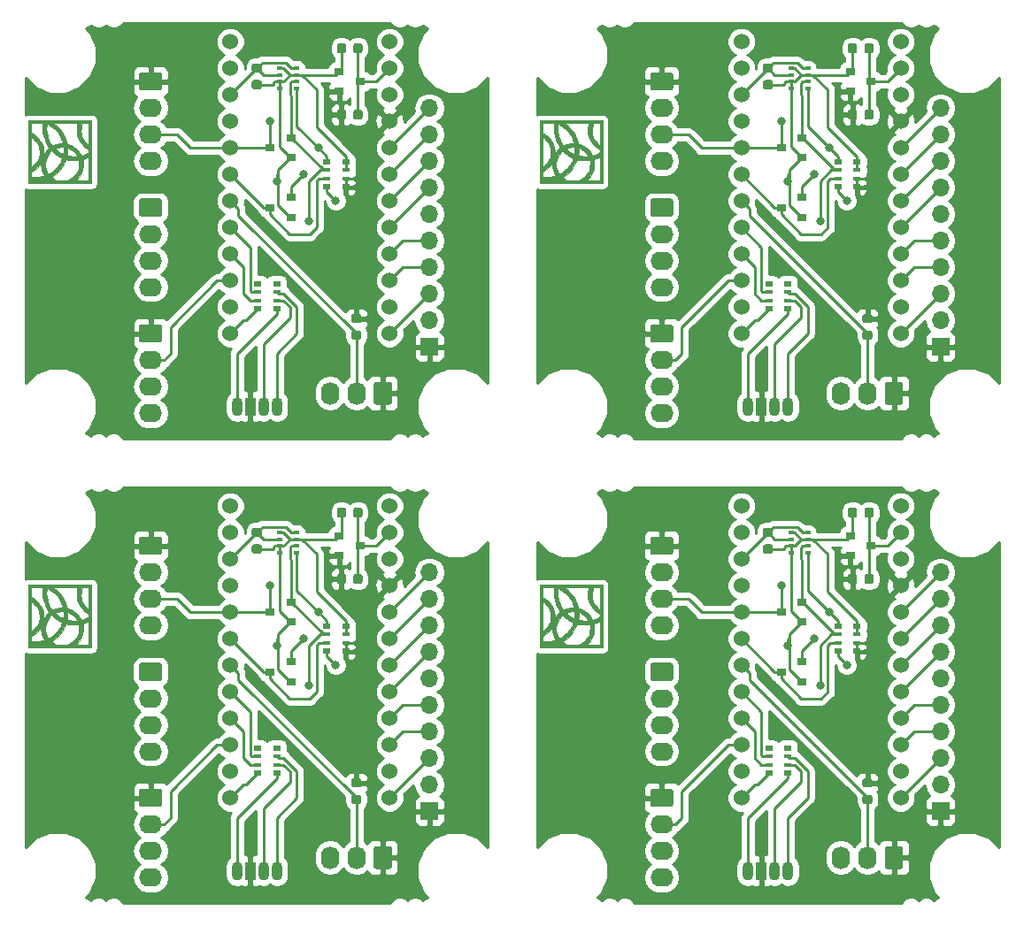
<source format=gbr>
G04 #@! TF.GenerationSoftware,KiCad,Pcbnew,5.0.2-bee76a0~70~ubuntu18.04.1*
G04 #@! TF.CreationDate,2020-04-02T20:28:13-04:00*
G04 #@! TF.ProjectId,output.panel,6f757470-7574-42e7-9061-6e656c2e6b69,rev?*
G04 #@! TF.SameCoordinates,Original*
G04 #@! TF.FileFunction,Copper,L1,Top*
G04 #@! TF.FilePolarity,Positive*
%FSLAX46Y46*%
G04 Gerber Fmt 4.6, Leading zero omitted, Abs format (unit mm)*
G04 Created by KiCad (PCBNEW 5.0.2-bee76a0~70~ubuntu18.04.1) date Thu 02 Apr 2020 08:28:13 PM EDT*
%MOMM*%
%LPD*%
G01*
G04 APERTURE LIST*
G04 #@! TA.AperFunction,EtchedComponent*
%ADD10C,0.010000*%
G04 #@! TD*
G04 #@! TA.AperFunction,ComponentPad*
%ADD11C,1.524000*%
G04 #@! TD*
G04 #@! TA.AperFunction,SMDPad,CuDef*
%ADD12R,0.900000X0.800000*%
G04 #@! TD*
G04 #@! TA.AperFunction,SMDPad,CuDef*
%ADD13R,0.800000X0.500000*%
G04 #@! TD*
G04 #@! TA.AperFunction,SMDPad,CuDef*
%ADD14R,0.800000X0.400000*%
G04 #@! TD*
G04 #@! TA.AperFunction,ComponentPad*
%ADD15O,2.200000X1.740000*%
G04 #@! TD*
G04 #@! TA.AperFunction,Conductor*
%ADD16C,0.100000*%
G04 #@! TD*
G04 #@! TA.AperFunction,ComponentPad*
%ADD17C,1.740000*%
G04 #@! TD*
G04 #@! TA.AperFunction,SMDPad,CuDef*
%ADD18R,0.500000X0.350000*%
G04 #@! TD*
G04 #@! TA.AperFunction,SMDPad,CuDef*
%ADD19C,0.875000*%
G04 #@! TD*
G04 #@! TA.AperFunction,ComponentPad*
%ADD20O,1.070000X1.800000*%
G04 #@! TD*
G04 #@! TA.AperFunction,ComponentPad*
%ADD21R,1.070000X1.800000*%
G04 #@! TD*
G04 #@! TA.AperFunction,ComponentPad*
%ADD22O,1.700000X1.700000*%
G04 #@! TD*
G04 #@! TA.AperFunction,ComponentPad*
%ADD23R,1.700000X1.700000*%
G04 #@! TD*
G04 #@! TA.AperFunction,ComponentPad*
%ADD24O,1.740000X2.200000*%
G04 #@! TD*
G04 #@! TA.AperFunction,ViaPad*
%ADD25C,0.800000*%
G04 #@! TD*
G04 #@! TA.AperFunction,Conductor*
%ADD26C,0.250000*%
G04 #@! TD*
G04 #@! TA.AperFunction,Conductor*
%ADD27C,0.254000*%
G04 #@! TD*
G04 APERTURE END LIST*
D10*
G04 #@! TO.C,G\002A\002A\002A*
G36*
X16909333Y-98655667D02*
X16909333Y-92644334D01*
X18289628Y-92644334D01*
X18289628Y-92898334D01*
X17163333Y-92898334D01*
X17163333Y-93811710D01*
X17163333Y-94247235D01*
X17163333Y-95673468D01*
X17163534Y-96058234D01*
X17164426Y-96366358D01*
X17166444Y-96605865D01*
X17170020Y-96784779D01*
X17175589Y-96911125D01*
X17183584Y-96992928D01*
X17194439Y-97038211D01*
X17208588Y-97055000D01*
X17226465Y-97051318D01*
X17237416Y-97043948D01*
X17479450Y-96830691D01*
X17687520Y-96587480D01*
X17812178Y-96390834D01*
X17872802Y-96269763D01*
X17911702Y-96167740D01*
X17933682Y-96059713D01*
X17943546Y-95920634D01*
X17946098Y-95725453D01*
X17946145Y-95692334D01*
X17943838Y-95480250D01*
X17933753Y-95327298D01*
X17911742Y-95208023D01*
X17873656Y-95096967D01*
X17834945Y-95009920D01*
X17693317Y-94767182D01*
X17509635Y-94537172D01*
X17310771Y-94352893D01*
X17283824Y-94333032D01*
X17163333Y-94247235D01*
X17163333Y-93811710D01*
X17436045Y-93991007D01*
X17753579Y-94245646D01*
X18009288Y-94547134D01*
X18088529Y-94689576D01*
X18088529Y-96754316D01*
X18061799Y-96757739D01*
X18004541Y-96817092D01*
X17930220Y-96908771D01*
X17695772Y-97161370D01*
X17435871Y-97365634D01*
X17300916Y-97444454D01*
X17223834Y-97489290D01*
X17182716Y-97540161D01*
X17166301Y-97623274D01*
X17163333Y-97764708D01*
X17163333Y-98014575D01*
X17395908Y-98043633D01*
X17642689Y-98056188D01*
X17917472Y-98032377D01*
X18228398Y-97973737D01*
X18425629Y-97929404D01*
X18322188Y-97703458D01*
X18256460Y-97533213D01*
X18193206Y-97324343D01*
X18140195Y-97107808D01*
X18105198Y-96914570D01*
X18095402Y-96799782D01*
X18088529Y-96754316D01*
X18088529Y-94689576D01*
X18197423Y-94885324D01*
X18312235Y-95250067D01*
X18348164Y-95601278D01*
X18348666Y-95827723D01*
X18539425Y-95573958D01*
X18640517Y-95447237D01*
X18730015Y-95348643D01*
X18790224Y-95297492D01*
X18794527Y-95295502D01*
X18827351Y-95269237D01*
X18818366Y-95217268D01*
X18763369Y-95119598D01*
X18754609Y-95105649D01*
X18594638Y-94805393D01*
X18458423Y-94458606D01*
X18351920Y-94089000D01*
X18281080Y-93720289D01*
X18251856Y-93376185D01*
X18261592Y-93141750D01*
X18289628Y-92898334D01*
X18289628Y-92644334D01*
X18679432Y-92644334D01*
X18679432Y-92983397D01*
X18654081Y-93023346D01*
X18632017Y-93135832D01*
X18615215Y-93308738D01*
X18609441Y-93413193D01*
X18614225Y-93531408D01*
X18633151Y-93698198D01*
X18662260Y-93879429D01*
X18665534Y-93896798D01*
X18712301Y-94084832D01*
X18781856Y-94296068D01*
X18865313Y-94509410D01*
X18953790Y-94703763D01*
X19038401Y-94858033D01*
X19077180Y-94908512D01*
X19077180Y-95524113D01*
X18926423Y-95690982D01*
X18707309Y-95991590D01*
X18560090Y-96322645D01*
X18487835Y-96671563D01*
X18493615Y-97025760D01*
X18543203Y-97261567D01*
X18597732Y-97419819D01*
X18621072Y-97473768D01*
X18621072Y-98255144D01*
X18525962Y-98278524D01*
X18474689Y-98296178D01*
X18346343Y-98335377D01*
X18240428Y-98357509D01*
X18216344Y-98359334D01*
X18150386Y-98368771D01*
X18137000Y-98380500D01*
X18176115Y-98389998D01*
X18280606Y-98397290D01*
X18431186Y-98401259D01*
X18502542Y-98401667D01*
X18868085Y-98401667D01*
X18760887Y-98317345D01*
X18687384Y-98267198D01*
X18621072Y-98255144D01*
X18621072Y-97473768D01*
X18661619Y-97567492D01*
X18694399Y-97628398D01*
X18778058Y-97765297D01*
X18942979Y-97681161D01*
X19078340Y-97593940D01*
X19246010Y-97459652D01*
X19425460Y-97297385D01*
X19596160Y-97126229D01*
X19737581Y-96965272D01*
X19794526Y-96889349D01*
X19886871Y-96739747D01*
X19980886Y-96563933D01*
X20022434Y-96475942D01*
X20124143Y-96245958D01*
X19835327Y-96094189D01*
X19649375Y-95983711D01*
X19454003Y-95847818D01*
X19311845Y-95733266D01*
X19077180Y-95524113D01*
X19077180Y-94908512D01*
X19109146Y-94950124D01*
X19157385Y-94982975D01*
X19217084Y-94988736D01*
X19312698Y-94965762D01*
X19421518Y-94929095D01*
X19609978Y-94874624D01*
X19818367Y-94831324D01*
X19916123Y-94817703D01*
X20049622Y-94798482D01*
X20070850Y-94793093D01*
X20070850Y-95184334D01*
X19919718Y-95197257D01*
X19743554Y-95230061D01*
X19662416Y-95251335D01*
X19436797Y-95318336D01*
X19559482Y-95439551D01*
X19661570Y-95525684D01*
X19804344Y-95628408D01*
X19935275Y-95712179D01*
X20071941Y-95789537D01*
X20161454Y-95820136D01*
X20214024Y-95795453D01*
X20239862Y-95706967D01*
X20249179Y-95546155D01*
X20250691Y-95448917D01*
X20253666Y-95184334D01*
X20070850Y-95184334D01*
X20070850Y-94793093D01*
X20141264Y-94775216D01*
X20169000Y-94756558D01*
X20149907Y-94669022D01*
X20099184Y-94529939D01*
X20026666Y-94361579D01*
X19942187Y-94186212D01*
X19855581Y-94026109D01*
X19821565Y-93969770D01*
X19638975Y-93725135D01*
X19406194Y-93479766D01*
X19151567Y-93260929D01*
X18926866Y-93109035D01*
X18805539Y-93041991D01*
X18714540Y-92996384D01*
X18679432Y-92983397D01*
X18679432Y-92644334D01*
X21642380Y-92644334D01*
X21642380Y-92898333D01*
X20482357Y-92898333D01*
X20178873Y-92898769D01*
X19905030Y-92899998D01*
X19671657Y-92901905D01*
X19489579Y-92904372D01*
X19369624Y-92907284D01*
X19322618Y-92910524D01*
X19322333Y-92910801D01*
X19353184Y-92940790D01*
X19433638Y-93006652D01*
X19533945Y-93084646D01*
X19729774Y-93261808D01*
X19931969Y-93492461D01*
X20124972Y-93754234D01*
X20293223Y-94024756D01*
X20421164Y-94281657D01*
X20478995Y-94443500D01*
X20504415Y-94537593D01*
X20528432Y-94628905D01*
X20528432Y-96379034D01*
X20478604Y-96397425D01*
X20437660Y-96465138D01*
X20398103Y-96564043D01*
X20264877Y-96839651D01*
X20077034Y-97128467D01*
X19852065Y-97409689D01*
X19607464Y-97662515D01*
X19360722Y-97866142D01*
X19235224Y-97946913D01*
X19135616Y-98008321D01*
X19076078Y-98053776D01*
X19068659Y-98064639D01*
X19101847Y-98096400D01*
X19189112Y-98157610D01*
X19309871Y-98233972D01*
X19417080Y-98296761D01*
X19507134Y-98339027D01*
X19601675Y-98365467D01*
X19722344Y-98380781D01*
X19890783Y-98389666D01*
X20049785Y-98394608D01*
X20268396Y-98399374D01*
X20424731Y-98397163D01*
X20541083Y-98385055D01*
X20639748Y-98360126D01*
X20743017Y-98319454D01*
X20792497Y-98297262D01*
X21068784Y-98130129D01*
X21320569Y-97899397D01*
X21526216Y-97626084D01*
X21578344Y-97533834D01*
X21640688Y-97406874D01*
X21679826Y-97298845D01*
X21701212Y-97182515D01*
X21710301Y-97030653D01*
X21712385Y-96864563D01*
X21714166Y-96449292D01*
X21227333Y-96437006D01*
X21018660Y-96429286D01*
X20828837Y-96417847D01*
X20681207Y-96404353D01*
X20608047Y-96392928D01*
X20528432Y-96379034D01*
X20528432Y-94628905D01*
X20538770Y-94668210D01*
X20549112Y-94708084D01*
X20594523Y-94833107D01*
X20650493Y-94884978D01*
X20668529Y-94887527D01*
X20668529Y-95269397D01*
X20650202Y-95307542D01*
X20633211Y-95406737D01*
X20623617Y-95512417D01*
X20613630Y-95668842D01*
X20604509Y-95807178D01*
X20600338Y-95867721D01*
X20620988Y-95972162D01*
X20666416Y-96010288D01*
X20739134Y-96025646D01*
X20873906Y-96041801D01*
X21048180Y-96056334D01*
X21157888Y-96063034D01*
X21575276Y-96085100D01*
X21523546Y-95988442D01*
X21420885Y-95841099D01*
X21270081Y-95677421D01*
X21096857Y-95522453D01*
X20926934Y-95401242D01*
X20910698Y-95391703D01*
X20790882Y-95325638D01*
X20701418Y-95281204D01*
X20668529Y-95269397D01*
X20668529Y-94887527D01*
X20671870Y-94888000D01*
X20746416Y-94906152D01*
X20869519Y-94953817D01*
X21014955Y-95020805D01*
X21019488Y-95023056D01*
X21238428Y-95156817D01*
X21458958Y-95334069D01*
X21657800Y-95532915D01*
X21811677Y-95731455D01*
X21859043Y-95812883D01*
X21906369Y-95900281D01*
X21951605Y-95951649D01*
X22010965Y-95966976D01*
X22100663Y-95946252D01*
X22236911Y-95889465D01*
X22402083Y-95812530D01*
X22542536Y-95743079D01*
X22622058Y-95689777D01*
X22657719Y-95635849D01*
X22666591Y-95564518D01*
X22666666Y-95552515D01*
X22656342Y-95465103D01*
X22612312Y-95401337D01*
X22514985Y-95337020D01*
X22474424Y-95315037D01*
X22244582Y-95154713D01*
X22023899Y-94931061D01*
X21827840Y-94665186D01*
X21671869Y-94378192D01*
X21571452Y-94091183D01*
X21568535Y-94078813D01*
X21536775Y-93864557D01*
X21526478Y-93615361D01*
X21537124Y-93366404D01*
X21568196Y-93152862D01*
X21583023Y-93095562D01*
X21642380Y-92898333D01*
X21642380Y-92644334D01*
X22666666Y-92644334D01*
X22666666Y-92898334D01*
X22034229Y-92898334D01*
X21970014Y-93099417D01*
X21927763Y-93315503D01*
X21916781Y-93603840D01*
X21918647Y-93681500D01*
X21930209Y-93888532D01*
X21952816Y-94041916D01*
X21993045Y-94172554D01*
X22049305Y-94295334D01*
X22120312Y-94413178D01*
X22220333Y-94551311D01*
X22334813Y-94692856D01*
X22449200Y-94820940D01*
X22548939Y-94918687D01*
X22619477Y-94969223D01*
X22633470Y-94972667D01*
X22642632Y-94932243D01*
X22650825Y-94818604D01*
X22657683Y-94643201D01*
X22662840Y-94417483D01*
X22665928Y-94152900D01*
X22666666Y-93935500D01*
X22666666Y-92898334D01*
X22666666Y-92644334D01*
X22666667Y-92644334D01*
X22666667Y-96125940D01*
X22380916Y-96235041D01*
X22095166Y-96344142D01*
X22095166Y-96833154D01*
X22093964Y-97046876D01*
X22087280Y-97200383D01*
X22070506Y-97318121D01*
X22039028Y-97424539D01*
X21988235Y-97544082D01*
X21943031Y-97639667D01*
X21841516Y-97825452D01*
X21718811Y-98013013D01*
X21600667Y-98163143D01*
X21595461Y-98168834D01*
X21497387Y-98276240D01*
X21426686Y-98355924D01*
X21398379Y-98390951D01*
X21398347Y-98391084D01*
X21437634Y-98394766D01*
X21547005Y-98397891D01*
X21711877Y-98400215D01*
X21917670Y-98401495D01*
X22031666Y-98401667D01*
X22666666Y-98401667D01*
X22666667Y-97263804D01*
X22666667Y-96125940D01*
X22666667Y-92644334D01*
X22920666Y-92644334D01*
X22920666Y-98655667D01*
X16909333Y-98655667D01*
X16909333Y-98655667D01*
G37*
X16909333Y-98655667D02*
X16909333Y-92644334D01*
X18289628Y-92644334D01*
X18289628Y-92898334D01*
X17163333Y-92898334D01*
X17163333Y-93811710D01*
X17163333Y-94247235D01*
X17163333Y-95673468D01*
X17163534Y-96058234D01*
X17164426Y-96366358D01*
X17166444Y-96605865D01*
X17170020Y-96784779D01*
X17175589Y-96911125D01*
X17183584Y-96992928D01*
X17194439Y-97038211D01*
X17208588Y-97055000D01*
X17226465Y-97051318D01*
X17237416Y-97043948D01*
X17479450Y-96830691D01*
X17687520Y-96587480D01*
X17812178Y-96390834D01*
X17872802Y-96269763D01*
X17911702Y-96167740D01*
X17933682Y-96059713D01*
X17943546Y-95920634D01*
X17946098Y-95725453D01*
X17946145Y-95692334D01*
X17943838Y-95480250D01*
X17933753Y-95327298D01*
X17911742Y-95208023D01*
X17873656Y-95096967D01*
X17834945Y-95009920D01*
X17693317Y-94767182D01*
X17509635Y-94537172D01*
X17310771Y-94352893D01*
X17283824Y-94333032D01*
X17163333Y-94247235D01*
X17163333Y-93811710D01*
X17436045Y-93991007D01*
X17753579Y-94245646D01*
X18009288Y-94547134D01*
X18088529Y-94689576D01*
X18088529Y-96754316D01*
X18061799Y-96757739D01*
X18004541Y-96817092D01*
X17930220Y-96908771D01*
X17695772Y-97161370D01*
X17435871Y-97365634D01*
X17300916Y-97444454D01*
X17223834Y-97489290D01*
X17182716Y-97540161D01*
X17166301Y-97623274D01*
X17163333Y-97764708D01*
X17163333Y-98014575D01*
X17395908Y-98043633D01*
X17642689Y-98056188D01*
X17917472Y-98032377D01*
X18228398Y-97973737D01*
X18425629Y-97929404D01*
X18322188Y-97703458D01*
X18256460Y-97533213D01*
X18193206Y-97324343D01*
X18140195Y-97107808D01*
X18105198Y-96914570D01*
X18095402Y-96799782D01*
X18088529Y-96754316D01*
X18088529Y-94689576D01*
X18197423Y-94885324D01*
X18312235Y-95250067D01*
X18348164Y-95601278D01*
X18348666Y-95827723D01*
X18539425Y-95573958D01*
X18640517Y-95447237D01*
X18730015Y-95348643D01*
X18790224Y-95297492D01*
X18794527Y-95295502D01*
X18827351Y-95269237D01*
X18818366Y-95217268D01*
X18763369Y-95119598D01*
X18754609Y-95105649D01*
X18594638Y-94805393D01*
X18458423Y-94458606D01*
X18351920Y-94089000D01*
X18281080Y-93720289D01*
X18251856Y-93376185D01*
X18261592Y-93141750D01*
X18289628Y-92898334D01*
X18289628Y-92644334D01*
X18679432Y-92644334D01*
X18679432Y-92983397D01*
X18654081Y-93023346D01*
X18632017Y-93135832D01*
X18615215Y-93308738D01*
X18609441Y-93413193D01*
X18614225Y-93531408D01*
X18633151Y-93698198D01*
X18662260Y-93879429D01*
X18665534Y-93896798D01*
X18712301Y-94084832D01*
X18781856Y-94296068D01*
X18865313Y-94509410D01*
X18953790Y-94703763D01*
X19038401Y-94858033D01*
X19077180Y-94908512D01*
X19077180Y-95524113D01*
X18926423Y-95690982D01*
X18707309Y-95991590D01*
X18560090Y-96322645D01*
X18487835Y-96671563D01*
X18493615Y-97025760D01*
X18543203Y-97261567D01*
X18597732Y-97419819D01*
X18621072Y-97473768D01*
X18621072Y-98255144D01*
X18525962Y-98278524D01*
X18474689Y-98296178D01*
X18346343Y-98335377D01*
X18240428Y-98357509D01*
X18216344Y-98359334D01*
X18150386Y-98368771D01*
X18137000Y-98380500D01*
X18176115Y-98389998D01*
X18280606Y-98397290D01*
X18431186Y-98401259D01*
X18502542Y-98401667D01*
X18868085Y-98401667D01*
X18760887Y-98317345D01*
X18687384Y-98267198D01*
X18621072Y-98255144D01*
X18621072Y-97473768D01*
X18661619Y-97567492D01*
X18694399Y-97628398D01*
X18778058Y-97765297D01*
X18942979Y-97681161D01*
X19078340Y-97593940D01*
X19246010Y-97459652D01*
X19425460Y-97297385D01*
X19596160Y-97126229D01*
X19737581Y-96965272D01*
X19794526Y-96889349D01*
X19886871Y-96739747D01*
X19980886Y-96563933D01*
X20022434Y-96475942D01*
X20124143Y-96245958D01*
X19835327Y-96094189D01*
X19649375Y-95983711D01*
X19454003Y-95847818D01*
X19311845Y-95733266D01*
X19077180Y-95524113D01*
X19077180Y-94908512D01*
X19109146Y-94950124D01*
X19157385Y-94982975D01*
X19217084Y-94988736D01*
X19312698Y-94965762D01*
X19421518Y-94929095D01*
X19609978Y-94874624D01*
X19818367Y-94831324D01*
X19916123Y-94817703D01*
X20049622Y-94798482D01*
X20070850Y-94793093D01*
X20070850Y-95184334D01*
X19919718Y-95197257D01*
X19743554Y-95230061D01*
X19662416Y-95251335D01*
X19436797Y-95318336D01*
X19559482Y-95439551D01*
X19661570Y-95525684D01*
X19804344Y-95628408D01*
X19935275Y-95712179D01*
X20071941Y-95789537D01*
X20161454Y-95820136D01*
X20214024Y-95795453D01*
X20239862Y-95706967D01*
X20249179Y-95546155D01*
X20250691Y-95448917D01*
X20253666Y-95184334D01*
X20070850Y-95184334D01*
X20070850Y-94793093D01*
X20141264Y-94775216D01*
X20169000Y-94756558D01*
X20149907Y-94669022D01*
X20099184Y-94529939D01*
X20026666Y-94361579D01*
X19942187Y-94186212D01*
X19855581Y-94026109D01*
X19821565Y-93969770D01*
X19638975Y-93725135D01*
X19406194Y-93479766D01*
X19151567Y-93260929D01*
X18926866Y-93109035D01*
X18805539Y-93041991D01*
X18714540Y-92996384D01*
X18679432Y-92983397D01*
X18679432Y-92644334D01*
X21642380Y-92644334D01*
X21642380Y-92898333D01*
X20482357Y-92898333D01*
X20178873Y-92898769D01*
X19905030Y-92899998D01*
X19671657Y-92901905D01*
X19489579Y-92904372D01*
X19369624Y-92907284D01*
X19322618Y-92910524D01*
X19322333Y-92910801D01*
X19353184Y-92940790D01*
X19433638Y-93006652D01*
X19533945Y-93084646D01*
X19729774Y-93261808D01*
X19931969Y-93492461D01*
X20124972Y-93754234D01*
X20293223Y-94024756D01*
X20421164Y-94281657D01*
X20478995Y-94443500D01*
X20504415Y-94537593D01*
X20528432Y-94628905D01*
X20528432Y-96379034D01*
X20478604Y-96397425D01*
X20437660Y-96465138D01*
X20398103Y-96564043D01*
X20264877Y-96839651D01*
X20077034Y-97128467D01*
X19852065Y-97409689D01*
X19607464Y-97662515D01*
X19360722Y-97866142D01*
X19235224Y-97946913D01*
X19135616Y-98008321D01*
X19076078Y-98053776D01*
X19068659Y-98064639D01*
X19101847Y-98096400D01*
X19189112Y-98157610D01*
X19309871Y-98233972D01*
X19417080Y-98296761D01*
X19507134Y-98339027D01*
X19601675Y-98365467D01*
X19722344Y-98380781D01*
X19890783Y-98389666D01*
X20049785Y-98394608D01*
X20268396Y-98399374D01*
X20424731Y-98397163D01*
X20541083Y-98385055D01*
X20639748Y-98360126D01*
X20743017Y-98319454D01*
X20792497Y-98297262D01*
X21068784Y-98130129D01*
X21320569Y-97899397D01*
X21526216Y-97626084D01*
X21578344Y-97533834D01*
X21640688Y-97406874D01*
X21679826Y-97298845D01*
X21701212Y-97182515D01*
X21710301Y-97030653D01*
X21712385Y-96864563D01*
X21714166Y-96449292D01*
X21227333Y-96437006D01*
X21018660Y-96429286D01*
X20828837Y-96417847D01*
X20681207Y-96404353D01*
X20608047Y-96392928D01*
X20528432Y-96379034D01*
X20528432Y-94628905D01*
X20538770Y-94668210D01*
X20549112Y-94708084D01*
X20594523Y-94833107D01*
X20650493Y-94884978D01*
X20668529Y-94887527D01*
X20668529Y-95269397D01*
X20650202Y-95307542D01*
X20633211Y-95406737D01*
X20623617Y-95512417D01*
X20613630Y-95668842D01*
X20604509Y-95807178D01*
X20600338Y-95867721D01*
X20620988Y-95972162D01*
X20666416Y-96010288D01*
X20739134Y-96025646D01*
X20873906Y-96041801D01*
X21048180Y-96056334D01*
X21157888Y-96063034D01*
X21575276Y-96085100D01*
X21523546Y-95988442D01*
X21420885Y-95841099D01*
X21270081Y-95677421D01*
X21096857Y-95522453D01*
X20926934Y-95401242D01*
X20910698Y-95391703D01*
X20790882Y-95325638D01*
X20701418Y-95281204D01*
X20668529Y-95269397D01*
X20668529Y-94887527D01*
X20671870Y-94888000D01*
X20746416Y-94906152D01*
X20869519Y-94953817D01*
X21014955Y-95020805D01*
X21019488Y-95023056D01*
X21238428Y-95156817D01*
X21458958Y-95334069D01*
X21657800Y-95532915D01*
X21811677Y-95731455D01*
X21859043Y-95812883D01*
X21906369Y-95900281D01*
X21951605Y-95951649D01*
X22010965Y-95966976D01*
X22100663Y-95946252D01*
X22236911Y-95889465D01*
X22402083Y-95812530D01*
X22542536Y-95743079D01*
X22622058Y-95689777D01*
X22657719Y-95635849D01*
X22666591Y-95564518D01*
X22666666Y-95552515D01*
X22656342Y-95465103D01*
X22612312Y-95401337D01*
X22514985Y-95337020D01*
X22474424Y-95315037D01*
X22244582Y-95154713D01*
X22023899Y-94931061D01*
X21827840Y-94665186D01*
X21671869Y-94378192D01*
X21571452Y-94091183D01*
X21568535Y-94078813D01*
X21536775Y-93864557D01*
X21526478Y-93615361D01*
X21537124Y-93366404D01*
X21568196Y-93152862D01*
X21583023Y-93095562D01*
X21642380Y-92898333D01*
X21642380Y-92644334D01*
X22666666Y-92644334D01*
X22666666Y-92898334D01*
X22034229Y-92898334D01*
X21970014Y-93099417D01*
X21927763Y-93315503D01*
X21916781Y-93603840D01*
X21918647Y-93681500D01*
X21930209Y-93888532D01*
X21952816Y-94041916D01*
X21993045Y-94172554D01*
X22049305Y-94295334D01*
X22120312Y-94413178D01*
X22220333Y-94551311D01*
X22334813Y-94692856D01*
X22449200Y-94820940D01*
X22548939Y-94918687D01*
X22619477Y-94969223D01*
X22633470Y-94972667D01*
X22642632Y-94932243D01*
X22650825Y-94818604D01*
X22657683Y-94643201D01*
X22662840Y-94417483D01*
X22665928Y-94152900D01*
X22666666Y-93935500D01*
X22666666Y-92898334D01*
X22666666Y-92644334D01*
X22666667Y-92644334D01*
X22666667Y-96125940D01*
X22380916Y-96235041D01*
X22095166Y-96344142D01*
X22095166Y-96833154D01*
X22093964Y-97046876D01*
X22087280Y-97200383D01*
X22070506Y-97318121D01*
X22039028Y-97424539D01*
X21988235Y-97544082D01*
X21943031Y-97639667D01*
X21841516Y-97825452D01*
X21718811Y-98013013D01*
X21600667Y-98163143D01*
X21595461Y-98168834D01*
X21497387Y-98276240D01*
X21426686Y-98355924D01*
X21398379Y-98390951D01*
X21398347Y-98391084D01*
X21437634Y-98394766D01*
X21547005Y-98397891D01*
X21711877Y-98400215D01*
X21917670Y-98401495D01*
X22031666Y-98401667D01*
X22666666Y-98401667D01*
X22666667Y-97263804D01*
X22666667Y-96125940D01*
X22666667Y-92644334D01*
X22920666Y-92644334D01*
X22920666Y-98655667D01*
X16909333Y-98655667D01*
G36*
X65804333Y-98655667D02*
X65804333Y-92644334D01*
X67184628Y-92644334D01*
X67184628Y-92898334D01*
X66058333Y-92898334D01*
X66058333Y-93811710D01*
X66058333Y-94247235D01*
X66058333Y-95673468D01*
X66058534Y-96058234D01*
X66059426Y-96366358D01*
X66061444Y-96605865D01*
X66065020Y-96784779D01*
X66070589Y-96911125D01*
X66078584Y-96992928D01*
X66089439Y-97038211D01*
X66103588Y-97055000D01*
X66121465Y-97051318D01*
X66132416Y-97043948D01*
X66374450Y-96830691D01*
X66582520Y-96587480D01*
X66707178Y-96390834D01*
X66767802Y-96269763D01*
X66806702Y-96167740D01*
X66828682Y-96059713D01*
X66838546Y-95920634D01*
X66841098Y-95725453D01*
X66841145Y-95692334D01*
X66838838Y-95480250D01*
X66828753Y-95327298D01*
X66806742Y-95208023D01*
X66768656Y-95096967D01*
X66729945Y-95009920D01*
X66588317Y-94767182D01*
X66404635Y-94537172D01*
X66205771Y-94352893D01*
X66178824Y-94333032D01*
X66058333Y-94247235D01*
X66058333Y-93811710D01*
X66331045Y-93991007D01*
X66648579Y-94245646D01*
X66904288Y-94547134D01*
X66983529Y-94689576D01*
X66983529Y-96754316D01*
X66956799Y-96757739D01*
X66899541Y-96817092D01*
X66825220Y-96908771D01*
X66590772Y-97161370D01*
X66330871Y-97365634D01*
X66195916Y-97444454D01*
X66118834Y-97489290D01*
X66077716Y-97540161D01*
X66061301Y-97623274D01*
X66058333Y-97764708D01*
X66058333Y-98014575D01*
X66290908Y-98043633D01*
X66537689Y-98056188D01*
X66812472Y-98032377D01*
X67123398Y-97973737D01*
X67320629Y-97929404D01*
X67217188Y-97703458D01*
X67151460Y-97533213D01*
X67088206Y-97324343D01*
X67035195Y-97107808D01*
X67000198Y-96914570D01*
X66990402Y-96799782D01*
X66983529Y-96754316D01*
X66983529Y-94689576D01*
X67092423Y-94885324D01*
X67207235Y-95250067D01*
X67243164Y-95601278D01*
X67243666Y-95827723D01*
X67434425Y-95573958D01*
X67535517Y-95447237D01*
X67625015Y-95348643D01*
X67685224Y-95297492D01*
X67689527Y-95295502D01*
X67722351Y-95269237D01*
X67713366Y-95217268D01*
X67658369Y-95119598D01*
X67649609Y-95105649D01*
X67489638Y-94805393D01*
X67353423Y-94458606D01*
X67246920Y-94089000D01*
X67176080Y-93720289D01*
X67146856Y-93376185D01*
X67156592Y-93141750D01*
X67184628Y-92898334D01*
X67184628Y-92644334D01*
X67574432Y-92644334D01*
X67574432Y-92983397D01*
X67549081Y-93023346D01*
X67527017Y-93135832D01*
X67510215Y-93308738D01*
X67504441Y-93413193D01*
X67509225Y-93531408D01*
X67528151Y-93698198D01*
X67557260Y-93879429D01*
X67560534Y-93896798D01*
X67607301Y-94084832D01*
X67676856Y-94296068D01*
X67760313Y-94509410D01*
X67848790Y-94703763D01*
X67933401Y-94858033D01*
X67972180Y-94908512D01*
X67972180Y-95524113D01*
X67821423Y-95690982D01*
X67602309Y-95991590D01*
X67455090Y-96322645D01*
X67382835Y-96671563D01*
X67388615Y-97025760D01*
X67438203Y-97261567D01*
X67492732Y-97419819D01*
X67516072Y-97473768D01*
X67516072Y-98255144D01*
X67420962Y-98278524D01*
X67369689Y-98296178D01*
X67241343Y-98335377D01*
X67135428Y-98357509D01*
X67111344Y-98359334D01*
X67045386Y-98368771D01*
X67032000Y-98380500D01*
X67071115Y-98389998D01*
X67175606Y-98397290D01*
X67326186Y-98401259D01*
X67397542Y-98401667D01*
X67763085Y-98401667D01*
X67655887Y-98317345D01*
X67582384Y-98267198D01*
X67516072Y-98255144D01*
X67516072Y-97473768D01*
X67556619Y-97567492D01*
X67589399Y-97628398D01*
X67673058Y-97765297D01*
X67837979Y-97681161D01*
X67973340Y-97593940D01*
X68141010Y-97459652D01*
X68320460Y-97297385D01*
X68491160Y-97126229D01*
X68632581Y-96965272D01*
X68689526Y-96889349D01*
X68781871Y-96739747D01*
X68875886Y-96563933D01*
X68917434Y-96475942D01*
X69019143Y-96245958D01*
X68730327Y-96094189D01*
X68544375Y-95983711D01*
X68349003Y-95847818D01*
X68206845Y-95733266D01*
X67972180Y-95524113D01*
X67972180Y-94908512D01*
X68004146Y-94950124D01*
X68052385Y-94982975D01*
X68112084Y-94988736D01*
X68207698Y-94965762D01*
X68316518Y-94929095D01*
X68504978Y-94874624D01*
X68713367Y-94831324D01*
X68811123Y-94817703D01*
X68944622Y-94798482D01*
X68965850Y-94793093D01*
X68965850Y-95184334D01*
X68814718Y-95197257D01*
X68638554Y-95230061D01*
X68557416Y-95251335D01*
X68331797Y-95318336D01*
X68454482Y-95439551D01*
X68556570Y-95525684D01*
X68699344Y-95628408D01*
X68830275Y-95712179D01*
X68966941Y-95789537D01*
X69056454Y-95820136D01*
X69109024Y-95795453D01*
X69134862Y-95706967D01*
X69144179Y-95546155D01*
X69145691Y-95448917D01*
X69148666Y-95184334D01*
X68965850Y-95184334D01*
X68965850Y-94793093D01*
X69036264Y-94775216D01*
X69064000Y-94756558D01*
X69044907Y-94669022D01*
X68994184Y-94529939D01*
X68921666Y-94361579D01*
X68837187Y-94186212D01*
X68750581Y-94026109D01*
X68716565Y-93969770D01*
X68533975Y-93725135D01*
X68301194Y-93479766D01*
X68046567Y-93260929D01*
X67821866Y-93109035D01*
X67700539Y-93041991D01*
X67609540Y-92996384D01*
X67574432Y-92983397D01*
X67574432Y-92644334D01*
X70537380Y-92644334D01*
X70537380Y-92898333D01*
X69377357Y-92898333D01*
X69073873Y-92898769D01*
X68800030Y-92899998D01*
X68566657Y-92901905D01*
X68384579Y-92904372D01*
X68264624Y-92907284D01*
X68217618Y-92910524D01*
X68217333Y-92910801D01*
X68248184Y-92940790D01*
X68328638Y-93006652D01*
X68428945Y-93084646D01*
X68624774Y-93261808D01*
X68826969Y-93492461D01*
X69019972Y-93754234D01*
X69188223Y-94024756D01*
X69316164Y-94281657D01*
X69373995Y-94443500D01*
X69399415Y-94537593D01*
X69423432Y-94628905D01*
X69423432Y-96379034D01*
X69373604Y-96397425D01*
X69332660Y-96465138D01*
X69293103Y-96564043D01*
X69159877Y-96839651D01*
X68972034Y-97128467D01*
X68747065Y-97409689D01*
X68502464Y-97662515D01*
X68255722Y-97866142D01*
X68130224Y-97946913D01*
X68030616Y-98008321D01*
X67971078Y-98053776D01*
X67963659Y-98064639D01*
X67996847Y-98096400D01*
X68084112Y-98157610D01*
X68204871Y-98233972D01*
X68312080Y-98296761D01*
X68402134Y-98339027D01*
X68496675Y-98365467D01*
X68617344Y-98380781D01*
X68785783Y-98389666D01*
X68944785Y-98394608D01*
X69163396Y-98399374D01*
X69319731Y-98397163D01*
X69436083Y-98385055D01*
X69534748Y-98360126D01*
X69638017Y-98319454D01*
X69687497Y-98297262D01*
X69963784Y-98130129D01*
X70215569Y-97899397D01*
X70421216Y-97626084D01*
X70473344Y-97533834D01*
X70535688Y-97406874D01*
X70574826Y-97298845D01*
X70596212Y-97182515D01*
X70605301Y-97030653D01*
X70607385Y-96864563D01*
X70609166Y-96449292D01*
X70122333Y-96437006D01*
X69913660Y-96429286D01*
X69723837Y-96417847D01*
X69576207Y-96404353D01*
X69503047Y-96392928D01*
X69423432Y-96379034D01*
X69423432Y-94628905D01*
X69433770Y-94668210D01*
X69444112Y-94708084D01*
X69489523Y-94833107D01*
X69545493Y-94884978D01*
X69563529Y-94887527D01*
X69563529Y-95269397D01*
X69545202Y-95307542D01*
X69528211Y-95406737D01*
X69518617Y-95512417D01*
X69508630Y-95668842D01*
X69499509Y-95807178D01*
X69495338Y-95867721D01*
X69515988Y-95972162D01*
X69561416Y-96010288D01*
X69634134Y-96025646D01*
X69768906Y-96041801D01*
X69943180Y-96056334D01*
X70052888Y-96063034D01*
X70470276Y-96085100D01*
X70418546Y-95988442D01*
X70315885Y-95841099D01*
X70165081Y-95677421D01*
X69991857Y-95522453D01*
X69821934Y-95401242D01*
X69805698Y-95391703D01*
X69685882Y-95325638D01*
X69596418Y-95281204D01*
X69563529Y-95269397D01*
X69563529Y-94887527D01*
X69566870Y-94888000D01*
X69641416Y-94906152D01*
X69764519Y-94953817D01*
X69909955Y-95020805D01*
X69914488Y-95023056D01*
X70133428Y-95156817D01*
X70353958Y-95334069D01*
X70552800Y-95532915D01*
X70706677Y-95731455D01*
X70754043Y-95812883D01*
X70801369Y-95900281D01*
X70846605Y-95951649D01*
X70905965Y-95966976D01*
X70995663Y-95946252D01*
X71131911Y-95889465D01*
X71297083Y-95812530D01*
X71437536Y-95743079D01*
X71517058Y-95689777D01*
X71552719Y-95635849D01*
X71561591Y-95564518D01*
X71561666Y-95552515D01*
X71551342Y-95465103D01*
X71507312Y-95401337D01*
X71409985Y-95337020D01*
X71369424Y-95315037D01*
X71139582Y-95154713D01*
X70918899Y-94931061D01*
X70722840Y-94665186D01*
X70566869Y-94378192D01*
X70466452Y-94091183D01*
X70463535Y-94078813D01*
X70431775Y-93864557D01*
X70421478Y-93615361D01*
X70432124Y-93366404D01*
X70463196Y-93152862D01*
X70478023Y-93095562D01*
X70537380Y-92898333D01*
X70537380Y-92644334D01*
X71561666Y-92644334D01*
X71561666Y-92898334D01*
X70929229Y-92898334D01*
X70865014Y-93099417D01*
X70822763Y-93315503D01*
X70811781Y-93603840D01*
X70813647Y-93681500D01*
X70825209Y-93888532D01*
X70847816Y-94041916D01*
X70888045Y-94172554D01*
X70944305Y-94295334D01*
X71015312Y-94413178D01*
X71115333Y-94551311D01*
X71229813Y-94692856D01*
X71344200Y-94820940D01*
X71443939Y-94918687D01*
X71514477Y-94969223D01*
X71528470Y-94972667D01*
X71537632Y-94932243D01*
X71545825Y-94818604D01*
X71552683Y-94643201D01*
X71557840Y-94417483D01*
X71560928Y-94152900D01*
X71561666Y-93935500D01*
X71561666Y-92898334D01*
X71561666Y-92644334D01*
X71561667Y-92644334D01*
X71561667Y-96125940D01*
X71275916Y-96235041D01*
X70990166Y-96344142D01*
X70990166Y-96833154D01*
X70988964Y-97046876D01*
X70982280Y-97200383D01*
X70965506Y-97318121D01*
X70934028Y-97424539D01*
X70883235Y-97544082D01*
X70838031Y-97639667D01*
X70736516Y-97825452D01*
X70613811Y-98013013D01*
X70495667Y-98163143D01*
X70490461Y-98168834D01*
X70392387Y-98276240D01*
X70321686Y-98355924D01*
X70293379Y-98390951D01*
X70293347Y-98391084D01*
X70332634Y-98394766D01*
X70442005Y-98397891D01*
X70606877Y-98400215D01*
X70812670Y-98401495D01*
X70926666Y-98401667D01*
X71561666Y-98401667D01*
X71561667Y-97263804D01*
X71561667Y-96125940D01*
X71561667Y-92644334D01*
X71815666Y-92644334D01*
X71815666Y-98655667D01*
X65804333Y-98655667D01*
X65804333Y-98655667D01*
G37*
X65804333Y-98655667D02*
X65804333Y-92644334D01*
X67184628Y-92644334D01*
X67184628Y-92898334D01*
X66058333Y-92898334D01*
X66058333Y-93811710D01*
X66058333Y-94247235D01*
X66058333Y-95673468D01*
X66058534Y-96058234D01*
X66059426Y-96366358D01*
X66061444Y-96605865D01*
X66065020Y-96784779D01*
X66070589Y-96911125D01*
X66078584Y-96992928D01*
X66089439Y-97038211D01*
X66103588Y-97055000D01*
X66121465Y-97051318D01*
X66132416Y-97043948D01*
X66374450Y-96830691D01*
X66582520Y-96587480D01*
X66707178Y-96390834D01*
X66767802Y-96269763D01*
X66806702Y-96167740D01*
X66828682Y-96059713D01*
X66838546Y-95920634D01*
X66841098Y-95725453D01*
X66841145Y-95692334D01*
X66838838Y-95480250D01*
X66828753Y-95327298D01*
X66806742Y-95208023D01*
X66768656Y-95096967D01*
X66729945Y-95009920D01*
X66588317Y-94767182D01*
X66404635Y-94537172D01*
X66205771Y-94352893D01*
X66178824Y-94333032D01*
X66058333Y-94247235D01*
X66058333Y-93811710D01*
X66331045Y-93991007D01*
X66648579Y-94245646D01*
X66904288Y-94547134D01*
X66983529Y-94689576D01*
X66983529Y-96754316D01*
X66956799Y-96757739D01*
X66899541Y-96817092D01*
X66825220Y-96908771D01*
X66590772Y-97161370D01*
X66330871Y-97365634D01*
X66195916Y-97444454D01*
X66118834Y-97489290D01*
X66077716Y-97540161D01*
X66061301Y-97623274D01*
X66058333Y-97764708D01*
X66058333Y-98014575D01*
X66290908Y-98043633D01*
X66537689Y-98056188D01*
X66812472Y-98032377D01*
X67123398Y-97973737D01*
X67320629Y-97929404D01*
X67217188Y-97703458D01*
X67151460Y-97533213D01*
X67088206Y-97324343D01*
X67035195Y-97107808D01*
X67000198Y-96914570D01*
X66990402Y-96799782D01*
X66983529Y-96754316D01*
X66983529Y-94689576D01*
X67092423Y-94885324D01*
X67207235Y-95250067D01*
X67243164Y-95601278D01*
X67243666Y-95827723D01*
X67434425Y-95573958D01*
X67535517Y-95447237D01*
X67625015Y-95348643D01*
X67685224Y-95297492D01*
X67689527Y-95295502D01*
X67722351Y-95269237D01*
X67713366Y-95217268D01*
X67658369Y-95119598D01*
X67649609Y-95105649D01*
X67489638Y-94805393D01*
X67353423Y-94458606D01*
X67246920Y-94089000D01*
X67176080Y-93720289D01*
X67146856Y-93376185D01*
X67156592Y-93141750D01*
X67184628Y-92898334D01*
X67184628Y-92644334D01*
X67574432Y-92644334D01*
X67574432Y-92983397D01*
X67549081Y-93023346D01*
X67527017Y-93135832D01*
X67510215Y-93308738D01*
X67504441Y-93413193D01*
X67509225Y-93531408D01*
X67528151Y-93698198D01*
X67557260Y-93879429D01*
X67560534Y-93896798D01*
X67607301Y-94084832D01*
X67676856Y-94296068D01*
X67760313Y-94509410D01*
X67848790Y-94703763D01*
X67933401Y-94858033D01*
X67972180Y-94908512D01*
X67972180Y-95524113D01*
X67821423Y-95690982D01*
X67602309Y-95991590D01*
X67455090Y-96322645D01*
X67382835Y-96671563D01*
X67388615Y-97025760D01*
X67438203Y-97261567D01*
X67492732Y-97419819D01*
X67516072Y-97473768D01*
X67516072Y-98255144D01*
X67420962Y-98278524D01*
X67369689Y-98296178D01*
X67241343Y-98335377D01*
X67135428Y-98357509D01*
X67111344Y-98359334D01*
X67045386Y-98368771D01*
X67032000Y-98380500D01*
X67071115Y-98389998D01*
X67175606Y-98397290D01*
X67326186Y-98401259D01*
X67397542Y-98401667D01*
X67763085Y-98401667D01*
X67655887Y-98317345D01*
X67582384Y-98267198D01*
X67516072Y-98255144D01*
X67516072Y-97473768D01*
X67556619Y-97567492D01*
X67589399Y-97628398D01*
X67673058Y-97765297D01*
X67837979Y-97681161D01*
X67973340Y-97593940D01*
X68141010Y-97459652D01*
X68320460Y-97297385D01*
X68491160Y-97126229D01*
X68632581Y-96965272D01*
X68689526Y-96889349D01*
X68781871Y-96739747D01*
X68875886Y-96563933D01*
X68917434Y-96475942D01*
X69019143Y-96245958D01*
X68730327Y-96094189D01*
X68544375Y-95983711D01*
X68349003Y-95847818D01*
X68206845Y-95733266D01*
X67972180Y-95524113D01*
X67972180Y-94908512D01*
X68004146Y-94950124D01*
X68052385Y-94982975D01*
X68112084Y-94988736D01*
X68207698Y-94965762D01*
X68316518Y-94929095D01*
X68504978Y-94874624D01*
X68713367Y-94831324D01*
X68811123Y-94817703D01*
X68944622Y-94798482D01*
X68965850Y-94793093D01*
X68965850Y-95184334D01*
X68814718Y-95197257D01*
X68638554Y-95230061D01*
X68557416Y-95251335D01*
X68331797Y-95318336D01*
X68454482Y-95439551D01*
X68556570Y-95525684D01*
X68699344Y-95628408D01*
X68830275Y-95712179D01*
X68966941Y-95789537D01*
X69056454Y-95820136D01*
X69109024Y-95795453D01*
X69134862Y-95706967D01*
X69144179Y-95546155D01*
X69145691Y-95448917D01*
X69148666Y-95184334D01*
X68965850Y-95184334D01*
X68965850Y-94793093D01*
X69036264Y-94775216D01*
X69064000Y-94756558D01*
X69044907Y-94669022D01*
X68994184Y-94529939D01*
X68921666Y-94361579D01*
X68837187Y-94186212D01*
X68750581Y-94026109D01*
X68716565Y-93969770D01*
X68533975Y-93725135D01*
X68301194Y-93479766D01*
X68046567Y-93260929D01*
X67821866Y-93109035D01*
X67700539Y-93041991D01*
X67609540Y-92996384D01*
X67574432Y-92983397D01*
X67574432Y-92644334D01*
X70537380Y-92644334D01*
X70537380Y-92898333D01*
X69377357Y-92898333D01*
X69073873Y-92898769D01*
X68800030Y-92899998D01*
X68566657Y-92901905D01*
X68384579Y-92904372D01*
X68264624Y-92907284D01*
X68217618Y-92910524D01*
X68217333Y-92910801D01*
X68248184Y-92940790D01*
X68328638Y-93006652D01*
X68428945Y-93084646D01*
X68624774Y-93261808D01*
X68826969Y-93492461D01*
X69019972Y-93754234D01*
X69188223Y-94024756D01*
X69316164Y-94281657D01*
X69373995Y-94443500D01*
X69399415Y-94537593D01*
X69423432Y-94628905D01*
X69423432Y-96379034D01*
X69373604Y-96397425D01*
X69332660Y-96465138D01*
X69293103Y-96564043D01*
X69159877Y-96839651D01*
X68972034Y-97128467D01*
X68747065Y-97409689D01*
X68502464Y-97662515D01*
X68255722Y-97866142D01*
X68130224Y-97946913D01*
X68030616Y-98008321D01*
X67971078Y-98053776D01*
X67963659Y-98064639D01*
X67996847Y-98096400D01*
X68084112Y-98157610D01*
X68204871Y-98233972D01*
X68312080Y-98296761D01*
X68402134Y-98339027D01*
X68496675Y-98365467D01*
X68617344Y-98380781D01*
X68785783Y-98389666D01*
X68944785Y-98394608D01*
X69163396Y-98399374D01*
X69319731Y-98397163D01*
X69436083Y-98385055D01*
X69534748Y-98360126D01*
X69638017Y-98319454D01*
X69687497Y-98297262D01*
X69963784Y-98130129D01*
X70215569Y-97899397D01*
X70421216Y-97626084D01*
X70473344Y-97533834D01*
X70535688Y-97406874D01*
X70574826Y-97298845D01*
X70596212Y-97182515D01*
X70605301Y-97030653D01*
X70607385Y-96864563D01*
X70609166Y-96449292D01*
X70122333Y-96437006D01*
X69913660Y-96429286D01*
X69723837Y-96417847D01*
X69576207Y-96404353D01*
X69503047Y-96392928D01*
X69423432Y-96379034D01*
X69423432Y-94628905D01*
X69433770Y-94668210D01*
X69444112Y-94708084D01*
X69489523Y-94833107D01*
X69545493Y-94884978D01*
X69563529Y-94887527D01*
X69563529Y-95269397D01*
X69545202Y-95307542D01*
X69528211Y-95406737D01*
X69518617Y-95512417D01*
X69508630Y-95668842D01*
X69499509Y-95807178D01*
X69495338Y-95867721D01*
X69515988Y-95972162D01*
X69561416Y-96010288D01*
X69634134Y-96025646D01*
X69768906Y-96041801D01*
X69943180Y-96056334D01*
X70052888Y-96063034D01*
X70470276Y-96085100D01*
X70418546Y-95988442D01*
X70315885Y-95841099D01*
X70165081Y-95677421D01*
X69991857Y-95522453D01*
X69821934Y-95401242D01*
X69805698Y-95391703D01*
X69685882Y-95325638D01*
X69596418Y-95281204D01*
X69563529Y-95269397D01*
X69563529Y-94887527D01*
X69566870Y-94888000D01*
X69641416Y-94906152D01*
X69764519Y-94953817D01*
X69909955Y-95020805D01*
X69914488Y-95023056D01*
X70133428Y-95156817D01*
X70353958Y-95334069D01*
X70552800Y-95532915D01*
X70706677Y-95731455D01*
X70754043Y-95812883D01*
X70801369Y-95900281D01*
X70846605Y-95951649D01*
X70905965Y-95966976D01*
X70995663Y-95946252D01*
X71131911Y-95889465D01*
X71297083Y-95812530D01*
X71437536Y-95743079D01*
X71517058Y-95689777D01*
X71552719Y-95635849D01*
X71561591Y-95564518D01*
X71561666Y-95552515D01*
X71551342Y-95465103D01*
X71507312Y-95401337D01*
X71409985Y-95337020D01*
X71369424Y-95315037D01*
X71139582Y-95154713D01*
X70918899Y-94931061D01*
X70722840Y-94665186D01*
X70566869Y-94378192D01*
X70466452Y-94091183D01*
X70463535Y-94078813D01*
X70431775Y-93864557D01*
X70421478Y-93615361D01*
X70432124Y-93366404D01*
X70463196Y-93152862D01*
X70478023Y-93095562D01*
X70537380Y-92898333D01*
X70537380Y-92644334D01*
X71561666Y-92644334D01*
X71561666Y-92898334D01*
X70929229Y-92898334D01*
X70865014Y-93099417D01*
X70822763Y-93315503D01*
X70811781Y-93603840D01*
X70813647Y-93681500D01*
X70825209Y-93888532D01*
X70847816Y-94041916D01*
X70888045Y-94172554D01*
X70944305Y-94295334D01*
X71015312Y-94413178D01*
X71115333Y-94551311D01*
X71229813Y-94692856D01*
X71344200Y-94820940D01*
X71443939Y-94918687D01*
X71514477Y-94969223D01*
X71528470Y-94972667D01*
X71537632Y-94932243D01*
X71545825Y-94818604D01*
X71552683Y-94643201D01*
X71557840Y-94417483D01*
X71560928Y-94152900D01*
X71561666Y-93935500D01*
X71561666Y-92898334D01*
X71561666Y-92644334D01*
X71561667Y-92644334D01*
X71561667Y-96125940D01*
X71275916Y-96235041D01*
X70990166Y-96344142D01*
X70990166Y-96833154D01*
X70988964Y-97046876D01*
X70982280Y-97200383D01*
X70965506Y-97318121D01*
X70934028Y-97424539D01*
X70883235Y-97544082D01*
X70838031Y-97639667D01*
X70736516Y-97825452D01*
X70613811Y-98013013D01*
X70495667Y-98163143D01*
X70490461Y-98168834D01*
X70392387Y-98276240D01*
X70321686Y-98355924D01*
X70293379Y-98390951D01*
X70293347Y-98391084D01*
X70332634Y-98394766D01*
X70442005Y-98397891D01*
X70606877Y-98400215D01*
X70812670Y-98401495D01*
X70926666Y-98401667D01*
X71561666Y-98401667D01*
X71561667Y-97263804D01*
X71561667Y-96125940D01*
X71561667Y-92644334D01*
X71815666Y-92644334D01*
X71815666Y-98655667D01*
X65804333Y-98655667D01*
G36*
X65804333Y-54205667D02*
X65804333Y-48194334D01*
X67184628Y-48194334D01*
X67184628Y-48448334D01*
X66058333Y-48448334D01*
X66058333Y-49361710D01*
X66058333Y-49797235D01*
X66058333Y-51223468D01*
X66058534Y-51608234D01*
X66059426Y-51916358D01*
X66061444Y-52155865D01*
X66065020Y-52334779D01*
X66070589Y-52461125D01*
X66078584Y-52542928D01*
X66089439Y-52588211D01*
X66103588Y-52605000D01*
X66121465Y-52601318D01*
X66132416Y-52593948D01*
X66374450Y-52380691D01*
X66582520Y-52137480D01*
X66707178Y-51940834D01*
X66767802Y-51819763D01*
X66806702Y-51717740D01*
X66828682Y-51609713D01*
X66838546Y-51470634D01*
X66841098Y-51275453D01*
X66841145Y-51242334D01*
X66838838Y-51030250D01*
X66828753Y-50877298D01*
X66806742Y-50758023D01*
X66768656Y-50646967D01*
X66729945Y-50559920D01*
X66588317Y-50317182D01*
X66404635Y-50087172D01*
X66205771Y-49902893D01*
X66178824Y-49883032D01*
X66058333Y-49797235D01*
X66058333Y-49361710D01*
X66331045Y-49541007D01*
X66648579Y-49795646D01*
X66904288Y-50097134D01*
X66983529Y-50239576D01*
X66983529Y-52304316D01*
X66956799Y-52307739D01*
X66899541Y-52367092D01*
X66825220Y-52458771D01*
X66590772Y-52711370D01*
X66330871Y-52915634D01*
X66195916Y-52994454D01*
X66118834Y-53039290D01*
X66077716Y-53090161D01*
X66061301Y-53173274D01*
X66058333Y-53314708D01*
X66058333Y-53564575D01*
X66290908Y-53593633D01*
X66537689Y-53606188D01*
X66812472Y-53582377D01*
X67123398Y-53523737D01*
X67320629Y-53479404D01*
X67217188Y-53253458D01*
X67151460Y-53083213D01*
X67088206Y-52874343D01*
X67035195Y-52657808D01*
X67000198Y-52464570D01*
X66990402Y-52349782D01*
X66983529Y-52304316D01*
X66983529Y-50239576D01*
X67092423Y-50435324D01*
X67207235Y-50800067D01*
X67243164Y-51151278D01*
X67243666Y-51377723D01*
X67434425Y-51123958D01*
X67535517Y-50997237D01*
X67625015Y-50898643D01*
X67685224Y-50847492D01*
X67689527Y-50845502D01*
X67722351Y-50819237D01*
X67713366Y-50767268D01*
X67658369Y-50669598D01*
X67649609Y-50655649D01*
X67489638Y-50355393D01*
X67353423Y-50008606D01*
X67246920Y-49639000D01*
X67176080Y-49270289D01*
X67146856Y-48926185D01*
X67156592Y-48691750D01*
X67184628Y-48448334D01*
X67184628Y-48194334D01*
X67574432Y-48194334D01*
X67574432Y-48533397D01*
X67549081Y-48573346D01*
X67527017Y-48685832D01*
X67510215Y-48858738D01*
X67504441Y-48963193D01*
X67509225Y-49081408D01*
X67528151Y-49248198D01*
X67557260Y-49429429D01*
X67560534Y-49446798D01*
X67607301Y-49634832D01*
X67676856Y-49846068D01*
X67760313Y-50059410D01*
X67848790Y-50253763D01*
X67933401Y-50408033D01*
X67972180Y-50458512D01*
X67972180Y-51074113D01*
X67821423Y-51240982D01*
X67602309Y-51541590D01*
X67455090Y-51872645D01*
X67382835Y-52221563D01*
X67388615Y-52575760D01*
X67438203Y-52811567D01*
X67492732Y-52969819D01*
X67516072Y-53023768D01*
X67516072Y-53805144D01*
X67420962Y-53828524D01*
X67369689Y-53846178D01*
X67241343Y-53885377D01*
X67135428Y-53907509D01*
X67111344Y-53909334D01*
X67045386Y-53918771D01*
X67032000Y-53930500D01*
X67071115Y-53939998D01*
X67175606Y-53947290D01*
X67326186Y-53951259D01*
X67397542Y-53951667D01*
X67763085Y-53951667D01*
X67655887Y-53867345D01*
X67582384Y-53817198D01*
X67516072Y-53805144D01*
X67516072Y-53023768D01*
X67556619Y-53117492D01*
X67589399Y-53178398D01*
X67673058Y-53315297D01*
X67837979Y-53231161D01*
X67973340Y-53143940D01*
X68141010Y-53009652D01*
X68320460Y-52847385D01*
X68491160Y-52676229D01*
X68632581Y-52515272D01*
X68689526Y-52439349D01*
X68781871Y-52289747D01*
X68875886Y-52113933D01*
X68917434Y-52025942D01*
X69019143Y-51795958D01*
X68730327Y-51644189D01*
X68544375Y-51533711D01*
X68349003Y-51397818D01*
X68206845Y-51283266D01*
X67972180Y-51074113D01*
X67972180Y-50458512D01*
X68004146Y-50500124D01*
X68052385Y-50532975D01*
X68112084Y-50538736D01*
X68207698Y-50515762D01*
X68316518Y-50479095D01*
X68504978Y-50424624D01*
X68713367Y-50381324D01*
X68811123Y-50367703D01*
X68944622Y-50348482D01*
X68965850Y-50343093D01*
X68965850Y-50734334D01*
X68814718Y-50747257D01*
X68638554Y-50780061D01*
X68557416Y-50801335D01*
X68331797Y-50868336D01*
X68454482Y-50989551D01*
X68556570Y-51075684D01*
X68699344Y-51178408D01*
X68830275Y-51262179D01*
X68966941Y-51339537D01*
X69056454Y-51370136D01*
X69109024Y-51345453D01*
X69134862Y-51256967D01*
X69144179Y-51096155D01*
X69145691Y-50998917D01*
X69148666Y-50734334D01*
X68965850Y-50734334D01*
X68965850Y-50343093D01*
X69036264Y-50325216D01*
X69064000Y-50306558D01*
X69044907Y-50219022D01*
X68994184Y-50079939D01*
X68921666Y-49911579D01*
X68837187Y-49736212D01*
X68750581Y-49576109D01*
X68716565Y-49519770D01*
X68533975Y-49275135D01*
X68301194Y-49029766D01*
X68046567Y-48810929D01*
X67821866Y-48659035D01*
X67700539Y-48591991D01*
X67609540Y-48546384D01*
X67574432Y-48533397D01*
X67574432Y-48194334D01*
X70537380Y-48194334D01*
X70537380Y-48448333D01*
X69377357Y-48448333D01*
X69073873Y-48448769D01*
X68800030Y-48449998D01*
X68566657Y-48451905D01*
X68384579Y-48454372D01*
X68264624Y-48457284D01*
X68217618Y-48460524D01*
X68217333Y-48460801D01*
X68248184Y-48490790D01*
X68328638Y-48556652D01*
X68428945Y-48634646D01*
X68624774Y-48811808D01*
X68826969Y-49042461D01*
X69019972Y-49304234D01*
X69188223Y-49574756D01*
X69316164Y-49831657D01*
X69373995Y-49993500D01*
X69399415Y-50087593D01*
X69423432Y-50178905D01*
X69423432Y-51929034D01*
X69373604Y-51947425D01*
X69332660Y-52015138D01*
X69293103Y-52114043D01*
X69159877Y-52389651D01*
X68972034Y-52678467D01*
X68747065Y-52959689D01*
X68502464Y-53212515D01*
X68255722Y-53416142D01*
X68130224Y-53496913D01*
X68030616Y-53558321D01*
X67971078Y-53603776D01*
X67963659Y-53614639D01*
X67996847Y-53646400D01*
X68084112Y-53707610D01*
X68204871Y-53783972D01*
X68312080Y-53846761D01*
X68402134Y-53889027D01*
X68496675Y-53915467D01*
X68617344Y-53930781D01*
X68785783Y-53939666D01*
X68944785Y-53944608D01*
X69163396Y-53949374D01*
X69319731Y-53947163D01*
X69436083Y-53935055D01*
X69534748Y-53910126D01*
X69638017Y-53869454D01*
X69687497Y-53847262D01*
X69963784Y-53680129D01*
X70215569Y-53449397D01*
X70421216Y-53176084D01*
X70473344Y-53083834D01*
X70535688Y-52956874D01*
X70574826Y-52848845D01*
X70596212Y-52732515D01*
X70605301Y-52580653D01*
X70607385Y-52414563D01*
X70609166Y-51999292D01*
X70122333Y-51987006D01*
X69913660Y-51979286D01*
X69723837Y-51967847D01*
X69576207Y-51954353D01*
X69503047Y-51942928D01*
X69423432Y-51929034D01*
X69423432Y-50178905D01*
X69433770Y-50218210D01*
X69444112Y-50258084D01*
X69489523Y-50383107D01*
X69545493Y-50434978D01*
X69563529Y-50437527D01*
X69563529Y-50819397D01*
X69545202Y-50857542D01*
X69528211Y-50956737D01*
X69518617Y-51062417D01*
X69508630Y-51218842D01*
X69499509Y-51357178D01*
X69495338Y-51417721D01*
X69515988Y-51522162D01*
X69561416Y-51560288D01*
X69634134Y-51575646D01*
X69768906Y-51591801D01*
X69943180Y-51606334D01*
X70052888Y-51613034D01*
X70470276Y-51635100D01*
X70418546Y-51538442D01*
X70315885Y-51391099D01*
X70165081Y-51227421D01*
X69991857Y-51072453D01*
X69821934Y-50951242D01*
X69805698Y-50941703D01*
X69685882Y-50875638D01*
X69596418Y-50831204D01*
X69563529Y-50819397D01*
X69563529Y-50437527D01*
X69566870Y-50438000D01*
X69641416Y-50456152D01*
X69764519Y-50503817D01*
X69909955Y-50570805D01*
X69914488Y-50573056D01*
X70133428Y-50706817D01*
X70353958Y-50884069D01*
X70552800Y-51082915D01*
X70706677Y-51281455D01*
X70754043Y-51362883D01*
X70801369Y-51450281D01*
X70846605Y-51501649D01*
X70905965Y-51516976D01*
X70995663Y-51496252D01*
X71131911Y-51439465D01*
X71297083Y-51362530D01*
X71437536Y-51293079D01*
X71517058Y-51239777D01*
X71552719Y-51185849D01*
X71561591Y-51114518D01*
X71561666Y-51102515D01*
X71551342Y-51015103D01*
X71507312Y-50951337D01*
X71409985Y-50887020D01*
X71369424Y-50865037D01*
X71139582Y-50704713D01*
X70918899Y-50481061D01*
X70722840Y-50215186D01*
X70566869Y-49928192D01*
X70466452Y-49641183D01*
X70463535Y-49628813D01*
X70431775Y-49414557D01*
X70421478Y-49165361D01*
X70432124Y-48916404D01*
X70463196Y-48702862D01*
X70478023Y-48645562D01*
X70537380Y-48448333D01*
X70537380Y-48194334D01*
X71561666Y-48194334D01*
X71561666Y-48448334D01*
X70929229Y-48448334D01*
X70865014Y-48649417D01*
X70822763Y-48865503D01*
X70811781Y-49153840D01*
X70813647Y-49231500D01*
X70825209Y-49438532D01*
X70847816Y-49591916D01*
X70888045Y-49722554D01*
X70944305Y-49845334D01*
X71015312Y-49963178D01*
X71115333Y-50101311D01*
X71229813Y-50242856D01*
X71344200Y-50370940D01*
X71443939Y-50468687D01*
X71514477Y-50519223D01*
X71528470Y-50522667D01*
X71537632Y-50482243D01*
X71545825Y-50368604D01*
X71552683Y-50193201D01*
X71557840Y-49967483D01*
X71560928Y-49702900D01*
X71561666Y-49485500D01*
X71561666Y-48448334D01*
X71561666Y-48194334D01*
X71561667Y-48194334D01*
X71561667Y-51675940D01*
X71275916Y-51785041D01*
X70990166Y-51894142D01*
X70990166Y-52383154D01*
X70988964Y-52596876D01*
X70982280Y-52750383D01*
X70965506Y-52868121D01*
X70934028Y-52974539D01*
X70883235Y-53094082D01*
X70838031Y-53189667D01*
X70736516Y-53375452D01*
X70613811Y-53563013D01*
X70495667Y-53713143D01*
X70490461Y-53718834D01*
X70392387Y-53826240D01*
X70321686Y-53905924D01*
X70293379Y-53940951D01*
X70293347Y-53941084D01*
X70332634Y-53944766D01*
X70442005Y-53947891D01*
X70606877Y-53950215D01*
X70812670Y-53951495D01*
X70926666Y-53951667D01*
X71561666Y-53951667D01*
X71561667Y-52813804D01*
X71561667Y-51675940D01*
X71561667Y-48194334D01*
X71815666Y-48194334D01*
X71815666Y-54205667D01*
X65804333Y-54205667D01*
X65804333Y-54205667D01*
G37*
X65804333Y-54205667D02*
X65804333Y-48194334D01*
X67184628Y-48194334D01*
X67184628Y-48448334D01*
X66058333Y-48448334D01*
X66058333Y-49361710D01*
X66058333Y-49797235D01*
X66058333Y-51223468D01*
X66058534Y-51608234D01*
X66059426Y-51916358D01*
X66061444Y-52155865D01*
X66065020Y-52334779D01*
X66070589Y-52461125D01*
X66078584Y-52542928D01*
X66089439Y-52588211D01*
X66103588Y-52605000D01*
X66121465Y-52601318D01*
X66132416Y-52593948D01*
X66374450Y-52380691D01*
X66582520Y-52137480D01*
X66707178Y-51940834D01*
X66767802Y-51819763D01*
X66806702Y-51717740D01*
X66828682Y-51609713D01*
X66838546Y-51470634D01*
X66841098Y-51275453D01*
X66841145Y-51242334D01*
X66838838Y-51030250D01*
X66828753Y-50877298D01*
X66806742Y-50758023D01*
X66768656Y-50646967D01*
X66729945Y-50559920D01*
X66588317Y-50317182D01*
X66404635Y-50087172D01*
X66205771Y-49902893D01*
X66178824Y-49883032D01*
X66058333Y-49797235D01*
X66058333Y-49361710D01*
X66331045Y-49541007D01*
X66648579Y-49795646D01*
X66904288Y-50097134D01*
X66983529Y-50239576D01*
X66983529Y-52304316D01*
X66956799Y-52307739D01*
X66899541Y-52367092D01*
X66825220Y-52458771D01*
X66590772Y-52711370D01*
X66330871Y-52915634D01*
X66195916Y-52994454D01*
X66118834Y-53039290D01*
X66077716Y-53090161D01*
X66061301Y-53173274D01*
X66058333Y-53314708D01*
X66058333Y-53564575D01*
X66290908Y-53593633D01*
X66537689Y-53606188D01*
X66812472Y-53582377D01*
X67123398Y-53523737D01*
X67320629Y-53479404D01*
X67217188Y-53253458D01*
X67151460Y-53083213D01*
X67088206Y-52874343D01*
X67035195Y-52657808D01*
X67000198Y-52464570D01*
X66990402Y-52349782D01*
X66983529Y-52304316D01*
X66983529Y-50239576D01*
X67092423Y-50435324D01*
X67207235Y-50800067D01*
X67243164Y-51151278D01*
X67243666Y-51377723D01*
X67434425Y-51123958D01*
X67535517Y-50997237D01*
X67625015Y-50898643D01*
X67685224Y-50847492D01*
X67689527Y-50845502D01*
X67722351Y-50819237D01*
X67713366Y-50767268D01*
X67658369Y-50669598D01*
X67649609Y-50655649D01*
X67489638Y-50355393D01*
X67353423Y-50008606D01*
X67246920Y-49639000D01*
X67176080Y-49270289D01*
X67146856Y-48926185D01*
X67156592Y-48691750D01*
X67184628Y-48448334D01*
X67184628Y-48194334D01*
X67574432Y-48194334D01*
X67574432Y-48533397D01*
X67549081Y-48573346D01*
X67527017Y-48685832D01*
X67510215Y-48858738D01*
X67504441Y-48963193D01*
X67509225Y-49081408D01*
X67528151Y-49248198D01*
X67557260Y-49429429D01*
X67560534Y-49446798D01*
X67607301Y-49634832D01*
X67676856Y-49846068D01*
X67760313Y-50059410D01*
X67848790Y-50253763D01*
X67933401Y-50408033D01*
X67972180Y-50458512D01*
X67972180Y-51074113D01*
X67821423Y-51240982D01*
X67602309Y-51541590D01*
X67455090Y-51872645D01*
X67382835Y-52221563D01*
X67388615Y-52575760D01*
X67438203Y-52811567D01*
X67492732Y-52969819D01*
X67516072Y-53023768D01*
X67516072Y-53805144D01*
X67420962Y-53828524D01*
X67369689Y-53846178D01*
X67241343Y-53885377D01*
X67135428Y-53907509D01*
X67111344Y-53909334D01*
X67045386Y-53918771D01*
X67032000Y-53930500D01*
X67071115Y-53939998D01*
X67175606Y-53947290D01*
X67326186Y-53951259D01*
X67397542Y-53951667D01*
X67763085Y-53951667D01*
X67655887Y-53867345D01*
X67582384Y-53817198D01*
X67516072Y-53805144D01*
X67516072Y-53023768D01*
X67556619Y-53117492D01*
X67589399Y-53178398D01*
X67673058Y-53315297D01*
X67837979Y-53231161D01*
X67973340Y-53143940D01*
X68141010Y-53009652D01*
X68320460Y-52847385D01*
X68491160Y-52676229D01*
X68632581Y-52515272D01*
X68689526Y-52439349D01*
X68781871Y-52289747D01*
X68875886Y-52113933D01*
X68917434Y-52025942D01*
X69019143Y-51795958D01*
X68730327Y-51644189D01*
X68544375Y-51533711D01*
X68349003Y-51397818D01*
X68206845Y-51283266D01*
X67972180Y-51074113D01*
X67972180Y-50458512D01*
X68004146Y-50500124D01*
X68052385Y-50532975D01*
X68112084Y-50538736D01*
X68207698Y-50515762D01*
X68316518Y-50479095D01*
X68504978Y-50424624D01*
X68713367Y-50381324D01*
X68811123Y-50367703D01*
X68944622Y-50348482D01*
X68965850Y-50343093D01*
X68965850Y-50734334D01*
X68814718Y-50747257D01*
X68638554Y-50780061D01*
X68557416Y-50801335D01*
X68331797Y-50868336D01*
X68454482Y-50989551D01*
X68556570Y-51075684D01*
X68699344Y-51178408D01*
X68830275Y-51262179D01*
X68966941Y-51339537D01*
X69056454Y-51370136D01*
X69109024Y-51345453D01*
X69134862Y-51256967D01*
X69144179Y-51096155D01*
X69145691Y-50998917D01*
X69148666Y-50734334D01*
X68965850Y-50734334D01*
X68965850Y-50343093D01*
X69036264Y-50325216D01*
X69064000Y-50306558D01*
X69044907Y-50219022D01*
X68994184Y-50079939D01*
X68921666Y-49911579D01*
X68837187Y-49736212D01*
X68750581Y-49576109D01*
X68716565Y-49519770D01*
X68533975Y-49275135D01*
X68301194Y-49029766D01*
X68046567Y-48810929D01*
X67821866Y-48659035D01*
X67700539Y-48591991D01*
X67609540Y-48546384D01*
X67574432Y-48533397D01*
X67574432Y-48194334D01*
X70537380Y-48194334D01*
X70537380Y-48448333D01*
X69377357Y-48448333D01*
X69073873Y-48448769D01*
X68800030Y-48449998D01*
X68566657Y-48451905D01*
X68384579Y-48454372D01*
X68264624Y-48457284D01*
X68217618Y-48460524D01*
X68217333Y-48460801D01*
X68248184Y-48490790D01*
X68328638Y-48556652D01*
X68428945Y-48634646D01*
X68624774Y-48811808D01*
X68826969Y-49042461D01*
X69019972Y-49304234D01*
X69188223Y-49574756D01*
X69316164Y-49831657D01*
X69373995Y-49993500D01*
X69399415Y-50087593D01*
X69423432Y-50178905D01*
X69423432Y-51929034D01*
X69373604Y-51947425D01*
X69332660Y-52015138D01*
X69293103Y-52114043D01*
X69159877Y-52389651D01*
X68972034Y-52678467D01*
X68747065Y-52959689D01*
X68502464Y-53212515D01*
X68255722Y-53416142D01*
X68130224Y-53496913D01*
X68030616Y-53558321D01*
X67971078Y-53603776D01*
X67963659Y-53614639D01*
X67996847Y-53646400D01*
X68084112Y-53707610D01*
X68204871Y-53783972D01*
X68312080Y-53846761D01*
X68402134Y-53889027D01*
X68496675Y-53915467D01*
X68617344Y-53930781D01*
X68785783Y-53939666D01*
X68944785Y-53944608D01*
X69163396Y-53949374D01*
X69319731Y-53947163D01*
X69436083Y-53935055D01*
X69534748Y-53910126D01*
X69638017Y-53869454D01*
X69687497Y-53847262D01*
X69963784Y-53680129D01*
X70215569Y-53449397D01*
X70421216Y-53176084D01*
X70473344Y-53083834D01*
X70535688Y-52956874D01*
X70574826Y-52848845D01*
X70596212Y-52732515D01*
X70605301Y-52580653D01*
X70607385Y-52414563D01*
X70609166Y-51999292D01*
X70122333Y-51987006D01*
X69913660Y-51979286D01*
X69723837Y-51967847D01*
X69576207Y-51954353D01*
X69503047Y-51942928D01*
X69423432Y-51929034D01*
X69423432Y-50178905D01*
X69433770Y-50218210D01*
X69444112Y-50258084D01*
X69489523Y-50383107D01*
X69545493Y-50434978D01*
X69563529Y-50437527D01*
X69563529Y-50819397D01*
X69545202Y-50857542D01*
X69528211Y-50956737D01*
X69518617Y-51062417D01*
X69508630Y-51218842D01*
X69499509Y-51357178D01*
X69495338Y-51417721D01*
X69515988Y-51522162D01*
X69561416Y-51560288D01*
X69634134Y-51575646D01*
X69768906Y-51591801D01*
X69943180Y-51606334D01*
X70052888Y-51613034D01*
X70470276Y-51635100D01*
X70418546Y-51538442D01*
X70315885Y-51391099D01*
X70165081Y-51227421D01*
X69991857Y-51072453D01*
X69821934Y-50951242D01*
X69805698Y-50941703D01*
X69685882Y-50875638D01*
X69596418Y-50831204D01*
X69563529Y-50819397D01*
X69563529Y-50437527D01*
X69566870Y-50438000D01*
X69641416Y-50456152D01*
X69764519Y-50503817D01*
X69909955Y-50570805D01*
X69914488Y-50573056D01*
X70133428Y-50706817D01*
X70353958Y-50884069D01*
X70552800Y-51082915D01*
X70706677Y-51281455D01*
X70754043Y-51362883D01*
X70801369Y-51450281D01*
X70846605Y-51501649D01*
X70905965Y-51516976D01*
X70995663Y-51496252D01*
X71131911Y-51439465D01*
X71297083Y-51362530D01*
X71437536Y-51293079D01*
X71517058Y-51239777D01*
X71552719Y-51185849D01*
X71561591Y-51114518D01*
X71561666Y-51102515D01*
X71551342Y-51015103D01*
X71507312Y-50951337D01*
X71409985Y-50887020D01*
X71369424Y-50865037D01*
X71139582Y-50704713D01*
X70918899Y-50481061D01*
X70722840Y-50215186D01*
X70566869Y-49928192D01*
X70466452Y-49641183D01*
X70463535Y-49628813D01*
X70431775Y-49414557D01*
X70421478Y-49165361D01*
X70432124Y-48916404D01*
X70463196Y-48702862D01*
X70478023Y-48645562D01*
X70537380Y-48448333D01*
X70537380Y-48194334D01*
X71561666Y-48194334D01*
X71561666Y-48448334D01*
X70929229Y-48448334D01*
X70865014Y-48649417D01*
X70822763Y-48865503D01*
X70811781Y-49153840D01*
X70813647Y-49231500D01*
X70825209Y-49438532D01*
X70847816Y-49591916D01*
X70888045Y-49722554D01*
X70944305Y-49845334D01*
X71015312Y-49963178D01*
X71115333Y-50101311D01*
X71229813Y-50242856D01*
X71344200Y-50370940D01*
X71443939Y-50468687D01*
X71514477Y-50519223D01*
X71528470Y-50522667D01*
X71537632Y-50482243D01*
X71545825Y-50368604D01*
X71552683Y-50193201D01*
X71557840Y-49967483D01*
X71560928Y-49702900D01*
X71561666Y-49485500D01*
X71561666Y-48448334D01*
X71561666Y-48194334D01*
X71561667Y-48194334D01*
X71561667Y-51675940D01*
X71275916Y-51785041D01*
X70990166Y-51894142D01*
X70990166Y-52383154D01*
X70988964Y-52596876D01*
X70982280Y-52750383D01*
X70965506Y-52868121D01*
X70934028Y-52974539D01*
X70883235Y-53094082D01*
X70838031Y-53189667D01*
X70736516Y-53375452D01*
X70613811Y-53563013D01*
X70495667Y-53713143D01*
X70490461Y-53718834D01*
X70392387Y-53826240D01*
X70321686Y-53905924D01*
X70293379Y-53940951D01*
X70293347Y-53941084D01*
X70332634Y-53944766D01*
X70442005Y-53947891D01*
X70606877Y-53950215D01*
X70812670Y-53951495D01*
X70926666Y-53951667D01*
X71561666Y-53951667D01*
X71561667Y-52813804D01*
X71561667Y-51675940D01*
X71561667Y-48194334D01*
X71815666Y-48194334D01*
X71815666Y-54205667D01*
X65804333Y-54205667D01*
G36*
X16909333Y-54205667D02*
X16909333Y-48194334D01*
X18289628Y-48194334D01*
X18289628Y-48448334D01*
X17163333Y-48448334D01*
X17163333Y-49361710D01*
X17163333Y-49797235D01*
X17163333Y-51223468D01*
X17163534Y-51608234D01*
X17164426Y-51916358D01*
X17166444Y-52155865D01*
X17170020Y-52334779D01*
X17175589Y-52461125D01*
X17183584Y-52542928D01*
X17194439Y-52588211D01*
X17208588Y-52605000D01*
X17226465Y-52601318D01*
X17237416Y-52593948D01*
X17479450Y-52380691D01*
X17687520Y-52137480D01*
X17812178Y-51940834D01*
X17872802Y-51819763D01*
X17911702Y-51717740D01*
X17933682Y-51609713D01*
X17943546Y-51470634D01*
X17946098Y-51275453D01*
X17946145Y-51242334D01*
X17943838Y-51030250D01*
X17933753Y-50877298D01*
X17911742Y-50758023D01*
X17873656Y-50646967D01*
X17834945Y-50559920D01*
X17693317Y-50317182D01*
X17509635Y-50087172D01*
X17310771Y-49902893D01*
X17283824Y-49883032D01*
X17163333Y-49797235D01*
X17163333Y-49361710D01*
X17436045Y-49541007D01*
X17753579Y-49795646D01*
X18009288Y-50097134D01*
X18088529Y-50239576D01*
X18088529Y-52304316D01*
X18061799Y-52307739D01*
X18004541Y-52367092D01*
X17930220Y-52458771D01*
X17695772Y-52711370D01*
X17435871Y-52915634D01*
X17300916Y-52994454D01*
X17223834Y-53039290D01*
X17182716Y-53090161D01*
X17166301Y-53173274D01*
X17163333Y-53314708D01*
X17163333Y-53564575D01*
X17395908Y-53593633D01*
X17642689Y-53606188D01*
X17917472Y-53582377D01*
X18228398Y-53523737D01*
X18425629Y-53479404D01*
X18322188Y-53253458D01*
X18256460Y-53083213D01*
X18193206Y-52874343D01*
X18140195Y-52657808D01*
X18105198Y-52464570D01*
X18095402Y-52349782D01*
X18088529Y-52304316D01*
X18088529Y-50239576D01*
X18197423Y-50435324D01*
X18312235Y-50800067D01*
X18348164Y-51151278D01*
X18348666Y-51377723D01*
X18539425Y-51123958D01*
X18640517Y-50997237D01*
X18730015Y-50898643D01*
X18790224Y-50847492D01*
X18794527Y-50845502D01*
X18827351Y-50819237D01*
X18818366Y-50767268D01*
X18763369Y-50669598D01*
X18754609Y-50655649D01*
X18594638Y-50355393D01*
X18458423Y-50008606D01*
X18351920Y-49639000D01*
X18281080Y-49270289D01*
X18251856Y-48926185D01*
X18261592Y-48691750D01*
X18289628Y-48448334D01*
X18289628Y-48194334D01*
X18679432Y-48194334D01*
X18679432Y-48533397D01*
X18654081Y-48573346D01*
X18632017Y-48685832D01*
X18615215Y-48858738D01*
X18609441Y-48963193D01*
X18614225Y-49081408D01*
X18633151Y-49248198D01*
X18662260Y-49429429D01*
X18665534Y-49446798D01*
X18712301Y-49634832D01*
X18781856Y-49846068D01*
X18865313Y-50059410D01*
X18953790Y-50253763D01*
X19038401Y-50408033D01*
X19077180Y-50458512D01*
X19077180Y-51074113D01*
X18926423Y-51240982D01*
X18707309Y-51541590D01*
X18560090Y-51872645D01*
X18487835Y-52221563D01*
X18493615Y-52575760D01*
X18543203Y-52811567D01*
X18597732Y-52969819D01*
X18621072Y-53023768D01*
X18621072Y-53805144D01*
X18525962Y-53828524D01*
X18474689Y-53846178D01*
X18346343Y-53885377D01*
X18240428Y-53907509D01*
X18216344Y-53909334D01*
X18150386Y-53918771D01*
X18137000Y-53930500D01*
X18176115Y-53939998D01*
X18280606Y-53947290D01*
X18431186Y-53951259D01*
X18502542Y-53951667D01*
X18868085Y-53951667D01*
X18760887Y-53867345D01*
X18687384Y-53817198D01*
X18621072Y-53805144D01*
X18621072Y-53023768D01*
X18661619Y-53117492D01*
X18694399Y-53178398D01*
X18778058Y-53315297D01*
X18942979Y-53231161D01*
X19078340Y-53143940D01*
X19246010Y-53009652D01*
X19425460Y-52847385D01*
X19596160Y-52676229D01*
X19737581Y-52515272D01*
X19794526Y-52439349D01*
X19886871Y-52289747D01*
X19980886Y-52113933D01*
X20022434Y-52025942D01*
X20124143Y-51795958D01*
X19835327Y-51644189D01*
X19649375Y-51533711D01*
X19454003Y-51397818D01*
X19311845Y-51283266D01*
X19077180Y-51074113D01*
X19077180Y-50458512D01*
X19109146Y-50500124D01*
X19157385Y-50532975D01*
X19217084Y-50538736D01*
X19312698Y-50515762D01*
X19421518Y-50479095D01*
X19609978Y-50424624D01*
X19818367Y-50381324D01*
X19916123Y-50367703D01*
X20049622Y-50348482D01*
X20070850Y-50343093D01*
X20070850Y-50734334D01*
X19919718Y-50747257D01*
X19743554Y-50780061D01*
X19662416Y-50801335D01*
X19436797Y-50868336D01*
X19559482Y-50989551D01*
X19661570Y-51075684D01*
X19804344Y-51178408D01*
X19935275Y-51262179D01*
X20071941Y-51339537D01*
X20161454Y-51370136D01*
X20214024Y-51345453D01*
X20239862Y-51256967D01*
X20249179Y-51096155D01*
X20250691Y-50998917D01*
X20253666Y-50734334D01*
X20070850Y-50734334D01*
X20070850Y-50343093D01*
X20141264Y-50325216D01*
X20169000Y-50306558D01*
X20149907Y-50219022D01*
X20099184Y-50079939D01*
X20026666Y-49911579D01*
X19942187Y-49736212D01*
X19855581Y-49576109D01*
X19821565Y-49519770D01*
X19638975Y-49275135D01*
X19406194Y-49029766D01*
X19151567Y-48810929D01*
X18926866Y-48659035D01*
X18805539Y-48591991D01*
X18714540Y-48546384D01*
X18679432Y-48533397D01*
X18679432Y-48194334D01*
X21642380Y-48194334D01*
X21642380Y-48448333D01*
X20482357Y-48448333D01*
X20178873Y-48448769D01*
X19905030Y-48449998D01*
X19671657Y-48451905D01*
X19489579Y-48454372D01*
X19369624Y-48457284D01*
X19322618Y-48460524D01*
X19322333Y-48460801D01*
X19353184Y-48490790D01*
X19433638Y-48556652D01*
X19533945Y-48634646D01*
X19729774Y-48811808D01*
X19931969Y-49042461D01*
X20124972Y-49304234D01*
X20293223Y-49574756D01*
X20421164Y-49831657D01*
X20478995Y-49993500D01*
X20504415Y-50087593D01*
X20528432Y-50178905D01*
X20528432Y-51929034D01*
X20478604Y-51947425D01*
X20437660Y-52015138D01*
X20398103Y-52114043D01*
X20264877Y-52389651D01*
X20077034Y-52678467D01*
X19852065Y-52959689D01*
X19607464Y-53212515D01*
X19360722Y-53416142D01*
X19235224Y-53496913D01*
X19135616Y-53558321D01*
X19076078Y-53603776D01*
X19068659Y-53614639D01*
X19101847Y-53646400D01*
X19189112Y-53707610D01*
X19309871Y-53783972D01*
X19417080Y-53846761D01*
X19507134Y-53889027D01*
X19601675Y-53915467D01*
X19722344Y-53930781D01*
X19890783Y-53939666D01*
X20049785Y-53944608D01*
X20268396Y-53949374D01*
X20424731Y-53947163D01*
X20541083Y-53935055D01*
X20639748Y-53910126D01*
X20743017Y-53869454D01*
X20792497Y-53847262D01*
X21068784Y-53680129D01*
X21320569Y-53449397D01*
X21526216Y-53176084D01*
X21578344Y-53083834D01*
X21640688Y-52956874D01*
X21679826Y-52848845D01*
X21701212Y-52732515D01*
X21710301Y-52580653D01*
X21712385Y-52414563D01*
X21714166Y-51999292D01*
X21227333Y-51987006D01*
X21018660Y-51979286D01*
X20828837Y-51967847D01*
X20681207Y-51954353D01*
X20608047Y-51942928D01*
X20528432Y-51929034D01*
X20528432Y-50178905D01*
X20538770Y-50218210D01*
X20549112Y-50258084D01*
X20594523Y-50383107D01*
X20650493Y-50434978D01*
X20668529Y-50437527D01*
X20668529Y-50819397D01*
X20650202Y-50857542D01*
X20633211Y-50956737D01*
X20623617Y-51062417D01*
X20613630Y-51218842D01*
X20604509Y-51357178D01*
X20600338Y-51417721D01*
X20620988Y-51522162D01*
X20666416Y-51560288D01*
X20739134Y-51575646D01*
X20873906Y-51591801D01*
X21048180Y-51606334D01*
X21157888Y-51613034D01*
X21575276Y-51635100D01*
X21523546Y-51538442D01*
X21420885Y-51391099D01*
X21270081Y-51227421D01*
X21096857Y-51072453D01*
X20926934Y-50951242D01*
X20910698Y-50941703D01*
X20790882Y-50875638D01*
X20701418Y-50831204D01*
X20668529Y-50819397D01*
X20668529Y-50437527D01*
X20671870Y-50438000D01*
X20746416Y-50456152D01*
X20869519Y-50503817D01*
X21014955Y-50570805D01*
X21019488Y-50573056D01*
X21238428Y-50706817D01*
X21458958Y-50884069D01*
X21657800Y-51082915D01*
X21811677Y-51281455D01*
X21859043Y-51362883D01*
X21906369Y-51450281D01*
X21951605Y-51501649D01*
X22010965Y-51516976D01*
X22100663Y-51496252D01*
X22236911Y-51439465D01*
X22402083Y-51362530D01*
X22542536Y-51293079D01*
X22622058Y-51239777D01*
X22657719Y-51185849D01*
X22666591Y-51114518D01*
X22666666Y-51102515D01*
X22656342Y-51015103D01*
X22612312Y-50951337D01*
X22514985Y-50887020D01*
X22474424Y-50865037D01*
X22244582Y-50704713D01*
X22023899Y-50481061D01*
X21827840Y-50215186D01*
X21671869Y-49928192D01*
X21571452Y-49641183D01*
X21568535Y-49628813D01*
X21536775Y-49414557D01*
X21526478Y-49165361D01*
X21537124Y-48916404D01*
X21568196Y-48702862D01*
X21583023Y-48645562D01*
X21642380Y-48448333D01*
X21642380Y-48194334D01*
X22666666Y-48194334D01*
X22666666Y-48448334D01*
X22034229Y-48448334D01*
X21970014Y-48649417D01*
X21927763Y-48865503D01*
X21916781Y-49153840D01*
X21918647Y-49231500D01*
X21930209Y-49438532D01*
X21952816Y-49591916D01*
X21993045Y-49722554D01*
X22049305Y-49845334D01*
X22120312Y-49963178D01*
X22220333Y-50101311D01*
X22334813Y-50242856D01*
X22449200Y-50370940D01*
X22548939Y-50468687D01*
X22619477Y-50519223D01*
X22633470Y-50522667D01*
X22642632Y-50482243D01*
X22650825Y-50368604D01*
X22657683Y-50193201D01*
X22662840Y-49967483D01*
X22665928Y-49702900D01*
X22666666Y-49485500D01*
X22666666Y-48448334D01*
X22666666Y-48194334D01*
X22666667Y-48194334D01*
X22666667Y-51675940D01*
X22380916Y-51785041D01*
X22095166Y-51894142D01*
X22095166Y-52383154D01*
X22093964Y-52596876D01*
X22087280Y-52750383D01*
X22070506Y-52868121D01*
X22039028Y-52974539D01*
X21988235Y-53094082D01*
X21943031Y-53189667D01*
X21841516Y-53375452D01*
X21718811Y-53563013D01*
X21600667Y-53713143D01*
X21595461Y-53718834D01*
X21497387Y-53826240D01*
X21426686Y-53905924D01*
X21398379Y-53940951D01*
X21398347Y-53941084D01*
X21437634Y-53944766D01*
X21547005Y-53947891D01*
X21711877Y-53950215D01*
X21917670Y-53951495D01*
X22031666Y-53951667D01*
X22666666Y-53951667D01*
X22666667Y-52813804D01*
X22666667Y-51675940D01*
X22666667Y-48194334D01*
X22920666Y-48194334D01*
X22920666Y-54205667D01*
X16909333Y-54205667D01*
X16909333Y-54205667D01*
G37*
X16909333Y-54205667D02*
X16909333Y-48194334D01*
X18289628Y-48194334D01*
X18289628Y-48448334D01*
X17163333Y-48448334D01*
X17163333Y-49361710D01*
X17163333Y-49797235D01*
X17163333Y-51223468D01*
X17163534Y-51608234D01*
X17164426Y-51916358D01*
X17166444Y-52155865D01*
X17170020Y-52334779D01*
X17175589Y-52461125D01*
X17183584Y-52542928D01*
X17194439Y-52588211D01*
X17208588Y-52605000D01*
X17226465Y-52601318D01*
X17237416Y-52593948D01*
X17479450Y-52380691D01*
X17687520Y-52137480D01*
X17812178Y-51940834D01*
X17872802Y-51819763D01*
X17911702Y-51717740D01*
X17933682Y-51609713D01*
X17943546Y-51470634D01*
X17946098Y-51275453D01*
X17946145Y-51242334D01*
X17943838Y-51030250D01*
X17933753Y-50877298D01*
X17911742Y-50758023D01*
X17873656Y-50646967D01*
X17834945Y-50559920D01*
X17693317Y-50317182D01*
X17509635Y-50087172D01*
X17310771Y-49902893D01*
X17283824Y-49883032D01*
X17163333Y-49797235D01*
X17163333Y-49361710D01*
X17436045Y-49541007D01*
X17753579Y-49795646D01*
X18009288Y-50097134D01*
X18088529Y-50239576D01*
X18088529Y-52304316D01*
X18061799Y-52307739D01*
X18004541Y-52367092D01*
X17930220Y-52458771D01*
X17695772Y-52711370D01*
X17435871Y-52915634D01*
X17300916Y-52994454D01*
X17223834Y-53039290D01*
X17182716Y-53090161D01*
X17166301Y-53173274D01*
X17163333Y-53314708D01*
X17163333Y-53564575D01*
X17395908Y-53593633D01*
X17642689Y-53606188D01*
X17917472Y-53582377D01*
X18228398Y-53523737D01*
X18425629Y-53479404D01*
X18322188Y-53253458D01*
X18256460Y-53083213D01*
X18193206Y-52874343D01*
X18140195Y-52657808D01*
X18105198Y-52464570D01*
X18095402Y-52349782D01*
X18088529Y-52304316D01*
X18088529Y-50239576D01*
X18197423Y-50435324D01*
X18312235Y-50800067D01*
X18348164Y-51151278D01*
X18348666Y-51377723D01*
X18539425Y-51123958D01*
X18640517Y-50997237D01*
X18730015Y-50898643D01*
X18790224Y-50847492D01*
X18794527Y-50845502D01*
X18827351Y-50819237D01*
X18818366Y-50767268D01*
X18763369Y-50669598D01*
X18754609Y-50655649D01*
X18594638Y-50355393D01*
X18458423Y-50008606D01*
X18351920Y-49639000D01*
X18281080Y-49270289D01*
X18251856Y-48926185D01*
X18261592Y-48691750D01*
X18289628Y-48448334D01*
X18289628Y-48194334D01*
X18679432Y-48194334D01*
X18679432Y-48533397D01*
X18654081Y-48573346D01*
X18632017Y-48685832D01*
X18615215Y-48858738D01*
X18609441Y-48963193D01*
X18614225Y-49081408D01*
X18633151Y-49248198D01*
X18662260Y-49429429D01*
X18665534Y-49446798D01*
X18712301Y-49634832D01*
X18781856Y-49846068D01*
X18865313Y-50059410D01*
X18953790Y-50253763D01*
X19038401Y-50408033D01*
X19077180Y-50458512D01*
X19077180Y-51074113D01*
X18926423Y-51240982D01*
X18707309Y-51541590D01*
X18560090Y-51872645D01*
X18487835Y-52221563D01*
X18493615Y-52575760D01*
X18543203Y-52811567D01*
X18597732Y-52969819D01*
X18621072Y-53023768D01*
X18621072Y-53805144D01*
X18525962Y-53828524D01*
X18474689Y-53846178D01*
X18346343Y-53885377D01*
X18240428Y-53907509D01*
X18216344Y-53909334D01*
X18150386Y-53918771D01*
X18137000Y-53930500D01*
X18176115Y-53939998D01*
X18280606Y-53947290D01*
X18431186Y-53951259D01*
X18502542Y-53951667D01*
X18868085Y-53951667D01*
X18760887Y-53867345D01*
X18687384Y-53817198D01*
X18621072Y-53805144D01*
X18621072Y-53023768D01*
X18661619Y-53117492D01*
X18694399Y-53178398D01*
X18778058Y-53315297D01*
X18942979Y-53231161D01*
X19078340Y-53143940D01*
X19246010Y-53009652D01*
X19425460Y-52847385D01*
X19596160Y-52676229D01*
X19737581Y-52515272D01*
X19794526Y-52439349D01*
X19886871Y-52289747D01*
X19980886Y-52113933D01*
X20022434Y-52025942D01*
X20124143Y-51795958D01*
X19835327Y-51644189D01*
X19649375Y-51533711D01*
X19454003Y-51397818D01*
X19311845Y-51283266D01*
X19077180Y-51074113D01*
X19077180Y-50458512D01*
X19109146Y-50500124D01*
X19157385Y-50532975D01*
X19217084Y-50538736D01*
X19312698Y-50515762D01*
X19421518Y-50479095D01*
X19609978Y-50424624D01*
X19818367Y-50381324D01*
X19916123Y-50367703D01*
X20049622Y-50348482D01*
X20070850Y-50343093D01*
X20070850Y-50734334D01*
X19919718Y-50747257D01*
X19743554Y-50780061D01*
X19662416Y-50801335D01*
X19436797Y-50868336D01*
X19559482Y-50989551D01*
X19661570Y-51075684D01*
X19804344Y-51178408D01*
X19935275Y-51262179D01*
X20071941Y-51339537D01*
X20161454Y-51370136D01*
X20214024Y-51345453D01*
X20239862Y-51256967D01*
X20249179Y-51096155D01*
X20250691Y-50998917D01*
X20253666Y-50734334D01*
X20070850Y-50734334D01*
X20070850Y-50343093D01*
X20141264Y-50325216D01*
X20169000Y-50306558D01*
X20149907Y-50219022D01*
X20099184Y-50079939D01*
X20026666Y-49911579D01*
X19942187Y-49736212D01*
X19855581Y-49576109D01*
X19821565Y-49519770D01*
X19638975Y-49275135D01*
X19406194Y-49029766D01*
X19151567Y-48810929D01*
X18926866Y-48659035D01*
X18805539Y-48591991D01*
X18714540Y-48546384D01*
X18679432Y-48533397D01*
X18679432Y-48194334D01*
X21642380Y-48194334D01*
X21642380Y-48448333D01*
X20482357Y-48448333D01*
X20178873Y-48448769D01*
X19905030Y-48449998D01*
X19671657Y-48451905D01*
X19489579Y-48454372D01*
X19369624Y-48457284D01*
X19322618Y-48460524D01*
X19322333Y-48460801D01*
X19353184Y-48490790D01*
X19433638Y-48556652D01*
X19533945Y-48634646D01*
X19729774Y-48811808D01*
X19931969Y-49042461D01*
X20124972Y-49304234D01*
X20293223Y-49574756D01*
X20421164Y-49831657D01*
X20478995Y-49993500D01*
X20504415Y-50087593D01*
X20528432Y-50178905D01*
X20528432Y-51929034D01*
X20478604Y-51947425D01*
X20437660Y-52015138D01*
X20398103Y-52114043D01*
X20264877Y-52389651D01*
X20077034Y-52678467D01*
X19852065Y-52959689D01*
X19607464Y-53212515D01*
X19360722Y-53416142D01*
X19235224Y-53496913D01*
X19135616Y-53558321D01*
X19076078Y-53603776D01*
X19068659Y-53614639D01*
X19101847Y-53646400D01*
X19189112Y-53707610D01*
X19309871Y-53783972D01*
X19417080Y-53846761D01*
X19507134Y-53889027D01*
X19601675Y-53915467D01*
X19722344Y-53930781D01*
X19890783Y-53939666D01*
X20049785Y-53944608D01*
X20268396Y-53949374D01*
X20424731Y-53947163D01*
X20541083Y-53935055D01*
X20639748Y-53910126D01*
X20743017Y-53869454D01*
X20792497Y-53847262D01*
X21068784Y-53680129D01*
X21320569Y-53449397D01*
X21526216Y-53176084D01*
X21578344Y-53083834D01*
X21640688Y-52956874D01*
X21679826Y-52848845D01*
X21701212Y-52732515D01*
X21710301Y-52580653D01*
X21712385Y-52414563D01*
X21714166Y-51999292D01*
X21227333Y-51987006D01*
X21018660Y-51979286D01*
X20828837Y-51967847D01*
X20681207Y-51954353D01*
X20608047Y-51942928D01*
X20528432Y-51929034D01*
X20528432Y-50178905D01*
X20538770Y-50218210D01*
X20549112Y-50258084D01*
X20594523Y-50383107D01*
X20650493Y-50434978D01*
X20668529Y-50437527D01*
X20668529Y-50819397D01*
X20650202Y-50857542D01*
X20633211Y-50956737D01*
X20623617Y-51062417D01*
X20613630Y-51218842D01*
X20604509Y-51357178D01*
X20600338Y-51417721D01*
X20620988Y-51522162D01*
X20666416Y-51560288D01*
X20739134Y-51575646D01*
X20873906Y-51591801D01*
X21048180Y-51606334D01*
X21157888Y-51613034D01*
X21575276Y-51635100D01*
X21523546Y-51538442D01*
X21420885Y-51391099D01*
X21270081Y-51227421D01*
X21096857Y-51072453D01*
X20926934Y-50951242D01*
X20910698Y-50941703D01*
X20790882Y-50875638D01*
X20701418Y-50831204D01*
X20668529Y-50819397D01*
X20668529Y-50437527D01*
X20671870Y-50438000D01*
X20746416Y-50456152D01*
X20869519Y-50503817D01*
X21014955Y-50570805D01*
X21019488Y-50573056D01*
X21238428Y-50706817D01*
X21458958Y-50884069D01*
X21657800Y-51082915D01*
X21811677Y-51281455D01*
X21859043Y-51362883D01*
X21906369Y-51450281D01*
X21951605Y-51501649D01*
X22010965Y-51516976D01*
X22100663Y-51496252D01*
X22236911Y-51439465D01*
X22402083Y-51362530D01*
X22542536Y-51293079D01*
X22622058Y-51239777D01*
X22657719Y-51185849D01*
X22666591Y-51114518D01*
X22666666Y-51102515D01*
X22656342Y-51015103D01*
X22612312Y-50951337D01*
X22514985Y-50887020D01*
X22474424Y-50865037D01*
X22244582Y-50704713D01*
X22023899Y-50481061D01*
X21827840Y-50215186D01*
X21671869Y-49928192D01*
X21571452Y-49641183D01*
X21568535Y-49628813D01*
X21536775Y-49414557D01*
X21526478Y-49165361D01*
X21537124Y-48916404D01*
X21568196Y-48702862D01*
X21583023Y-48645562D01*
X21642380Y-48448333D01*
X21642380Y-48194334D01*
X22666666Y-48194334D01*
X22666666Y-48448334D01*
X22034229Y-48448334D01*
X21970014Y-48649417D01*
X21927763Y-48865503D01*
X21916781Y-49153840D01*
X21918647Y-49231500D01*
X21930209Y-49438532D01*
X21952816Y-49591916D01*
X21993045Y-49722554D01*
X22049305Y-49845334D01*
X22120312Y-49963178D01*
X22220333Y-50101311D01*
X22334813Y-50242856D01*
X22449200Y-50370940D01*
X22548939Y-50468687D01*
X22619477Y-50519223D01*
X22633470Y-50522667D01*
X22642632Y-50482243D01*
X22650825Y-50368604D01*
X22657683Y-50193201D01*
X22662840Y-49967483D01*
X22665928Y-49702900D01*
X22666666Y-49485500D01*
X22666666Y-48448334D01*
X22666666Y-48194334D01*
X22666667Y-48194334D01*
X22666667Y-51675940D01*
X22380916Y-51785041D01*
X22095166Y-51894142D01*
X22095166Y-52383154D01*
X22093964Y-52596876D01*
X22087280Y-52750383D01*
X22070506Y-52868121D01*
X22039028Y-52974539D01*
X21988235Y-53094082D01*
X21943031Y-53189667D01*
X21841516Y-53375452D01*
X21718811Y-53563013D01*
X21600667Y-53713143D01*
X21595461Y-53718834D01*
X21497387Y-53826240D01*
X21426686Y-53905924D01*
X21398379Y-53940951D01*
X21398347Y-53941084D01*
X21437634Y-53944766D01*
X21547005Y-53947891D01*
X21711877Y-53950215D01*
X21917670Y-53951495D01*
X22031666Y-53951667D01*
X22666666Y-53951667D01*
X22666667Y-52813804D01*
X22666667Y-51675940D01*
X22666667Y-48194334D01*
X22920666Y-48194334D01*
X22920666Y-54205667D01*
X16909333Y-54205667D01*
G04 #@! TD*
D11*
G04 #@! TO.P,,1*
G04 #@! TO.N,D1*
X36195000Y-85090000D03*
G04 #@! TO.P,,2*
G04 #@! TO.N,D0*
X36195000Y-87630000D03*
G04 #@! TO.P,,3*
G04 #@! TO.N,GND*
X36195000Y-90170000D03*
G04 #@! TO.P,,4*
X36195000Y-92710000D03*
G04 #@! TO.P,,5*
G04 #@! TO.N,I2C_5V_SDA*
X36195000Y-95250000D03*
G04 #@! TO.P,,6*
G04 #@! TO.N,I2C_5V_SCL*
X36195000Y-97790000D03*
G04 #@! TO.P,,7*
G04 #@! TO.N,OneWire1_QD*
X36195000Y-100330000D03*
G04 #@! TO.P,,8*
G04 #@! TO.N,Net-(MOD1-Pad8)*
X36195000Y-102870000D03*
G04 #@! TO.P,,9*
G04 #@! TO.N,Net-(MOD1-Pad9)*
X36195000Y-105410000D03*
G04 #@! TO.P,,10*
G04 #@! TO.N,TX*
X36195000Y-107950000D03*
G04 #@! TO.P,,11*
G04 #@! TO.N,RX*
X36195000Y-110490000D03*
G04 #@! TO.P,,12*
G04 #@! TO.N,Net-(MOD1-Pad12)*
X36195000Y-113030000D03*
G04 #@! TO.P,,13*
G04 #@! TO.N,Net-(MOD1-Pad13)*
X51435000Y-85090000D03*
G04 #@! TO.P,,14*
G04 #@! TO.N,GND*
X51435000Y-87630000D03*
G04 #@! TO.P,,15*
G04 #@! TO.N,RST*
X51435000Y-90170000D03*
G04 #@! TO.P,,16*
G04 #@! TO.N,+5V*
X51435000Y-92710000D03*
G04 #@! TO.P,,17*
G04 #@! TO.N,D21*
X51435000Y-95250000D03*
G04 #@! TO.P,,18*
G04 #@! TO.N,D20*
X51435000Y-97790000D03*
G04 #@! TO.P,,19*
G04 #@! TO.N,D19*
X51435000Y-100330000D03*
G04 #@! TO.P,,20*
G04 #@! TO.N,D18*
X51435000Y-102870000D03*
G04 #@! TO.P,,21*
G04 #@! TO.N,D15*
X51435000Y-105410000D03*
G04 #@! TO.P,,22*
G04 #@! TO.N,D14*
X51435000Y-107950000D03*
G04 #@! TO.P,,23*
G04 #@! TO.N,D16*
X51435000Y-110490000D03*
G04 #@! TO.P,,24*
G04 #@! TO.N,D10*
X51435000Y-113030000D03*
G04 #@! TD*
D12*
G04 #@! TO.P,U1,3*
G04 #@! TO.N,GND*
X48625000Y-88900000D03*
G04 #@! TO.P,U1,2*
G04 #@! TO.N,+5V*
X46625000Y-89850000D03*
G04 #@! TO.P,U1,1*
G04 #@! TO.N,+3V3*
X46625000Y-87950000D03*
G04 #@! TD*
D13*
G04 #@! TO.P,RN2,1*
G04 #@! TO.N,I2C_3.3V_SCL*
X45455000Y-96590000D03*
D14*
G04 #@! TO.P,RN2,3*
G04 #@! TO.N,I2C_5V_SCL*
X45455000Y-98190000D03*
G04 #@! TO.P,RN2,2*
G04 #@! TO.N,I2C_3.3V_SDA*
X45455000Y-97390000D03*
D13*
G04 #@! TO.P,RN2,4*
G04 #@! TO.N,I2C_5V_SDA*
X45455000Y-98990000D03*
D14*
G04 #@! TO.P,RN2,7*
G04 #@! TO.N,+3V3*
X47255000Y-97390000D03*
D13*
G04 #@! TO.P,RN2,8*
X47255000Y-96590000D03*
D14*
G04 #@! TO.P,RN2,6*
G04 #@! TO.N,+5V*
X47255000Y-98190000D03*
D13*
G04 #@! TO.P,RN2,5*
X47255000Y-98990000D03*
G04 #@! TD*
D15*
G04 #@! TO.P,J2,4*
G04 #@! TO.N,GND*
X77470000Y-108585000D03*
G04 #@! TO.P,J2,3*
G04 #@! TO.N,I2C_3.3V_SDA*
X77470000Y-106045000D03*
G04 #@! TO.P,J2,2*
G04 #@! TO.N,I2C_3.3V_SCL*
X77470000Y-103505000D03*
D16*
G04 #@! TD*
G04 #@! TO.N,+3V3*
G04 #@! TO.C,J2*
G36*
X78344505Y-100096204D02*
X78368773Y-100099804D01*
X78392572Y-100105765D01*
X78415671Y-100114030D01*
X78437850Y-100124520D01*
X78458893Y-100137132D01*
X78478599Y-100151747D01*
X78496777Y-100168223D01*
X78513253Y-100186401D01*
X78527868Y-100206107D01*
X78540480Y-100227150D01*
X78550970Y-100249329D01*
X78559235Y-100272428D01*
X78565196Y-100296227D01*
X78568796Y-100320495D01*
X78570000Y-100344999D01*
X78570000Y-101585001D01*
X78568796Y-101609505D01*
X78565196Y-101633773D01*
X78559235Y-101657572D01*
X78550970Y-101680671D01*
X78540480Y-101702850D01*
X78527868Y-101723893D01*
X78513253Y-101743599D01*
X78496777Y-101761777D01*
X78478599Y-101778253D01*
X78458893Y-101792868D01*
X78437850Y-101805480D01*
X78415671Y-101815970D01*
X78392572Y-101824235D01*
X78368773Y-101830196D01*
X78344505Y-101833796D01*
X78320001Y-101835000D01*
X76619999Y-101835000D01*
X76595495Y-101833796D01*
X76571227Y-101830196D01*
X76547428Y-101824235D01*
X76524329Y-101815970D01*
X76502150Y-101805480D01*
X76481107Y-101792868D01*
X76461401Y-101778253D01*
X76443223Y-101761777D01*
X76426747Y-101743599D01*
X76412132Y-101723893D01*
X76399520Y-101702850D01*
X76389030Y-101680671D01*
X76380765Y-101657572D01*
X76374804Y-101633773D01*
X76371204Y-101609505D01*
X76370000Y-101585001D01*
X76370000Y-100344999D01*
X76371204Y-100320495D01*
X76374804Y-100296227D01*
X76380765Y-100272428D01*
X76389030Y-100249329D01*
X76399520Y-100227150D01*
X76412132Y-100206107D01*
X76426747Y-100186401D01*
X76443223Y-100168223D01*
X76461401Y-100151747D01*
X76481107Y-100137132D01*
X76502150Y-100124520D01*
X76524329Y-100114030D01*
X76547428Y-100105765D01*
X76571227Y-100099804D01*
X76595495Y-100096204D01*
X76619999Y-100095000D01*
X78320001Y-100095000D01*
X78344505Y-100096204D01*
X78344505Y-100096204D01*
G37*
D17*
G04 #@! TO.P,J2,1*
G04 #@! TO.N,+3V3*
X77470000Y-100965000D03*
G04 #@! TD*
D18*
G04 #@! TO.P,U2,1*
G04 #@! TO.N,GND*
X91440000Y-87630000D03*
G04 #@! TO.P,U2,5*
G04 #@! TO.N,+3V3*
X89840000Y-89580000D03*
G04 #@! TO.P,U2,6*
X89840000Y-88930000D03*
G04 #@! TO.P,U2,7*
G04 #@! TO.N,GND*
X89840000Y-88280000D03*
G04 #@! TO.P,U2,4*
G04 #@! TO.N,I2C_3.3V_SCL*
X91440000Y-89580000D03*
G04 #@! TO.P,U2,3*
G04 #@! TO.N,I2C_3.3V_SDA*
X91440000Y-88930000D03*
G04 #@! TO.P,U2,2*
G04 #@! TO.N,+3V3*
X91440000Y-88280000D03*
G04 #@! TO.P,U2,8*
X89840000Y-87630000D03*
G04 #@! TD*
D13*
G04 #@! TO.P,RN1,1*
G04 #@! TO.N,Net-(D1-Pad2)*
X89535000Y-110655000D03*
D14*
G04 #@! TO.P,RN1,3*
G04 #@! TO.N,Net-(D1-Pad4)*
X89535000Y-109055000D03*
G04 #@! TO.P,RN1,2*
G04 #@! TO.N,Net-(D1-Pad3)*
X89535000Y-109855000D03*
D13*
G04 #@! TO.P,RN1,4*
G04 #@! TO.N,Net-(RN1-Pad4)*
X89535000Y-108255000D03*
D14*
G04 #@! TO.P,RN1,7*
G04 #@! TO.N,Net-(MOD1-Pad9)*
X87735000Y-109855000D03*
D13*
G04 #@! TO.P,RN1,8*
G04 #@! TO.N,Net-(MOD1-Pad12)*
X87735000Y-110655000D03*
D14*
G04 #@! TO.P,RN1,6*
G04 #@! TO.N,Net-(MOD1-Pad8)*
X87735000Y-109055000D03*
D13*
G04 #@! TO.P,RN1,5*
G04 #@! TO.N,Net-(RN1-Pad5)*
X87735000Y-108255000D03*
G04 #@! TD*
D16*
G04 #@! TO.N,OneWire1_QD*
G04 #@! TO.C,R4*
G36*
X97432691Y-112746053D02*
X97453926Y-112749203D01*
X97474750Y-112754419D01*
X97494962Y-112761651D01*
X97514368Y-112770830D01*
X97532781Y-112781866D01*
X97550024Y-112794654D01*
X97565930Y-112809070D01*
X97580346Y-112824976D01*
X97593134Y-112842219D01*
X97604170Y-112860632D01*
X97613349Y-112880038D01*
X97620581Y-112900250D01*
X97625797Y-112921074D01*
X97628947Y-112942309D01*
X97630000Y-112963750D01*
X97630000Y-113401250D01*
X97628947Y-113422691D01*
X97625797Y-113443926D01*
X97620581Y-113464750D01*
X97613349Y-113484962D01*
X97604170Y-113504368D01*
X97593134Y-113522781D01*
X97580346Y-113540024D01*
X97565930Y-113555930D01*
X97550024Y-113570346D01*
X97532781Y-113583134D01*
X97514368Y-113594170D01*
X97494962Y-113603349D01*
X97474750Y-113610581D01*
X97453926Y-113615797D01*
X97432691Y-113618947D01*
X97411250Y-113620000D01*
X96898750Y-113620000D01*
X96877309Y-113618947D01*
X96856074Y-113615797D01*
X96835250Y-113610581D01*
X96815038Y-113603349D01*
X96795632Y-113594170D01*
X96777219Y-113583134D01*
X96759976Y-113570346D01*
X96744070Y-113555930D01*
X96729654Y-113540024D01*
X96716866Y-113522781D01*
X96705830Y-113504368D01*
X96696651Y-113484962D01*
X96689419Y-113464750D01*
X96684203Y-113443926D01*
X96681053Y-113422691D01*
X96680000Y-113401250D01*
X96680000Y-112963750D01*
X96681053Y-112942309D01*
X96684203Y-112921074D01*
X96689419Y-112900250D01*
X96696651Y-112880038D01*
X96705830Y-112860632D01*
X96716866Y-112842219D01*
X96729654Y-112824976D01*
X96744070Y-112809070D01*
X96759976Y-112794654D01*
X96777219Y-112781866D01*
X96795632Y-112770830D01*
X96815038Y-112761651D01*
X96835250Y-112754419D01*
X96856074Y-112749203D01*
X96877309Y-112746053D01*
X96898750Y-112745000D01*
X97411250Y-112745000D01*
X97432691Y-112746053D01*
X97432691Y-112746053D01*
G37*
D19*
G04 #@! TD*
G04 #@! TO.P,R4,1*
G04 #@! TO.N,OneWire1_QD*
X97155000Y-113182500D03*
D16*
G04 #@! TO.N,+5V*
G04 #@! TO.C,R4*
G36*
X97432691Y-111171053D02*
X97453926Y-111174203D01*
X97474750Y-111179419D01*
X97494962Y-111186651D01*
X97514368Y-111195830D01*
X97532781Y-111206866D01*
X97550024Y-111219654D01*
X97565930Y-111234070D01*
X97580346Y-111249976D01*
X97593134Y-111267219D01*
X97604170Y-111285632D01*
X97613349Y-111305038D01*
X97620581Y-111325250D01*
X97625797Y-111346074D01*
X97628947Y-111367309D01*
X97630000Y-111388750D01*
X97630000Y-111826250D01*
X97628947Y-111847691D01*
X97625797Y-111868926D01*
X97620581Y-111889750D01*
X97613349Y-111909962D01*
X97604170Y-111929368D01*
X97593134Y-111947781D01*
X97580346Y-111965024D01*
X97565930Y-111980930D01*
X97550024Y-111995346D01*
X97532781Y-112008134D01*
X97514368Y-112019170D01*
X97494962Y-112028349D01*
X97474750Y-112035581D01*
X97453926Y-112040797D01*
X97432691Y-112043947D01*
X97411250Y-112045000D01*
X96898750Y-112045000D01*
X96877309Y-112043947D01*
X96856074Y-112040797D01*
X96835250Y-112035581D01*
X96815038Y-112028349D01*
X96795632Y-112019170D01*
X96777219Y-112008134D01*
X96759976Y-111995346D01*
X96744070Y-111980930D01*
X96729654Y-111965024D01*
X96716866Y-111947781D01*
X96705830Y-111929368D01*
X96696651Y-111909962D01*
X96689419Y-111889750D01*
X96684203Y-111868926D01*
X96681053Y-111847691D01*
X96680000Y-111826250D01*
X96680000Y-111388750D01*
X96681053Y-111367309D01*
X96684203Y-111346074D01*
X96689419Y-111325250D01*
X96696651Y-111305038D01*
X96705830Y-111285632D01*
X96716866Y-111267219D01*
X96729654Y-111249976D01*
X96744070Y-111234070D01*
X96759976Y-111219654D01*
X96777219Y-111206866D01*
X96795632Y-111195830D01*
X96815038Y-111186651D01*
X96835250Y-111179419D01*
X96856074Y-111174203D01*
X96877309Y-111171053D01*
X96898750Y-111170000D01*
X97411250Y-111170000D01*
X97432691Y-111171053D01*
X97432691Y-111171053D01*
G37*
D19*
G04 #@! TD*
G04 #@! TO.P,R4,2*
G04 #@! TO.N,+5V*
X97155000Y-111607500D03*
D16*
G04 #@! TO.N,+5V*
G04 #@! TO.C,J6*
G36*
X78344505Y-112161204D02*
X78368773Y-112164804D01*
X78392572Y-112170765D01*
X78415671Y-112179030D01*
X78437850Y-112189520D01*
X78458893Y-112202132D01*
X78478599Y-112216747D01*
X78496777Y-112233223D01*
X78513253Y-112251401D01*
X78527868Y-112271107D01*
X78540480Y-112292150D01*
X78550970Y-112314329D01*
X78559235Y-112337428D01*
X78565196Y-112361227D01*
X78568796Y-112385495D01*
X78570000Y-112409999D01*
X78570000Y-113650001D01*
X78568796Y-113674505D01*
X78565196Y-113698773D01*
X78559235Y-113722572D01*
X78550970Y-113745671D01*
X78540480Y-113767850D01*
X78527868Y-113788893D01*
X78513253Y-113808599D01*
X78496777Y-113826777D01*
X78478599Y-113843253D01*
X78458893Y-113857868D01*
X78437850Y-113870480D01*
X78415671Y-113880970D01*
X78392572Y-113889235D01*
X78368773Y-113895196D01*
X78344505Y-113898796D01*
X78320001Y-113900000D01*
X76619999Y-113900000D01*
X76595495Y-113898796D01*
X76571227Y-113895196D01*
X76547428Y-113889235D01*
X76524329Y-113880970D01*
X76502150Y-113870480D01*
X76481107Y-113857868D01*
X76461401Y-113843253D01*
X76443223Y-113826777D01*
X76426747Y-113808599D01*
X76412132Y-113788893D01*
X76399520Y-113767850D01*
X76389030Y-113745671D01*
X76380765Y-113722572D01*
X76374804Y-113698773D01*
X76371204Y-113674505D01*
X76370000Y-113650001D01*
X76370000Y-112409999D01*
X76371204Y-112385495D01*
X76374804Y-112361227D01*
X76380765Y-112337428D01*
X76389030Y-112314329D01*
X76399520Y-112292150D01*
X76412132Y-112271107D01*
X76426747Y-112251401D01*
X76443223Y-112233223D01*
X76461401Y-112216747D01*
X76481107Y-112202132D01*
X76502150Y-112189520D01*
X76524329Y-112179030D01*
X76547428Y-112170765D01*
X76571227Y-112164804D01*
X76595495Y-112161204D01*
X76619999Y-112160000D01*
X78320001Y-112160000D01*
X78344505Y-112161204D01*
X78344505Y-112161204D01*
G37*
D17*
G04 #@! TD*
G04 #@! TO.P,J6,1*
G04 #@! TO.N,+5V*
X77470000Y-113030000D03*
D15*
G04 #@! TO.P,J6,2*
G04 #@! TO.N,TX*
X77470000Y-115570000D03*
G04 #@! TO.P,J6,3*
G04 #@! TO.N,RX*
X77470000Y-118110000D03*
G04 #@! TO.P,J6,4*
G04 #@! TO.N,GND*
X77470000Y-120650000D03*
G04 #@! TD*
D16*
G04 #@! TO.N,GND*
G04 #@! TO.C,C3*
G36*
X87907691Y-87193553D02*
X87928926Y-87196703D01*
X87949750Y-87201919D01*
X87969962Y-87209151D01*
X87989368Y-87218330D01*
X88007781Y-87229366D01*
X88025024Y-87242154D01*
X88040930Y-87256570D01*
X88055346Y-87272476D01*
X88068134Y-87289719D01*
X88079170Y-87308132D01*
X88088349Y-87327538D01*
X88095581Y-87347750D01*
X88100797Y-87368574D01*
X88103947Y-87389809D01*
X88105000Y-87411250D01*
X88105000Y-87848750D01*
X88103947Y-87870191D01*
X88100797Y-87891426D01*
X88095581Y-87912250D01*
X88088349Y-87932462D01*
X88079170Y-87951868D01*
X88068134Y-87970281D01*
X88055346Y-87987524D01*
X88040930Y-88003430D01*
X88025024Y-88017846D01*
X88007781Y-88030634D01*
X87989368Y-88041670D01*
X87969962Y-88050849D01*
X87949750Y-88058081D01*
X87928926Y-88063297D01*
X87907691Y-88066447D01*
X87886250Y-88067500D01*
X87373750Y-88067500D01*
X87352309Y-88066447D01*
X87331074Y-88063297D01*
X87310250Y-88058081D01*
X87290038Y-88050849D01*
X87270632Y-88041670D01*
X87252219Y-88030634D01*
X87234976Y-88017846D01*
X87219070Y-88003430D01*
X87204654Y-87987524D01*
X87191866Y-87970281D01*
X87180830Y-87951868D01*
X87171651Y-87932462D01*
X87164419Y-87912250D01*
X87159203Y-87891426D01*
X87156053Y-87870191D01*
X87155000Y-87848750D01*
X87155000Y-87411250D01*
X87156053Y-87389809D01*
X87159203Y-87368574D01*
X87164419Y-87347750D01*
X87171651Y-87327538D01*
X87180830Y-87308132D01*
X87191866Y-87289719D01*
X87204654Y-87272476D01*
X87219070Y-87256570D01*
X87234976Y-87242154D01*
X87252219Y-87229366D01*
X87270632Y-87218330D01*
X87290038Y-87209151D01*
X87310250Y-87201919D01*
X87331074Y-87196703D01*
X87352309Y-87193553D01*
X87373750Y-87192500D01*
X87886250Y-87192500D01*
X87907691Y-87193553D01*
X87907691Y-87193553D01*
G37*
D19*
G04 #@! TD*
G04 #@! TO.P,C3,1*
G04 #@! TO.N,GND*
X87630000Y-87630000D03*
D16*
G04 #@! TO.N,+3V3*
G04 #@! TO.C,C3*
G36*
X87907691Y-88768553D02*
X87928926Y-88771703D01*
X87949750Y-88776919D01*
X87969962Y-88784151D01*
X87989368Y-88793330D01*
X88007781Y-88804366D01*
X88025024Y-88817154D01*
X88040930Y-88831570D01*
X88055346Y-88847476D01*
X88068134Y-88864719D01*
X88079170Y-88883132D01*
X88088349Y-88902538D01*
X88095581Y-88922750D01*
X88100797Y-88943574D01*
X88103947Y-88964809D01*
X88105000Y-88986250D01*
X88105000Y-89423750D01*
X88103947Y-89445191D01*
X88100797Y-89466426D01*
X88095581Y-89487250D01*
X88088349Y-89507462D01*
X88079170Y-89526868D01*
X88068134Y-89545281D01*
X88055346Y-89562524D01*
X88040930Y-89578430D01*
X88025024Y-89592846D01*
X88007781Y-89605634D01*
X87989368Y-89616670D01*
X87969962Y-89625849D01*
X87949750Y-89633081D01*
X87928926Y-89638297D01*
X87907691Y-89641447D01*
X87886250Y-89642500D01*
X87373750Y-89642500D01*
X87352309Y-89641447D01*
X87331074Y-89638297D01*
X87310250Y-89633081D01*
X87290038Y-89625849D01*
X87270632Y-89616670D01*
X87252219Y-89605634D01*
X87234976Y-89592846D01*
X87219070Y-89578430D01*
X87204654Y-89562524D01*
X87191866Y-89545281D01*
X87180830Y-89526868D01*
X87171651Y-89507462D01*
X87164419Y-89487250D01*
X87159203Y-89466426D01*
X87156053Y-89445191D01*
X87155000Y-89423750D01*
X87155000Y-88986250D01*
X87156053Y-88964809D01*
X87159203Y-88943574D01*
X87164419Y-88922750D01*
X87171651Y-88902538D01*
X87180830Y-88883132D01*
X87191866Y-88864719D01*
X87204654Y-88847476D01*
X87219070Y-88831570D01*
X87234976Y-88817154D01*
X87252219Y-88804366D01*
X87270632Y-88793330D01*
X87290038Y-88784151D01*
X87310250Y-88776919D01*
X87331074Y-88771703D01*
X87352309Y-88768553D01*
X87373750Y-88767500D01*
X87886250Y-88767500D01*
X87907691Y-88768553D01*
X87907691Y-88768553D01*
G37*
D19*
G04 #@! TD*
G04 #@! TO.P,C3,2*
G04 #@! TO.N,+3V3*
X87630000Y-89205000D03*
D12*
G04 #@! TO.P,Q2,3*
G04 #@! TO.N,I2C_5V_SCL*
X88900000Y-100965000D03*
G04 #@! TO.P,Q2,2*
G04 #@! TO.N,I2C_3.3V_SCL*
X90900000Y-100015000D03*
G04 #@! TO.P,Q2,1*
G04 #@! TO.N,+3V3*
X90900000Y-101915000D03*
G04 #@! TD*
D16*
G04 #@! TO.N,GND*
G04 #@! TO.C,C1*
G36*
X97547691Y-91601053D02*
X97568926Y-91604203D01*
X97589750Y-91609419D01*
X97609962Y-91616651D01*
X97629368Y-91625830D01*
X97647781Y-91636866D01*
X97665024Y-91649654D01*
X97680930Y-91664070D01*
X97695346Y-91679976D01*
X97708134Y-91697219D01*
X97719170Y-91715632D01*
X97728349Y-91735038D01*
X97735581Y-91755250D01*
X97740797Y-91776074D01*
X97743947Y-91797309D01*
X97745000Y-91818750D01*
X97745000Y-92331250D01*
X97743947Y-92352691D01*
X97740797Y-92373926D01*
X97735581Y-92394750D01*
X97728349Y-92414962D01*
X97719170Y-92434368D01*
X97708134Y-92452781D01*
X97695346Y-92470024D01*
X97680930Y-92485930D01*
X97665024Y-92500346D01*
X97647781Y-92513134D01*
X97629368Y-92524170D01*
X97609962Y-92533349D01*
X97589750Y-92540581D01*
X97568926Y-92545797D01*
X97547691Y-92548947D01*
X97526250Y-92550000D01*
X97088750Y-92550000D01*
X97067309Y-92548947D01*
X97046074Y-92545797D01*
X97025250Y-92540581D01*
X97005038Y-92533349D01*
X96985632Y-92524170D01*
X96967219Y-92513134D01*
X96949976Y-92500346D01*
X96934070Y-92485930D01*
X96919654Y-92470024D01*
X96906866Y-92452781D01*
X96895830Y-92434368D01*
X96886651Y-92414962D01*
X96879419Y-92394750D01*
X96874203Y-92373926D01*
X96871053Y-92352691D01*
X96870000Y-92331250D01*
X96870000Y-91818750D01*
X96871053Y-91797309D01*
X96874203Y-91776074D01*
X96879419Y-91755250D01*
X96886651Y-91735038D01*
X96895830Y-91715632D01*
X96906866Y-91697219D01*
X96919654Y-91679976D01*
X96934070Y-91664070D01*
X96949976Y-91649654D01*
X96967219Y-91636866D01*
X96985632Y-91625830D01*
X97005038Y-91616651D01*
X97025250Y-91609419D01*
X97046074Y-91604203D01*
X97067309Y-91601053D01*
X97088750Y-91600000D01*
X97526250Y-91600000D01*
X97547691Y-91601053D01*
X97547691Y-91601053D01*
G37*
D19*
G04 #@! TD*
G04 #@! TO.P,C1,2*
G04 #@! TO.N,GND*
X97307500Y-92075000D03*
D16*
G04 #@! TO.N,+5V*
G04 #@! TO.C,C1*
G36*
X95972691Y-91601053D02*
X95993926Y-91604203D01*
X96014750Y-91609419D01*
X96034962Y-91616651D01*
X96054368Y-91625830D01*
X96072781Y-91636866D01*
X96090024Y-91649654D01*
X96105930Y-91664070D01*
X96120346Y-91679976D01*
X96133134Y-91697219D01*
X96144170Y-91715632D01*
X96153349Y-91735038D01*
X96160581Y-91755250D01*
X96165797Y-91776074D01*
X96168947Y-91797309D01*
X96170000Y-91818750D01*
X96170000Y-92331250D01*
X96168947Y-92352691D01*
X96165797Y-92373926D01*
X96160581Y-92394750D01*
X96153349Y-92414962D01*
X96144170Y-92434368D01*
X96133134Y-92452781D01*
X96120346Y-92470024D01*
X96105930Y-92485930D01*
X96090024Y-92500346D01*
X96072781Y-92513134D01*
X96054368Y-92524170D01*
X96034962Y-92533349D01*
X96014750Y-92540581D01*
X95993926Y-92545797D01*
X95972691Y-92548947D01*
X95951250Y-92550000D01*
X95513750Y-92550000D01*
X95492309Y-92548947D01*
X95471074Y-92545797D01*
X95450250Y-92540581D01*
X95430038Y-92533349D01*
X95410632Y-92524170D01*
X95392219Y-92513134D01*
X95374976Y-92500346D01*
X95359070Y-92485930D01*
X95344654Y-92470024D01*
X95331866Y-92452781D01*
X95320830Y-92434368D01*
X95311651Y-92414962D01*
X95304419Y-92394750D01*
X95299203Y-92373926D01*
X95296053Y-92352691D01*
X95295000Y-92331250D01*
X95295000Y-91818750D01*
X95296053Y-91797309D01*
X95299203Y-91776074D01*
X95304419Y-91755250D01*
X95311651Y-91735038D01*
X95320830Y-91715632D01*
X95331866Y-91697219D01*
X95344654Y-91679976D01*
X95359070Y-91664070D01*
X95374976Y-91649654D01*
X95392219Y-91636866D01*
X95410632Y-91625830D01*
X95430038Y-91616651D01*
X95450250Y-91609419D01*
X95471074Y-91604203D01*
X95492309Y-91601053D01*
X95513750Y-91600000D01*
X95951250Y-91600000D01*
X95972691Y-91601053D01*
X95972691Y-91601053D01*
G37*
D19*
G04 #@! TD*
G04 #@! TO.P,C1,1*
G04 #@! TO.N,+5V*
X95732500Y-92075000D03*
D16*
G04 #@! TO.N,+3V3*
G04 #@! TO.C,C2*
G36*
X95972691Y-85251053D02*
X95993926Y-85254203D01*
X96014750Y-85259419D01*
X96034962Y-85266651D01*
X96054368Y-85275830D01*
X96072781Y-85286866D01*
X96090024Y-85299654D01*
X96105930Y-85314070D01*
X96120346Y-85329976D01*
X96133134Y-85347219D01*
X96144170Y-85365632D01*
X96153349Y-85385038D01*
X96160581Y-85405250D01*
X96165797Y-85426074D01*
X96168947Y-85447309D01*
X96170000Y-85468750D01*
X96170000Y-85981250D01*
X96168947Y-86002691D01*
X96165797Y-86023926D01*
X96160581Y-86044750D01*
X96153349Y-86064962D01*
X96144170Y-86084368D01*
X96133134Y-86102781D01*
X96120346Y-86120024D01*
X96105930Y-86135930D01*
X96090024Y-86150346D01*
X96072781Y-86163134D01*
X96054368Y-86174170D01*
X96034962Y-86183349D01*
X96014750Y-86190581D01*
X95993926Y-86195797D01*
X95972691Y-86198947D01*
X95951250Y-86200000D01*
X95513750Y-86200000D01*
X95492309Y-86198947D01*
X95471074Y-86195797D01*
X95450250Y-86190581D01*
X95430038Y-86183349D01*
X95410632Y-86174170D01*
X95392219Y-86163134D01*
X95374976Y-86150346D01*
X95359070Y-86135930D01*
X95344654Y-86120024D01*
X95331866Y-86102781D01*
X95320830Y-86084368D01*
X95311651Y-86064962D01*
X95304419Y-86044750D01*
X95299203Y-86023926D01*
X95296053Y-86002691D01*
X95295000Y-85981250D01*
X95295000Y-85468750D01*
X95296053Y-85447309D01*
X95299203Y-85426074D01*
X95304419Y-85405250D01*
X95311651Y-85385038D01*
X95320830Y-85365632D01*
X95331866Y-85347219D01*
X95344654Y-85329976D01*
X95359070Y-85314070D01*
X95374976Y-85299654D01*
X95392219Y-85286866D01*
X95410632Y-85275830D01*
X95430038Y-85266651D01*
X95450250Y-85259419D01*
X95471074Y-85254203D01*
X95492309Y-85251053D01*
X95513750Y-85250000D01*
X95951250Y-85250000D01*
X95972691Y-85251053D01*
X95972691Y-85251053D01*
G37*
D19*
G04 #@! TD*
G04 #@! TO.P,C2,1*
G04 #@! TO.N,+3V3*
X95732500Y-85725000D03*
D16*
G04 #@! TO.N,GND*
G04 #@! TO.C,C2*
G36*
X97547691Y-85251053D02*
X97568926Y-85254203D01*
X97589750Y-85259419D01*
X97609962Y-85266651D01*
X97629368Y-85275830D01*
X97647781Y-85286866D01*
X97665024Y-85299654D01*
X97680930Y-85314070D01*
X97695346Y-85329976D01*
X97708134Y-85347219D01*
X97719170Y-85365632D01*
X97728349Y-85385038D01*
X97735581Y-85405250D01*
X97740797Y-85426074D01*
X97743947Y-85447309D01*
X97745000Y-85468750D01*
X97745000Y-85981250D01*
X97743947Y-86002691D01*
X97740797Y-86023926D01*
X97735581Y-86044750D01*
X97728349Y-86064962D01*
X97719170Y-86084368D01*
X97708134Y-86102781D01*
X97695346Y-86120024D01*
X97680930Y-86135930D01*
X97665024Y-86150346D01*
X97647781Y-86163134D01*
X97629368Y-86174170D01*
X97609962Y-86183349D01*
X97589750Y-86190581D01*
X97568926Y-86195797D01*
X97547691Y-86198947D01*
X97526250Y-86200000D01*
X97088750Y-86200000D01*
X97067309Y-86198947D01*
X97046074Y-86195797D01*
X97025250Y-86190581D01*
X97005038Y-86183349D01*
X96985632Y-86174170D01*
X96967219Y-86163134D01*
X96949976Y-86150346D01*
X96934070Y-86135930D01*
X96919654Y-86120024D01*
X96906866Y-86102781D01*
X96895830Y-86084368D01*
X96886651Y-86064962D01*
X96879419Y-86044750D01*
X96874203Y-86023926D01*
X96871053Y-86002691D01*
X96870000Y-85981250D01*
X96870000Y-85468750D01*
X96871053Y-85447309D01*
X96874203Y-85426074D01*
X96879419Y-85405250D01*
X96886651Y-85385038D01*
X96895830Y-85365632D01*
X96906866Y-85347219D01*
X96919654Y-85329976D01*
X96934070Y-85314070D01*
X96949976Y-85299654D01*
X96967219Y-85286866D01*
X96985632Y-85275830D01*
X97005038Y-85266651D01*
X97025250Y-85259419D01*
X97046074Y-85254203D01*
X97067309Y-85251053D01*
X97088750Y-85250000D01*
X97526250Y-85250000D01*
X97547691Y-85251053D01*
X97547691Y-85251053D01*
G37*
D19*
G04 #@! TD*
G04 #@! TO.P,C2,2*
G04 #@! TO.N,GND*
X97307500Y-85725000D03*
D20*
G04 #@! TO.P,D1,4*
G04 #@! TO.N,Net-(D1-Pad4)*
X40640000Y-120015000D03*
G04 #@! TO.P,D1,3*
G04 #@! TO.N,Net-(D1-Pad3)*
X39370000Y-120015000D03*
G04 #@! TO.P,D1,2*
G04 #@! TO.N,Net-(D1-Pad2)*
X36830000Y-120015000D03*
D21*
G04 #@! TO.P,D1,1*
G04 #@! TO.N,+5V*
X38100000Y-120015000D03*
G04 #@! TD*
D16*
G04 #@! TO.N,+3V3*
G04 #@! TO.C,J2*
G36*
X29449505Y-100096204D02*
X29473773Y-100099804D01*
X29497572Y-100105765D01*
X29520671Y-100114030D01*
X29542850Y-100124520D01*
X29563893Y-100137132D01*
X29583599Y-100151747D01*
X29601777Y-100168223D01*
X29618253Y-100186401D01*
X29632868Y-100206107D01*
X29645480Y-100227150D01*
X29655970Y-100249329D01*
X29664235Y-100272428D01*
X29670196Y-100296227D01*
X29673796Y-100320495D01*
X29675000Y-100344999D01*
X29675000Y-101585001D01*
X29673796Y-101609505D01*
X29670196Y-101633773D01*
X29664235Y-101657572D01*
X29655970Y-101680671D01*
X29645480Y-101702850D01*
X29632868Y-101723893D01*
X29618253Y-101743599D01*
X29601777Y-101761777D01*
X29583599Y-101778253D01*
X29563893Y-101792868D01*
X29542850Y-101805480D01*
X29520671Y-101815970D01*
X29497572Y-101824235D01*
X29473773Y-101830196D01*
X29449505Y-101833796D01*
X29425001Y-101835000D01*
X27724999Y-101835000D01*
X27700495Y-101833796D01*
X27676227Y-101830196D01*
X27652428Y-101824235D01*
X27629329Y-101815970D01*
X27607150Y-101805480D01*
X27586107Y-101792868D01*
X27566401Y-101778253D01*
X27548223Y-101761777D01*
X27531747Y-101743599D01*
X27517132Y-101723893D01*
X27504520Y-101702850D01*
X27494030Y-101680671D01*
X27485765Y-101657572D01*
X27479804Y-101633773D01*
X27476204Y-101609505D01*
X27475000Y-101585001D01*
X27475000Y-100344999D01*
X27476204Y-100320495D01*
X27479804Y-100296227D01*
X27485765Y-100272428D01*
X27494030Y-100249329D01*
X27504520Y-100227150D01*
X27517132Y-100206107D01*
X27531747Y-100186401D01*
X27548223Y-100168223D01*
X27566401Y-100151747D01*
X27586107Y-100137132D01*
X27607150Y-100124520D01*
X27629329Y-100114030D01*
X27652428Y-100105765D01*
X27676227Y-100099804D01*
X27700495Y-100096204D01*
X27724999Y-100095000D01*
X29425001Y-100095000D01*
X29449505Y-100096204D01*
X29449505Y-100096204D01*
G37*
D17*
G04 #@! TD*
G04 #@! TO.P,J2,1*
G04 #@! TO.N,+3V3*
X28575000Y-100965000D03*
D15*
G04 #@! TO.P,J2,2*
G04 #@! TO.N,I2C_3.3V_SCL*
X28575000Y-103505000D03*
G04 #@! TO.P,J2,3*
G04 #@! TO.N,I2C_3.3V_SDA*
X28575000Y-106045000D03*
G04 #@! TO.P,J2,4*
G04 #@! TO.N,GND*
X28575000Y-108585000D03*
G04 #@! TD*
D22*
G04 #@! TO.P,J3,10*
G04 #@! TO.N,D21*
X55245000Y-91440000D03*
G04 #@! TO.P,J3,9*
G04 #@! TO.N,D20*
X55245000Y-93980000D03*
G04 #@! TO.P,J3,8*
G04 #@! TO.N,D19*
X55245000Y-96520000D03*
G04 #@! TO.P,J3,7*
G04 #@! TO.N,D18*
X55245000Y-99060000D03*
G04 #@! TO.P,J3,6*
G04 #@! TO.N,D16*
X55245000Y-101600000D03*
G04 #@! TO.P,J3,5*
G04 #@! TO.N,D15*
X55245000Y-104140000D03*
G04 #@! TO.P,J3,4*
G04 #@! TO.N,D14*
X55245000Y-106680000D03*
G04 #@! TO.P,J3,3*
G04 #@! TO.N,D10*
X55245000Y-109220000D03*
G04 #@! TO.P,J3,2*
G04 #@! TO.N,GND*
X55245000Y-111760000D03*
D23*
G04 #@! TO.P,J3,1*
G04 #@! TO.N,+5V*
X55245000Y-114300000D03*
G04 #@! TD*
D24*
G04 #@! TO.P,J7,3*
G04 #@! TO.N,GND*
X45720000Y-118745000D03*
G04 #@! TO.P,J7,2*
G04 #@! TO.N,OneWire1_QD*
X48260000Y-118745000D03*
D16*
G04 #@! TD*
G04 #@! TO.N,+5V*
G04 #@! TO.C,J7*
G36*
X51444505Y-117646204D02*
X51468773Y-117649804D01*
X51492572Y-117655765D01*
X51515671Y-117664030D01*
X51537850Y-117674520D01*
X51558893Y-117687132D01*
X51578599Y-117701747D01*
X51596777Y-117718223D01*
X51613253Y-117736401D01*
X51627868Y-117756107D01*
X51640480Y-117777150D01*
X51650970Y-117799329D01*
X51659235Y-117822428D01*
X51665196Y-117846227D01*
X51668796Y-117870495D01*
X51670000Y-117894999D01*
X51670000Y-119595001D01*
X51668796Y-119619505D01*
X51665196Y-119643773D01*
X51659235Y-119667572D01*
X51650970Y-119690671D01*
X51640480Y-119712850D01*
X51627868Y-119733893D01*
X51613253Y-119753599D01*
X51596777Y-119771777D01*
X51578599Y-119788253D01*
X51558893Y-119802868D01*
X51537850Y-119815480D01*
X51515671Y-119825970D01*
X51492572Y-119834235D01*
X51468773Y-119840196D01*
X51444505Y-119843796D01*
X51420001Y-119845000D01*
X50179999Y-119845000D01*
X50155495Y-119843796D01*
X50131227Y-119840196D01*
X50107428Y-119834235D01*
X50084329Y-119825970D01*
X50062150Y-119815480D01*
X50041107Y-119802868D01*
X50021401Y-119788253D01*
X50003223Y-119771777D01*
X49986747Y-119753599D01*
X49972132Y-119733893D01*
X49959520Y-119712850D01*
X49949030Y-119690671D01*
X49940765Y-119667572D01*
X49934804Y-119643773D01*
X49931204Y-119619505D01*
X49930000Y-119595001D01*
X49930000Y-117894999D01*
X49931204Y-117870495D01*
X49934804Y-117846227D01*
X49940765Y-117822428D01*
X49949030Y-117799329D01*
X49959520Y-117777150D01*
X49972132Y-117756107D01*
X49986747Y-117736401D01*
X50003223Y-117718223D01*
X50021401Y-117701747D01*
X50041107Y-117687132D01*
X50062150Y-117674520D01*
X50084329Y-117664030D01*
X50107428Y-117655765D01*
X50131227Y-117649804D01*
X50155495Y-117646204D01*
X50179999Y-117645000D01*
X51420001Y-117645000D01*
X51444505Y-117646204D01*
X51444505Y-117646204D01*
G37*
D17*
G04 #@! TO.P,J7,1*
G04 #@! TO.N,+5V*
X50800000Y-118745000D03*
G04 #@! TD*
D12*
G04 #@! TO.P,Q1,3*
G04 #@! TO.N,I2C_5V_SDA*
X40005000Y-95250000D03*
G04 #@! TO.P,Q1,2*
G04 #@! TO.N,I2C_3.3V_SDA*
X42005000Y-94300000D03*
G04 #@! TO.P,Q1,1*
G04 #@! TO.N,+3V3*
X42005000Y-96200000D03*
G04 #@! TD*
D16*
G04 #@! TO.N,+5V*
G04 #@! TO.C,J7*
G36*
X100339505Y-117646204D02*
X100363773Y-117649804D01*
X100387572Y-117655765D01*
X100410671Y-117664030D01*
X100432850Y-117674520D01*
X100453893Y-117687132D01*
X100473599Y-117701747D01*
X100491777Y-117718223D01*
X100508253Y-117736401D01*
X100522868Y-117756107D01*
X100535480Y-117777150D01*
X100545970Y-117799329D01*
X100554235Y-117822428D01*
X100560196Y-117846227D01*
X100563796Y-117870495D01*
X100565000Y-117894999D01*
X100565000Y-119595001D01*
X100563796Y-119619505D01*
X100560196Y-119643773D01*
X100554235Y-119667572D01*
X100545970Y-119690671D01*
X100535480Y-119712850D01*
X100522868Y-119733893D01*
X100508253Y-119753599D01*
X100491777Y-119771777D01*
X100473599Y-119788253D01*
X100453893Y-119802868D01*
X100432850Y-119815480D01*
X100410671Y-119825970D01*
X100387572Y-119834235D01*
X100363773Y-119840196D01*
X100339505Y-119843796D01*
X100315001Y-119845000D01*
X99074999Y-119845000D01*
X99050495Y-119843796D01*
X99026227Y-119840196D01*
X99002428Y-119834235D01*
X98979329Y-119825970D01*
X98957150Y-119815480D01*
X98936107Y-119802868D01*
X98916401Y-119788253D01*
X98898223Y-119771777D01*
X98881747Y-119753599D01*
X98867132Y-119733893D01*
X98854520Y-119712850D01*
X98844030Y-119690671D01*
X98835765Y-119667572D01*
X98829804Y-119643773D01*
X98826204Y-119619505D01*
X98825000Y-119595001D01*
X98825000Y-117894999D01*
X98826204Y-117870495D01*
X98829804Y-117846227D01*
X98835765Y-117822428D01*
X98844030Y-117799329D01*
X98854520Y-117777150D01*
X98867132Y-117756107D01*
X98881747Y-117736401D01*
X98898223Y-117718223D01*
X98916401Y-117701747D01*
X98936107Y-117687132D01*
X98957150Y-117674520D01*
X98979329Y-117664030D01*
X99002428Y-117655765D01*
X99026227Y-117649804D01*
X99050495Y-117646204D01*
X99074999Y-117645000D01*
X100315001Y-117645000D01*
X100339505Y-117646204D01*
X100339505Y-117646204D01*
G37*
D17*
G04 #@! TD*
G04 #@! TO.P,J7,1*
G04 #@! TO.N,+5V*
X99695000Y-118745000D03*
D24*
G04 #@! TO.P,J7,2*
G04 #@! TO.N,OneWire1_QD*
X97155000Y-118745000D03*
G04 #@! TO.P,J7,3*
G04 #@! TO.N,GND*
X94615000Y-118745000D03*
G04 #@! TD*
D18*
G04 #@! TO.P,U2,8*
G04 #@! TO.N,+3V3*
X40945000Y-87630000D03*
G04 #@! TO.P,U2,2*
X42545000Y-88280000D03*
G04 #@! TO.P,U2,3*
G04 #@! TO.N,I2C_3.3V_SDA*
X42545000Y-88930000D03*
G04 #@! TO.P,U2,4*
G04 #@! TO.N,I2C_3.3V_SCL*
X42545000Y-89580000D03*
G04 #@! TO.P,U2,7*
G04 #@! TO.N,GND*
X40945000Y-88280000D03*
G04 #@! TO.P,U2,6*
G04 #@! TO.N,+3V3*
X40945000Y-88930000D03*
G04 #@! TO.P,U2,5*
X40945000Y-89580000D03*
G04 #@! TO.P,U2,1*
G04 #@! TO.N,GND*
X42545000Y-87630000D03*
G04 #@! TD*
D15*
G04 #@! TO.P,J1,4*
G04 #@! TO.N,GND*
X28575000Y-96520000D03*
G04 #@! TO.P,J1,3*
G04 #@! TO.N,I2C_5V_SDA*
X28575000Y-93980000D03*
G04 #@! TO.P,J1,2*
G04 #@! TO.N,I2C_5V_SCL*
X28575000Y-91440000D03*
D16*
G04 #@! TD*
G04 #@! TO.N,+5V*
G04 #@! TO.C,J1*
G36*
X29449505Y-88031204D02*
X29473773Y-88034804D01*
X29497572Y-88040765D01*
X29520671Y-88049030D01*
X29542850Y-88059520D01*
X29563893Y-88072132D01*
X29583599Y-88086747D01*
X29601777Y-88103223D01*
X29618253Y-88121401D01*
X29632868Y-88141107D01*
X29645480Y-88162150D01*
X29655970Y-88184329D01*
X29664235Y-88207428D01*
X29670196Y-88231227D01*
X29673796Y-88255495D01*
X29675000Y-88279999D01*
X29675000Y-89520001D01*
X29673796Y-89544505D01*
X29670196Y-89568773D01*
X29664235Y-89592572D01*
X29655970Y-89615671D01*
X29645480Y-89637850D01*
X29632868Y-89658893D01*
X29618253Y-89678599D01*
X29601777Y-89696777D01*
X29583599Y-89713253D01*
X29563893Y-89727868D01*
X29542850Y-89740480D01*
X29520671Y-89750970D01*
X29497572Y-89759235D01*
X29473773Y-89765196D01*
X29449505Y-89768796D01*
X29425001Y-89770000D01*
X27724999Y-89770000D01*
X27700495Y-89768796D01*
X27676227Y-89765196D01*
X27652428Y-89759235D01*
X27629329Y-89750970D01*
X27607150Y-89740480D01*
X27586107Y-89727868D01*
X27566401Y-89713253D01*
X27548223Y-89696777D01*
X27531747Y-89678599D01*
X27517132Y-89658893D01*
X27504520Y-89637850D01*
X27494030Y-89615671D01*
X27485765Y-89592572D01*
X27479804Y-89568773D01*
X27476204Y-89544505D01*
X27475000Y-89520001D01*
X27475000Y-88279999D01*
X27476204Y-88255495D01*
X27479804Y-88231227D01*
X27485765Y-88207428D01*
X27494030Y-88184329D01*
X27504520Y-88162150D01*
X27517132Y-88141107D01*
X27531747Y-88121401D01*
X27548223Y-88103223D01*
X27566401Y-88086747D01*
X27586107Y-88072132D01*
X27607150Y-88059520D01*
X27629329Y-88049030D01*
X27652428Y-88040765D01*
X27676227Y-88034804D01*
X27700495Y-88031204D01*
X27724999Y-88030000D01*
X29425001Y-88030000D01*
X29449505Y-88031204D01*
X29449505Y-88031204D01*
G37*
D17*
G04 #@! TO.P,J1,1*
G04 #@! TO.N,+5V*
X28575000Y-88900000D03*
G04 #@! TD*
D16*
G04 #@! TO.N,+5V*
G04 #@! TO.C,C1*
G36*
X47077691Y-91601053D02*
X47098926Y-91604203D01*
X47119750Y-91609419D01*
X47139962Y-91616651D01*
X47159368Y-91625830D01*
X47177781Y-91636866D01*
X47195024Y-91649654D01*
X47210930Y-91664070D01*
X47225346Y-91679976D01*
X47238134Y-91697219D01*
X47249170Y-91715632D01*
X47258349Y-91735038D01*
X47265581Y-91755250D01*
X47270797Y-91776074D01*
X47273947Y-91797309D01*
X47275000Y-91818750D01*
X47275000Y-92331250D01*
X47273947Y-92352691D01*
X47270797Y-92373926D01*
X47265581Y-92394750D01*
X47258349Y-92414962D01*
X47249170Y-92434368D01*
X47238134Y-92452781D01*
X47225346Y-92470024D01*
X47210930Y-92485930D01*
X47195024Y-92500346D01*
X47177781Y-92513134D01*
X47159368Y-92524170D01*
X47139962Y-92533349D01*
X47119750Y-92540581D01*
X47098926Y-92545797D01*
X47077691Y-92548947D01*
X47056250Y-92550000D01*
X46618750Y-92550000D01*
X46597309Y-92548947D01*
X46576074Y-92545797D01*
X46555250Y-92540581D01*
X46535038Y-92533349D01*
X46515632Y-92524170D01*
X46497219Y-92513134D01*
X46479976Y-92500346D01*
X46464070Y-92485930D01*
X46449654Y-92470024D01*
X46436866Y-92452781D01*
X46425830Y-92434368D01*
X46416651Y-92414962D01*
X46409419Y-92394750D01*
X46404203Y-92373926D01*
X46401053Y-92352691D01*
X46400000Y-92331250D01*
X46400000Y-91818750D01*
X46401053Y-91797309D01*
X46404203Y-91776074D01*
X46409419Y-91755250D01*
X46416651Y-91735038D01*
X46425830Y-91715632D01*
X46436866Y-91697219D01*
X46449654Y-91679976D01*
X46464070Y-91664070D01*
X46479976Y-91649654D01*
X46497219Y-91636866D01*
X46515632Y-91625830D01*
X46535038Y-91616651D01*
X46555250Y-91609419D01*
X46576074Y-91604203D01*
X46597309Y-91601053D01*
X46618750Y-91600000D01*
X47056250Y-91600000D01*
X47077691Y-91601053D01*
X47077691Y-91601053D01*
G37*
D19*
G04 #@! TD*
G04 #@! TO.P,C1,1*
G04 #@! TO.N,+5V*
X46837500Y-92075000D03*
D16*
G04 #@! TO.N,GND*
G04 #@! TO.C,C1*
G36*
X48652691Y-91601053D02*
X48673926Y-91604203D01*
X48694750Y-91609419D01*
X48714962Y-91616651D01*
X48734368Y-91625830D01*
X48752781Y-91636866D01*
X48770024Y-91649654D01*
X48785930Y-91664070D01*
X48800346Y-91679976D01*
X48813134Y-91697219D01*
X48824170Y-91715632D01*
X48833349Y-91735038D01*
X48840581Y-91755250D01*
X48845797Y-91776074D01*
X48848947Y-91797309D01*
X48850000Y-91818750D01*
X48850000Y-92331250D01*
X48848947Y-92352691D01*
X48845797Y-92373926D01*
X48840581Y-92394750D01*
X48833349Y-92414962D01*
X48824170Y-92434368D01*
X48813134Y-92452781D01*
X48800346Y-92470024D01*
X48785930Y-92485930D01*
X48770024Y-92500346D01*
X48752781Y-92513134D01*
X48734368Y-92524170D01*
X48714962Y-92533349D01*
X48694750Y-92540581D01*
X48673926Y-92545797D01*
X48652691Y-92548947D01*
X48631250Y-92550000D01*
X48193750Y-92550000D01*
X48172309Y-92548947D01*
X48151074Y-92545797D01*
X48130250Y-92540581D01*
X48110038Y-92533349D01*
X48090632Y-92524170D01*
X48072219Y-92513134D01*
X48054976Y-92500346D01*
X48039070Y-92485930D01*
X48024654Y-92470024D01*
X48011866Y-92452781D01*
X48000830Y-92434368D01*
X47991651Y-92414962D01*
X47984419Y-92394750D01*
X47979203Y-92373926D01*
X47976053Y-92352691D01*
X47975000Y-92331250D01*
X47975000Y-91818750D01*
X47976053Y-91797309D01*
X47979203Y-91776074D01*
X47984419Y-91755250D01*
X47991651Y-91735038D01*
X48000830Y-91715632D01*
X48011866Y-91697219D01*
X48024654Y-91679976D01*
X48039070Y-91664070D01*
X48054976Y-91649654D01*
X48072219Y-91636866D01*
X48090632Y-91625830D01*
X48110038Y-91616651D01*
X48130250Y-91609419D01*
X48151074Y-91604203D01*
X48172309Y-91601053D01*
X48193750Y-91600000D01*
X48631250Y-91600000D01*
X48652691Y-91601053D01*
X48652691Y-91601053D01*
G37*
D19*
G04 #@! TD*
G04 #@! TO.P,C1,2*
G04 #@! TO.N,GND*
X48412500Y-92075000D03*
D16*
G04 #@! TO.N,GND*
G04 #@! TO.C,C2*
G36*
X48652691Y-85251053D02*
X48673926Y-85254203D01*
X48694750Y-85259419D01*
X48714962Y-85266651D01*
X48734368Y-85275830D01*
X48752781Y-85286866D01*
X48770024Y-85299654D01*
X48785930Y-85314070D01*
X48800346Y-85329976D01*
X48813134Y-85347219D01*
X48824170Y-85365632D01*
X48833349Y-85385038D01*
X48840581Y-85405250D01*
X48845797Y-85426074D01*
X48848947Y-85447309D01*
X48850000Y-85468750D01*
X48850000Y-85981250D01*
X48848947Y-86002691D01*
X48845797Y-86023926D01*
X48840581Y-86044750D01*
X48833349Y-86064962D01*
X48824170Y-86084368D01*
X48813134Y-86102781D01*
X48800346Y-86120024D01*
X48785930Y-86135930D01*
X48770024Y-86150346D01*
X48752781Y-86163134D01*
X48734368Y-86174170D01*
X48714962Y-86183349D01*
X48694750Y-86190581D01*
X48673926Y-86195797D01*
X48652691Y-86198947D01*
X48631250Y-86200000D01*
X48193750Y-86200000D01*
X48172309Y-86198947D01*
X48151074Y-86195797D01*
X48130250Y-86190581D01*
X48110038Y-86183349D01*
X48090632Y-86174170D01*
X48072219Y-86163134D01*
X48054976Y-86150346D01*
X48039070Y-86135930D01*
X48024654Y-86120024D01*
X48011866Y-86102781D01*
X48000830Y-86084368D01*
X47991651Y-86064962D01*
X47984419Y-86044750D01*
X47979203Y-86023926D01*
X47976053Y-86002691D01*
X47975000Y-85981250D01*
X47975000Y-85468750D01*
X47976053Y-85447309D01*
X47979203Y-85426074D01*
X47984419Y-85405250D01*
X47991651Y-85385038D01*
X48000830Y-85365632D01*
X48011866Y-85347219D01*
X48024654Y-85329976D01*
X48039070Y-85314070D01*
X48054976Y-85299654D01*
X48072219Y-85286866D01*
X48090632Y-85275830D01*
X48110038Y-85266651D01*
X48130250Y-85259419D01*
X48151074Y-85254203D01*
X48172309Y-85251053D01*
X48193750Y-85250000D01*
X48631250Y-85250000D01*
X48652691Y-85251053D01*
X48652691Y-85251053D01*
G37*
D19*
G04 #@! TD*
G04 #@! TO.P,C2,2*
G04 #@! TO.N,GND*
X48412500Y-85725000D03*
D16*
G04 #@! TO.N,+3V3*
G04 #@! TO.C,C2*
G36*
X47077691Y-85251053D02*
X47098926Y-85254203D01*
X47119750Y-85259419D01*
X47139962Y-85266651D01*
X47159368Y-85275830D01*
X47177781Y-85286866D01*
X47195024Y-85299654D01*
X47210930Y-85314070D01*
X47225346Y-85329976D01*
X47238134Y-85347219D01*
X47249170Y-85365632D01*
X47258349Y-85385038D01*
X47265581Y-85405250D01*
X47270797Y-85426074D01*
X47273947Y-85447309D01*
X47275000Y-85468750D01*
X47275000Y-85981250D01*
X47273947Y-86002691D01*
X47270797Y-86023926D01*
X47265581Y-86044750D01*
X47258349Y-86064962D01*
X47249170Y-86084368D01*
X47238134Y-86102781D01*
X47225346Y-86120024D01*
X47210930Y-86135930D01*
X47195024Y-86150346D01*
X47177781Y-86163134D01*
X47159368Y-86174170D01*
X47139962Y-86183349D01*
X47119750Y-86190581D01*
X47098926Y-86195797D01*
X47077691Y-86198947D01*
X47056250Y-86200000D01*
X46618750Y-86200000D01*
X46597309Y-86198947D01*
X46576074Y-86195797D01*
X46555250Y-86190581D01*
X46535038Y-86183349D01*
X46515632Y-86174170D01*
X46497219Y-86163134D01*
X46479976Y-86150346D01*
X46464070Y-86135930D01*
X46449654Y-86120024D01*
X46436866Y-86102781D01*
X46425830Y-86084368D01*
X46416651Y-86064962D01*
X46409419Y-86044750D01*
X46404203Y-86023926D01*
X46401053Y-86002691D01*
X46400000Y-85981250D01*
X46400000Y-85468750D01*
X46401053Y-85447309D01*
X46404203Y-85426074D01*
X46409419Y-85405250D01*
X46416651Y-85385038D01*
X46425830Y-85365632D01*
X46436866Y-85347219D01*
X46449654Y-85329976D01*
X46464070Y-85314070D01*
X46479976Y-85299654D01*
X46497219Y-85286866D01*
X46515632Y-85275830D01*
X46535038Y-85266651D01*
X46555250Y-85259419D01*
X46576074Y-85254203D01*
X46597309Y-85251053D01*
X46618750Y-85250000D01*
X47056250Y-85250000D01*
X47077691Y-85251053D01*
X47077691Y-85251053D01*
G37*
D19*
G04 #@! TD*
G04 #@! TO.P,C2,1*
G04 #@! TO.N,+3V3*
X46837500Y-85725000D03*
D12*
G04 #@! TO.P,Q1,1*
G04 #@! TO.N,+3V3*
X90900000Y-96200000D03*
G04 #@! TO.P,Q1,2*
G04 #@! TO.N,I2C_3.3V_SDA*
X90900000Y-94300000D03*
G04 #@! TO.P,Q1,3*
G04 #@! TO.N,I2C_5V_SDA*
X88900000Y-95250000D03*
G04 #@! TD*
D13*
G04 #@! TO.P,RN1,5*
G04 #@! TO.N,Net-(RN1-Pad5)*
X38840000Y-108255000D03*
D14*
G04 #@! TO.P,RN1,6*
G04 #@! TO.N,Net-(MOD1-Pad8)*
X38840000Y-109055000D03*
D13*
G04 #@! TO.P,RN1,8*
G04 #@! TO.N,Net-(MOD1-Pad12)*
X38840000Y-110655000D03*
D14*
G04 #@! TO.P,RN1,7*
G04 #@! TO.N,Net-(MOD1-Pad9)*
X38840000Y-109855000D03*
D13*
G04 #@! TO.P,RN1,4*
G04 #@! TO.N,Net-(RN1-Pad4)*
X40640000Y-108255000D03*
D14*
G04 #@! TO.P,RN1,2*
G04 #@! TO.N,Net-(D1-Pad3)*
X40640000Y-109855000D03*
G04 #@! TO.P,RN1,3*
G04 #@! TO.N,Net-(D1-Pad4)*
X40640000Y-109055000D03*
D13*
G04 #@! TO.P,RN1,1*
G04 #@! TO.N,Net-(D1-Pad2)*
X40640000Y-110655000D03*
G04 #@! TD*
D16*
G04 #@! TO.N,+3V3*
G04 #@! TO.C,C3*
G36*
X39012691Y-88768553D02*
X39033926Y-88771703D01*
X39054750Y-88776919D01*
X39074962Y-88784151D01*
X39094368Y-88793330D01*
X39112781Y-88804366D01*
X39130024Y-88817154D01*
X39145930Y-88831570D01*
X39160346Y-88847476D01*
X39173134Y-88864719D01*
X39184170Y-88883132D01*
X39193349Y-88902538D01*
X39200581Y-88922750D01*
X39205797Y-88943574D01*
X39208947Y-88964809D01*
X39210000Y-88986250D01*
X39210000Y-89423750D01*
X39208947Y-89445191D01*
X39205797Y-89466426D01*
X39200581Y-89487250D01*
X39193349Y-89507462D01*
X39184170Y-89526868D01*
X39173134Y-89545281D01*
X39160346Y-89562524D01*
X39145930Y-89578430D01*
X39130024Y-89592846D01*
X39112781Y-89605634D01*
X39094368Y-89616670D01*
X39074962Y-89625849D01*
X39054750Y-89633081D01*
X39033926Y-89638297D01*
X39012691Y-89641447D01*
X38991250Y-89642500D01*
X38478750Y-89642500D01*
X38457309Y-89641447D01*
X38436074Y-89638297D01*
X38415250Y-89633081D01*
X38395038Y-89625849D01*
X38375632Y-89616670D01*
X38357219Y-89605634D01*
X38339976Y-89592846D01*
X38324070Y-89578430D01*
X38309654Y-89562524D01*
X38296866Y-89545281D01*
X38285830Y-89526868D01*
X38276651Y-89507462D01*
X38269419Y-89487250D01*
X38264203Y-89466426D01*
X38261053Y-89445191D01*
X38260000Y-89423750D01*
X38260000Y-88986250D01*
X38261053Y-88964809D01*
X38264203Y-88943574D01*
X38269419Y-88922750D01*
X38276651Y-88902538D01*
X38285830Y-88883132D01*
X38296866Y-88864719D01*
X38309654Y-88847476D01*
X38324070Y-88831570D01*
X38339976Y-88817154D01*
X38357219Y-88804366D01*
X38375632Y-88793330D01*
X38395038Y-88784151D01*
X38415250Y-88776919D01*
X38436074Y-88771703D01*
X38457309Y-88768553D01*
X38478750Y-88767500D01*
X38991250Y-88767500D01*
X39012691Y-88768553D01*
X39012691Y-88768553D01*
G37*
D19*
G04 #@! TD*
G04 #@! TO.P,C3,2*
G04 #@! TO.N,+3V3*
X38735000Y-89205000D03*
D16*
G04 #@! TO.N,GND*
G04 #@! TO.C,C3*
G36*
X39012691Y-87193553D02*
X39033926Y-87196703D01*
X39054750Y-87201919D01*
X39074962Y-87209151D01*
X39094368Y-87218330D01*
X39112781Y-87229366D01*
X39130024Y-87242154D01*
X39145930Y-87256570D01*
X39160346Y-87272476D01*
X39173134Y-87289719D01*
X39184170Y-87308132D01*
X39193349Y-87327538D01*
X39200581Y-87347750D01*
X39205797Y-87368574D01*
X39208947Y-87389809D01*
X39210000Y-87411250D01*
X39210000Y-87848750D01*
X39208947Y-87870191D01*
X39205797Y-87891426D01*
X39200581Y-87912250D01*
X39193349Y-87932462D01*
X39184170Y-87951868D01*
X39173134Y-87970281D01*
X39160346Y-87987524D01*
X39145930Y-88003430D01*
X39130024Y-88017846D01*
X39112781Y-88030634D01*
X39094368Y-88041670D01*
X39074962Y-88050849D01*
X39054750Y-88058081D01*
X39033926Y-88063297D01*
X39012691Y-88066447D01*
X38991250Y-88067500D01*
X38478750Y-88067500D01*
X38457309Y-88066447D01*
X38436074Y-88063297D01*
X38415250Y-88058081D01*
X38395038Y-88050849D01*
X38375632Y-88041670D01*
X38357219Y-88030634D01*
X38339976Y-88017846D01*
X38324070Y-88003430D01*
X38309654Y-87987524D01*
X38296866Y-87970281D01*
X38285830Y-87951868D01*
X38276651Y-87932462D01*
X38269419Y-87912250D01*
X38264203Y-87891426D01*
X38261053Y-87870191D01*
X38260000Y-87848750D01*
X38260000Y-87411250D01*
X38261053Y-87389809D01*
X38264203Y-87368574D01*
X38269419Y-87347750D01*
X38276651Y-87327538D01*
X38285830Y-87308132D01*
X38296866Y-87289719D01*
X38309654Y-87272476D01*
X38324070Y-87256570D01*
X38339976Y-87242154D01*
X38357219Y-87229366D01*
X38375632Y-87218330D01*
X38395038Y-87209151D01*
X38415250Y-87201919D01*
X38436074Y-87196703D01*
X38457309Y-87193553D01*
X38478750Y-87192500D01*
X38991250Y-87192500D01*
X39012691Y-87193553D01*
X39012691Y-87193553D01*
G37*
D19*
G04 #@! TD*
G04 #@! TO.P,C3,1*
G04 #@! TO.N,GND*
X38735000Y-87630000D03*
D21*
G04 #@! TO.P,D1,1*
G04 #@! TO.N,+5V*
X86995000Y-120015000D03*
D20*
G04 #@! TO.P,D1,2*
G04 #@! TO.N,Net-(D1-Pad2)*
X85725000Y-120015000D03*
G04 #@! TO.P,D1,3*
G04 #@! TO.N,Net-(D1-Pad3)*
X88265000Y-120015000D03*
G04 #@! TO.P,D1,4*
G04 #@! TO.N,Net-(D1-Pad4)*
X89535000Y-120015000D03*
G04 #@! TD*
D12*
G04 #@! TO.P,U1,1*
G04 #@! TO.N,+3V3*
X95520000Y-87950000D03*
G04 #@! TO.P,U1,2*
G04 #@! TO.N,+5V*
X95520000Y-89850000D03*
G04 #@! TO.P,U1,3*
G04 #@! TO.N,GND*
X97520000Y-88900000D03*
G04 #@! TD*
D13*
G04 #@! TO.P,RN2,5*
G04 #@! TO.N,+5V*
X96150000Y-98990000D03*
D14*
G04 #@! TO.P,RN2,6*
X96150000Y-98190000D03*
D13*
G04 #@! TO.P,RN2,8*
G04 #@! TO.N,+3V3*
X96150000Y-96590000D03*
D14*
G04 #@! TO.P,RN2,7*
X96150000Y-97390000D03*
D13*
G04 #@! TO.P,RN2,4*
G04 #@! TO.N,I2C_5V_SDA*
X94350000Y-98990000D03*
D14*
G04 #@! TO.P,RN2,2*
G04 #@! TO.N,I2C_3.3V_SDA*
X94350000Y-97390000D03*
G04 #@! TO.P,RN2,3*
G04 #@! TO.N,I2C_5V_SCL*
X94350000Y-98190000D03*
D13*
G04 #@! TO.P,RN2,1*
G04 #@! TO.N,I2C_3.3V_SCL*
X94350000Y-96590000D03*
G04 #@! TD*
D11*
G04 #@! TO.P,,24*
G04 #@! TO.N,D10*
X100330000Y-113030000D03*
G04 #@! TO.P,,23*
G04 #@! TO.N,D16*
X100330000Y-110490000D03*
G04 #@! TO.P,,22*
G04 #@! TO.N,D14*
X100330000Y-107950000D03*
G04 #@! TO.P,,21*
G04 #@! TO.N,D15*
X100330000Y-105410000D03*
G04 #@! TO.P,,20*
G04 #@! TO.N,D18*
X100330000Y-102870000D03*
G04 #@! TO.P,,19*
G04 #@! TO.N,D19*
X100330000Y-100330000D03*
G04 #@! TO.P,,18*
G04 #@! TO.N,D20*
X100330000Y-97790000D03*
G04 #@! TO.P,,17*
G04 #@! TO.N,D21*
X100330000Y-95250000D03*
G04 #@! TO.P,,16*
G04 #@! TO.N,+5V*
X100330000Y-92710000D03*
G04 #@! TO.P,,15*
G04 #@! TO.N,RST*
X100330000Y-90170000D03*
G04 #@! TO.P,,14*
G04 #@! TO.N,GND*
X100330000Y-87630000D03*
G04 #@! TO.P,,13*
G04 #@! TO.N,Net-(MOD1-Pad13)*
X100330000Y-85090000D03*
G04 #@! TO.P,,12*
G04 #@! TO.N,Net-(MOD1-Pad12)*
X85090000Y-113030000D03*
G04 #@! TO.P,,11*
G04 #@! TO.N,RX*
X85090000Y-110490000D03*
G04 #@! TO.P,,10*
G04 #@! TO.N,TX*
X85090000Y-107950000D03*
G04 #@! TO.P,,9*
G04 #@! TO.N,Net-(MOD1-Pad9)*
X85090000Y-105410000D03*
G04 #@! TO.P,,8*
G04 #@! TO.N,Net-(MOD1-Pad8)*
X85090000Y-102870000D03*
G04 #@! TO.P,,7*
G04 #@! TO.N,OneWire1_QD*
X85090000Y-100330000D03*
G04 #@! TO.P,,6*
G04 #@! TO.N,I2C_5V_SCL*
X85090000Y-97790000D03*
G04 #@! TO.P,,5*
G04 #@! TO.N,I2C_5V_SDA*
X85090000Y-95250000D03*
G04 #@! TO.P,,4*
G04 #@! TO.N,GND*
X85090000Y-92710000D03*
G04 #@! TO.P,,3*
X85090000Y-90170000D03*
G04 #@! TO.P,,2*
G04 #@! TO.N,D0*
X85090000Y-87630000D03*
G04 #@! TO.P,,1*
G04 #@! TO.N,D1*
X85090000Y-85090000D03*
G04 #@! TD*
D16*
G04 #@! TO.N,+5V*
G04 #@! TO.C,J1*
G36*
X78344505Y-88031204D02*
X78368773Y-88034804D01*
X78392572Y-88040765D01*
X78415671Y-88049030D01*
X78437850Y-88059520D01*
X78458893Y-88072132D01*
X78478599Y-88086747D01*
X78496777Y-88103223D01*
X78513253Y-88121401D01*
X78527868Y-88141107D01*
X78540480Y-88162150D01*
X78550970Y-88184329D01*
X78559235Y-88207428D01*
X78565196Y-88231227D01*
X78568796Y-88255495D01*
X78570000Y-88279999D01*
X78570000Y-89520001D01*
X78568796Y-89544505D01*
X78565196Y-89568773D01*
X78559235Y-89592572D01*
X78550970Y-89615671D01*
X78540480Y-89637850D01*
X78527868Y-89658893D01*
X78513253Y-89678599D01*
X78496777Y-89696777D01*
X78478599Y-89713253D01*
X78458893Y-89727868D01*
X78437850Y-89740480D01*
X78415671Y-89750970D01*
X78392572Y-89759235D01*
X78368773Y-89765196D01*
X78344505Y-89768796D01*
X78320001Y-89770000D01*
X76619999Y-89770000D01*
X76595495Y-89768796D01*
X76571227Y-89765196D01*
X76547428Y-89759235D01*
X76524329Y-89750970D01*
X76502150Y-89740480D01*
X76481107Y-89727868D01*
X76461401Y-89713253D01*
X76443223Y-89696777D01*
X76426747Y-89678599D01*
X76412132Y-89658893D01*
X76399520Y-89637850D01*
X76389030Y-89615671D01*
X76380765Y-89592572D01*
X76374804Y-89568773D01*
X76371204Y-89544505D01*
X76370000Y-89520001D01*
X76370000Y-88279999D01*
X76371204Y-88255495D01*
X76374804Y-88231227D01*
X76380765Y-88207428D01*
X76389030Y-88184329D01*
X76399520Y-88162150D01*
X76412132Y-88141107D01*
X76426747Y-88121401D01*
X76443223Y-88103223D01*
X76461401Y-88086747D01*
X76481107Y-88072132D01*
X76502150Y-88059520D01*
X76524329Y-88049030D01*
X76547428Y-88040765D01*
X76571227Y-88034804D01*
X76595495Y-88031204D01*
X76619999Y-88030000D01*
X78320001Y-88030000D01*
X78344505Y-88031204D01*
X78344505Y-88031204D01*
G37*
D17*
G04 #@! TD*
G04 #@! TO.P,J1,1*
G04 #@! TO.N,+5V*
X77470000Y-88900000D03*
D15*
G04 #@! TO.P,J1,2*
G04 #@! TO.N,I2C_5V_SCL*
X77470000Y-91440000D03*
G04 #@! TO.P,J1,3*
G04 #@! TO.N,I2C_5V_SDA*
X77470000Y-93980000D03*
G04 #@! TO.P,J1,4*
G04 #@! TO.N,GND*
X77470000Y-96520000D03*
G04 #@! TD*
D16*
G04 #@! TO.N,+5V*
G04 #@! TO.C,R4*
G36*
X48537691Y-111171053D02*
X48558926Y-111174203D01*
X48579750Y-111179419D01*
X48599962Y-111186651D01*
X48619368Y-111195830D01*
X48637781Y-111206866D01*
X48655024Y-111219654D01*
X48670930Y-111234070D01*
X48685346Y-111249976D01*
X48698134Y-111267219D01*
X48709170Y-111285632D01*
X48718349Y-111305038D01*
X48725581Y-111325250D01*
X48730797Y-111346074D01*
X48733947Y-111367309D01*
X48735000Y-111388750D01*
X48735000Y-111826250D01*
X48733947Y-111847691D01*
X48730797Y-111868926D01*
X48725581Y-111889750D01*
X48718349Y-111909962D01*
X48709170Y-111929368D01*
X48698134Y-111947781D01*
X48685346Y-111965024D01*
X48670930Y-111980930D01*
X48655024Y-111995346D01*
X48637781Y-112008134D01*
X48619368Y-112019170D01*
X48599962Y-112028349D01*
X48579750Y-112035581D01*
X48558926Y-112040797D01*
X48537691Y-112043947D01*
X48516250Y-112045000D01*
X48003750Y-112045000D01*
X47982309Y-112043947D01*
X47961074Y-112040797D01*
X47940250Y-112035581D01*
X47920038Y-112028349D01*
X47900632Y-112019170D01*
X47882219Y-112008134D01*
X47864976Y-111995346D01*
X47849070Y-111980930D01*
X47834654Y-111965024D01*
X47821866Y-111947781D01*
X47810830Y-111929368D01*
X47801651Y-111909962D01*
X47794419Y-111889750D01*
X47789203Y-111868926D01*
X47786053Y-111847691D01*
X47785000Y-111826250D01*
X47785000Y-111388750D01*
X47786053Y-111367309D01*
X47789203Y-111346074D01*
X47794419Y-111325250D01*
X47801651Y-111305038D01*
X47810830Y-111285632D01*
X47821866Y-111267219D01*
X47834654Y-111249976D01*
X47849070Y-111234070D01*
X47864976Y-111219654D01*
X47882219Y-111206866D01*
X47900632Y-111195830D01*
X47920038Y-111186651D01*
X47940250Y-111179419D01*
X47961074Y-111174203D01*
X47982309Y-111171053D01*
X48003750Y-111170000D01*
X48516250Y-111170000D01*
X48537691Y-111171053D01*
X48537691Y-111171053D01*
G37*
D19*
G04 #@! TD*
G04 #@! TO.P,R4,2*
G04 #@! TO.N,+5V*
X48260000Y-111607500D03*
D16*
G04 #@! TO.N,OneWire1_QD*
G04 #@! TO.C,R4*
G36*
X48537691Y-112746053D02*
X48558926Y-112749203D01*
X48579750Y-112754419D01*
X48599962Y-112761651D01*
X48619368Y-112770830D01*
X48637781Y-112781866D01*
X48655024Y-112794654D01*
X48670930Y-112809070D01*
X48685346Y-112824976D01*
X48698134Y-112842219D01*
X48709170Y-112860632D01*
X48718349Y-112880038D01*
X48725581Y-112900250D01*
X48730797Y-112921074D01*
X48733947Y-112942309D01*
X48735000Y-112963750D01*
X48735000Y-113401250D01*
X48733947Y-113422691D01*
X48730797Y-113443926D01*
X48725581Y-113464750D01*
X48718349Y-113484962D01*
X48709170Y-113504368D01*
X48698134Y-113522781D01*
X48685346Y-113540024D01*
X48670930Y-113555930D01*
X48655024Y-113570346D01*
X48637781Y-113583134D01*
X48619368Y-113594170D01*
X48599962Y-113603349D01*
X48579750Y-113610581D01*
X48558926Y-113615797D01*
X48537691Y-113618947D01*
X48516250Y-113620000D01*
X48003750Y-113620000D01*
X47982309Y-113618947D01*
X47961074Y-113615797D01*
X47940250Y-113610581D01*
X47920038Y-113603349D01*
X47900632Y-113594170D01*
X47882219Y-113583134D01*
X47864976Y-113570346D01*
X47849070Y-113555930D01*
X47834654Y-113540024D01*
X47821866Y-113522781D01*
X47810830Y-113504368D01*
X47801651Y-113484962D01*
X47794419Y-113464750D01*
X47789203Y-113443926D01*
X47786053Y-113422691D01*
X47785000Y-113401250D01*
X47785000Y-112963750D01*
X47786053Y-112942309D01*
X47789203Y-112921074D01*
X47794419Y-112900250D01*
X47801651Y-112880038D01*
X47810830Y-112860632D01*
X47821866Y-112842219D01*
X47834654Y-112824976D01*
X47849070Y-112809070D01*
X47864976Y-112794654D01*
X47882219Y-112781866D01*
X47900632Y-112770830D01*
X47920038Y-112761651D01*
X47940250Y-112754419D01*
X47961074Y-112749203D01*
X47982309Y-112746053D01*
X48003750Y-112745000D01*
X48516250Y-112745000D01*
X48537691Y-112746053D01*
X48537691Y-112746053D01*
G37*
D19*
G04 #@! TD*
G04 #@! TO.P,R4,1*
G04 #@! TO.N,OneWire1_QD*
X48260000Y-113182500D03*
D12*
G04 #@! TO.P,Q2,1*
G04 #@! TO.N,+3V3*
X42005000Y-101915000D03*
G04 #@! TO.P,Q2,2*
G04 #@! TO.N,I2C_3.3V_SCL*
X42005000Y-100015000D03*
G04 #@! TO.P,Q2,3*
G04 #@! TO.N,I2C_5V_SCL*
X40005000Y-100965000D03*
G04 #@! TD*
D23*
G04 #@! TO.P,J3,1*
G04 #@! TO.N,+5V*
X104140000Y-114300000D03*
D22*
G04 #@! TO.P,J3,2*
G04 #@! TO.N,GND*
X104140000Y-111760000D03*
G04 #@! TO.P,J3,3*
G04 #@! TO.N,D10*
X104140000Y-109220000D03*
G04 #@! TO.P,J3,4*
G04 #@! TO.N,D14*
X104140000Y-106680000D03*
G04 #@! TO.P,J3,5*
G04 #@! TO.N,D15*
X104140000Y-104140000D03*
G04 #@! TO.P,J3,6*
G04 #@! TO.N,D16*
X104140000Y-101600000D03*
G04 #@! TO.P,J3,7*
G04 #@! TO.N,D18*
X104140000Y-99060000D03*
G04 #@! TO.P,J3,8*
G04 #@! TO.N,D19*
X104140000Y-96520000D03*
G04 #@! TO.P,J3,9*
G04 #@! TO.N,D20*
X104140000Y-93980000D03*
G04 #@! TO.P,J3,10*
G04 #@! TO.N,D21*
X104140000Y-91440000D03*
G04 #@! TD*
D15*
G04 #@! TO.P,J6,4*
G04 #@! TO.N,GND*
X28575000Y-120650000D03*
G04 #@! TO.P,J6,3*
G04 #@! TO.N,RX*
X28575000Y-118110000D03*
G04 #@! TO.P,J6,2*
G04 #@! TO.N,TX*
X28575000Y-115570000D03*
D16*
G04 #@! TD*
G04 #@! TO.N,+5V*
G04 #@! TO.C,J6*
G36*
X29449505Y-112161204D02*
X29473773Y-112164804D01*
X29497572Y-112170765D01*
X29520671Y-112179030D01*
X29542850Y-112189520D01*
X29563893Y-112202132D01*
X29583599Y-112216747D01*
X29601777Y-112233223D01*
X29618253Y-112251401D01*
X29632868Y-112271107D01*
X29645480Y-112292150D01*
X29655970Y-112314329D01*
X29664235Y-112337428D01*
X29670196Y-112361227D01*
X29673796Y-112385495D01*
X29675000Y-112409999D01*
X29675000Y-113650001D01*
X29673796Y-113674505D01*
X29670196Y-113698773D01*
X29664235Y-113722572D01*
X29655970Y-113745671D01*
X29645480Y-113767850D01*
X29632868Y-113788893D01*
X29618253Y-113808599D01*
X29601777Y-113826777D01*
X29583599Y-113843253D01*
X29563893Y-113857868D01*
X29542850Y-113870480D01*
X29520671Y-113880970D01*
X29497572Y-113889235D01*
X29473773Y-113895196D01*
X29449505Y-113898796D01*
X29425001Y-113900000D01*
X27724999Y-113900000D01*
X27700495Y-113898796D01*
X27676227Y-113895196D01*
X27652428Y-113889235D01*
X27629329Y-113880970D01*
X27607150Y-113870480D01*
X27586107Y-113857868D01*
X27566401Y-113843253D01*
X27548223Y-113826777D01*
X27531747Y-113808599D01*
X27517132Y-113788893D01*
X27504520Y-113767850D01*
X27494030Y-113745671D01*
X27485765Y-113722572D01*
X27479804Y-113698773D01*
X27476204Y-113674505D01*
X27475000Y-113650001D01*
X27475000Y-112409999D01*
X27476204Y-112385495D01*
X27479804Y-112361227D01*
X27485765Y-112337428D01*
X27494030Y-112314329D01*
X27504520Y-112292150D01*
X27517132Y-112271107D01*
X27531747Y-112251401D01*
X27548223Y-112233223D01*
X27566401Y-112216747D01*
X27586107Y-112202132D01*
X27607150Y-112189520D01*
X27629329Y-112179030D01*
X27652428Y-112170765D01*
X27676227Y-112164804D01*
X27700495Y-112161204D01*
X27724999Y-112160000D01*
X29425001Y-112160000D01*
X29449505Y-112161204D01*
X29449505Y-112161204D01*
G37*
D17*
G04 #@! TO.P,J6,1*
G04 #@! TO.N,+5V*
X28575000Y-113030000D03*
G04 #@! TD*
D11*
G04 #@! TO.P,,1*
G04 #@! TO.N,D1*
X85090000Y-40640000D03*
G04 #@! TO.P,,2*
G04 #@! TO.N,D0*
X85090000Y-43180000D03*
G04 #@! TO.P,,3*
G04 #@! TO.N,GND*
X85090000Y-45720000D03*
G04 #@! TO.P,,4*
X85090000Y-48260000D03*
G04 #@! TO.P,,5*
G04 #@! TO.N,I2C_5V_SDA*
X85090000Y-50800000D03*
G04 #@! TO.P,,6*
G04 #@! TO.N,I2C_5V_SCL*
X85090000Y-53340000D03*
G04 #@! TO.P,,7*
G04 #@! TO.N,OneWire1_QD*
X85090000Y-55880000D03*
G04 #@! TO.P,,8*
G04 #@! TO.N,Net-(MOD1-Pad8)*
X85090000Y-58420000D03*
G04 #@! TO.P,,9*
G04 #@! TO.N,Net-(MOD1-Pad9)*
X85090000Y-60960000D03*
G04 #@! TO.P,,10*
G04 #@! TO.N,TX*
X85090000Y-63500000D03*
G04 #@! TO.P,,11*
G04 #@! TO.N,RX*
X85090000Y-66040000D03*
G04 #@! TO.P,,12*
G04 #@! TO.N,Net-(MOD1-Pad12)*
X85090000Y-68580000D03*
G04 #@! TO.P,,13*
G04 #@! TO.N,Net-(MOD1-Pad13)*
X100330000Y-40640000D03*
G04 #@! TO.P,,14*
G04 #@! TO.N,GND*
X100330000Y-43180000D03*
G04 #@! TO.P,,15*
G04 #@! TO.N,RST*
X100330000Y-45720000D03*
G04 #@! TO.P,,16*
G04 #@! TO.N,+5V*
X100330000Y-48260000D03*
G04 #@! TO.P,,17*
G04 #@! TO.N,D21*
X100330000Y-50800000D03*
G04 #@! TO.P,,18*
G04 #@! TO.N,D20*
X100330000Y-53340000D03*
G04 #@! TO.P,,19*
G04 #@! TO.N,D19*
X100330000Y-55880000D03*
G04 #@! TO.P,,20*
G04 #@! TO.N,D18*
X100330000Y-58420000D03*
G04 #@! TO.P,,21*
G04 #@! TO.N,D15*
X100330000Y-60960000D03*
G04 #@! TO.P,,22*
G04 #@! TO.N,D14*
X100330000Y-63500000D03*
G04 #@! TO.P,,23*
G04 #@! TO.N,D16*
X100330000Y-66040000D03*
G04 #@! TO.P,,24*
G04 #@! TO.N,D10*
X100330000Y-68580000D03*
G04 #@! TD*
D12*
G04 #@! TO.P,U1,3*
G04 #@! TO.N,GND*
X97520000Y-44450000D03*
G04 #@! TO.P,U1,2*
G04 #@! TO.N,+5V*
X95520000Y-45400000D03*
G04 #@! TO.P,U1,1*
G04 #@! TO.N,+3V3*
X95520000Y-43500000D03*
G04 #@! TD*
D13*
G04 #@! TO.P,RN2,1*
G04 #@! TO.N,I2C_3.3V_SCL*
X94350000Y-52140000D03*
D14*
G04 #@! TO.P,RN2,3*
G04 #@! TO.N,I2C_5V_SCL*
X94350000Y-53740000D03*
G04 #@! TO.P,RN2,2*
G04 #@! TO.N,I2C_3.3V_SDA*
X94350000Y-52940000D03*
D13*
G04 #@! TO.P,RN2,4*
G04 #@! TO.N,I2C_5V_SDA*
X94350000Y-54540000D03*
D14*
G04 #@! TO.P,RN2,7*
G04 #@! TO.N,+3V3*
X96150000Y-52940000D03*
D13*
G04 #@! TO.P,RN2,8*
X96150000Y-52140000D03*
D14*
G04 #@! TO.P,RN2,6*
G04 #@! TO.N,+5V*
X96150000Y-53740000D03*
D13*
G04 #@! TO.P,RN2,5*
X96150000Y-54540000D03*
G04 #@! TD*
D20*
G04 #@! TO.P,D1,4*
G04 #@! TO.N,Net-(D1-Pad4)*
X89535000Y-75565000D03*
G04 #@! TO.P,D1,3*
G04 #@! TO.N,Net-(D1-Pad3)*
X88265000Y-75565000D03*
G04 #@! TO.P,D1,2*
G04 #@! TO.N,Net-(D1-Pad2)*
X85725000Y-75565000D03*
D21*
G04 #@! TO.P,D1,1*
G04 #@! TO.N,+5V*
X86995000Y-75565000D03*
G04 #@! TD*
D16*
G04 #@! TO.N,+3V3*
G04 #@! TO.C,J2*
G36*
X78344505Y-55646204D02*
X78368773Y-55649804D01*
X78392572Y-55655765D01*
X78415671Y-55664030D01*
X78437850Y-55674520D01*
X78458893Y-55687132D01*
X78478599Y-55701747D01*
X78496777Y-55718223D01*
X78513253Y-55736401D01*
X78527868Y-55756107D01*
X78540480Y-55777150D01*
X78550970Y-55799329D01*
X78559235Y-55822428D01*
X78565196Y-55846227D01*
X78568796Y-55870495D01*
X78570000Y-55894999D01*
X78570000Y-57135001D01*
X78568796Y-57159505D01*
X78565196Y-57183773D01*
X78559235Y-57207572D01*
X78550970Y-57230671D01*
X78540480Y-57252850D01*
X78527868Y-57273893D01*
X78513253Y-57293599D01*
X78496777Y-57311777D01*
X78478599Y-57328253D01*
X78458893Y-57342868D01*
X78437850Y-57355480D01*
X78415671Y-57365970D01*
X78392572Y-57374235D01*
X78368773Y-57380196D01*
X78344505Y-57383796D01*
X78320001Y-57385000D01*
X76619999Y-57385000D01*
X76595495Y-57383796D01*
X76571227Y-57380196D01*
X76547428Y-57374235D01*
X76524329Y-57365970D01*
X76502150Y-57355480D01*
X76481107Y-57342868D01*
X76461401Y-57328253D01*
X76443223Y-57311777D01*
X76426747Y-57293599D01*
X76412132Y-57273893D01*
X76399520Y-57252850D01*
X76389030Y-57230671D01*
X76380765Y-57207572D01*
X76374804Y-57183773D01*
X76371204Y-57159505D01*
X76370000Y-57135001D01*
X76370000Y-55894999D01*
X76371204Y-55870495D01*
X76374804Y-55846227D01*
X76380765Y-55822428D01*
X76389030Y-55799329D01*
X76399520Y-55777150D01*
X76412132Y-55756107D01*
X76426747Y-55736401D01*
X76443223Y-55718223D01*
X76461401Y-55701747D01*
X76481107Y-55687132D01*
X76502150Y-55674520D01*
X76524329Y-55664030D01*
X76547428Y-55655765D01*
X76571227Y-55649804D01*
X76595495Y-55646204D01*
X76619999Y-55645000D01*
X78320001Y-55645000D01*
X78344505Y-55646204D01*
X78344505Y-55646204D01*
G37*
D17*
G04 #@! TD*
G04 #@! TO.P,J2,1*
G04 #@! TO.N,+3V3*
X77470000Y-56515000D03*
D15*
G04 #@! TO.P,J2,2*
G04 #@! TO.N,I2C_3.3V_SCL*
X77470000Y-59055000D03*
G04 #@! TO.P,J2,3*
G04 #@! TO.N,I2C_3.3V_SDA*
X77470000Y-61595000D03*
G04 #@! TO.P,J2,4*
G04 #@! TO.N,GND*
X77470000Y-64135000D03*
G04 #@! TD*
D22*
G04 #@! TO.P,J3,10*
G04 #@! TO.N,D21*
X104140000Y-46990000D03*
G04 #@! TO.P,J3,9*
G04 #@! TO.N,D20*
X104140000Y-49530000D03*
G04 #@! TO.P,J3,8*
G04 #@! TO.N,D19*
X104140000Y-52070000D03*
G04 #@! TO.P,J3,7*
G04 #@! TO.N,D18*
X104140000Y-54610000D03*
G04 #@! TO.P,J3,6*
G04 #@! TO.N,D16*
X104140000Y-57150000D03*
G04 #@! TO.P,J3,5*
G04 #@! TO.N,D15*
X104140000Y-59690000D03*
G04 #@! TO.P,J3,4*
G04 #@! TO.N,D14*
X104140000Y-62230000D03*
G04 #@! TO.P,J3,3*
G04 #@! TO.N,D10*
X104140000Y-64770000D03*
G04 #@! TO.P,J3,2*
G04 #@! TO.N,GND*
X104140000Y-67310000D03*
D23*
G04 #@! TO.P,J3,1*
G04 #@! TO.N,+5V*
X104140000Y-69850000D03*
G04 #@! TD*
D24*
G04 #@! TO.P,J7,3*
G04 #@! TO.N,GND*
X94615000Y-74295000D03*
G04 #@! TO.P,J7,2*
G04 #@! TO.N,OneWire1_QD*
X97155000Y-74295000D03*
D16*
G04 #@! TD*
G04 #@! TO.N,+5V*
G04 #@! TO.C,J7*
G36*
X100339505Y-73196204D02*
X100363773Y-73199804D01*
X100387572Y-73205765D01*
X100410671Y-73214030D01*
X100432850Y-73224520D01*
X100453893Y-73237132D01*
X100473599Y-73251747D01*
X100491777Y-73268223D01*
X100508253Y-73286401D01*
X100522868Y-73306107D01*
X100535480Y-73327150D01*
X100545970Y-73349329D01*
X100554235Y-73372428D01*
X100560196Y-73396227D01*
X100563796Y-73420495D01*
X100565000Y-73444999D01*
X100565000Y-75145001D01*
X100563796Y-75169505D01*
X100560196Y-75193773D01*
X100554235Y-75217572D01*
X100545970Y-75240671D01*
X100535480Y-75262850D01*
X100522868Y-75283893D01*
X100508253Y-75303599D01*
X100491777Y-75321777D01*
X100473599Y-75338253D01*
X100453893Y-75352868D01*
X100432850Y-75365480D01*
X100410671Y-75375970D01*
X100387572Y-75384235D01*
X100363773Y-75390196D01*
X100339505Y-75393796D01*
X100315001Y-75395000D01*
X99074999Y-75395000D01*
X99050495Y-75393796D01*
X99026227Y-75390196D01*
X99002428Y-75384235D01*
X98979329Y-75375970D01*
X98957150Y-75365480D01*
X98936107Y-75352868D01*
X98916401Y-75338253D01*
X98898223Y-75321777D01*
X98881747Y-75303599D01*
X98867132Y-75283893D01*
X98854520Y-75262850D01*
X98844030Y-75240671D01*
X98835765Y-75217572D01*
X98829804Y-75193773D01*
X98826204Y-75169505D01*
X98825000Y-75145001D01*
X98825000Y-73444999D01*
X98826204Y-73420495D01*
X98829804Y-73396227D01*
X98835765Y-73372428D01*
X98844030Y-73349329D01*
X98854520Y-73327150D01*
X98867132Y-73306107D01*
X98881747Y-73286401D01*
X98898223Y-73268223D01*
X98916401Y-73251747D01*
X98936107Y-73237132D01*
X98957150Y-73224520D01*
X98979329Y-73214030D01*
X99002428Y-73205765D01*
X99026227Y-73199804D01*
X99050495Y-73196204D01*
X99074999Y-73195000D01*
X100315001Y-73195000D01*
X100339505Y-73196204D01*
X100339505Y-73196204D01*
G37*
D17*
G04 #@! TO.P,J7,1*
G04 #@! TO.N,+5V*
X99695000Y-74295000D03*
G04 #@! TD*
D12*
G04 #@! TO.P,Q1,3*
G04 #@! TO.N,I2C_5V_SDA*
X88900000Y-50800000D03*
G04 #@! TO.P,Q1,2*
G04 #@! TO.N,I2C_3.3V_SDA*
X90900000Y-49850000D03*
G04 #@! TO.P,Q1,1*
G04 #@! TO.N,+3V3*
X90900000Y-51750000D03*
G04 #@! TD*
D18*
G04 #@! TO.P,U2,8*
G04 #@! TO.N,+3V3*
X89840000Y-43180000D03*
G04 #@! TO.P,U2,2*
X91440000Y-43830000D03*
G04 #@! TO.P,U2,3*
G04 #@! TO.N,I2C_3.3V_SDA*
X91440000Y-44480000D03*
G04 #@! TO.P,U2,4*
G04 #@! TO.N,I2C_3.3V_SCL*
X91440000Y-45130000D03*
G04 #@! TO.P,U2,7*
G04 #@! TO.N,GND*
X89840000Y-43830000D03*
G04 #@! TO.P,U2,6*
G04 #@! TO.N,+3V3*
X89840000Y-44480000D03*
G04 #@! TO.P,U2,5*
X89840000Y-45130000D03*
G04 #@! TO.P,U2,1*
G04 #@! TO.N,GND*
X91440000Y-43180000D03*
G04 #@! TD*
D15*
G04 #@! TO.P,J1,4*
G04 #@! TO.N,GND*
X77470000Y-52070000D03*
G04 #@! TO.P,J1,3*
G04 #@! TO.N,I2C_5V_SDA*
X77470000Y-49530000D03*
G04 #@! TO.P,J1,2*
G04 #@! TO.N,I2C_5V_SCL*
X77470000Y-46990000D03*
D16*
G04 #@! TD*
G04 #@! TO.N,+5V*
G04 #@! TO.C,J1*
G36*
X78344505Y-43581204D02*
X78368773Y-43584804D01*
X78392572Y-43590765D01*
X78415671Y-43599030D01*
X78437850Y-43609520D01*
X78458893Y-43622132D01*
X78478599Y-43636747D01*
X78496777Y-43653223D01*
X78513253Y-43671401D01*
X78527868Y-43691107D01*
X78540480Y-43712150D01*
X78550970Y-43734329D01*
X78559235Y-43757428D01*
X78565196Y-43781227D01*
X78568796Y-43805495D01*
X78570000Y-43829999D01*
X78570000Y-45070001D01*
X78568796Y-45094505D01*
X78565196Y-45118773D01*
X78559235Y-45142572D01*
X78550970Y-45165671D01*
X78540480Y-45187850D01*
X78527868Y-45208893D01*
X78513253Y-45228599D01*
X78496777Y-45246777D01*
X78478599Y-45263253D01*
X78458893Y-45277868D01*
X78437850Y-45290480D01*
X78415671Y-45300970D01*
X78392572Y-45309235D01*
X78368773Y-45315196D01*
X78344505Y-45318796D01*
X78320001Y-45320000D01*
X76619999Y-45320000D01*
X76595495Y-45318796D01*
X76571227Y-45315196D01*
X76547428Y-45309235D01*
X76524329Y-45300970D01*
X76502150Y-45290480D01*
X76481107Y-45277868D01*
X76461401Y-45263253D01*
X76443223Y-45246777D01*
X76426747Y-45228599D01*
X76412132Y-45208893D01*
X76399520Y-45187850D01*
X76389030Y-45165671D01*
X76380765Y-45142572D01*
X76374804Y-45118773D01*
X76371204Y-45094505D01*
X76370000Y-45070001D01*
X76370000Y-43829999D01*
X76371204Y-43805495D01*
X76374804Y-43781227D01*
X76380765Y-43757428D01*
X76389030Y-43734329D01*
X76399520Y-43712150D01*
X76412132Y-43691107D01*
X76426747Y-43671401D01*
X76443223Y-43653223D01*
X76461401Y-43636747D01*
X76481107Y-43622132D01*
X76502150Y-43609520D01*
X76524329Y-43599030D01*
X76547428Y-43590765D01*
X76571227Y-43584804D01*
X76595495Y-43581204D01*
X76619999Y-43580000D01*
X78320001Y-43580000D01*
X78344505Y-43581204D01*
X78344505Y-43581204D01*
G37*
D17*
G04 #@! TO.P,J1,1*
G04 #@! TO.N,+5V*
X77470000Y-44450000D03*
G04 #@! TD*
D16*
G04 #@! TO.N,+5V*
G04 #@! TO.C,C1*
G36*
X95972691Y-47151053D02*
X95993926Y-47154203D01*
X96014750Y-47159419D01*
X96034962Y-47166651D01*
X96054368Y-47175830D01*
X96072781Y-47186866D01*
X96090024Y-47199654D01*
X96105930Y-47214070D01*
X96120346Y-47229976D01*
X96133134Y-47247219D01*
X96144170Y-47265632D01*
X96153349Y-47285038D01*
X96160581Y-47305250D01*
X96165797Y-47326074D01*
X96168947Y-47347309D01*
X96170000Y-47368750D01*
X96170000Y-47881250D01*
X96168947Y-47902691D01*
X96165797Y-47923926D01*
X96160581Y-47944750D01*
X96153349Y-47964962D01*
X96144170Y-47984368D01*
X96133134Y-48002781D01*
X96120346Y-48020024D01*
X96105930Y-48035930D01*
X96090024Y-48050346D01*
X96072781Y-48063134D01*
X96054368Y-48074170D01*
X96034962Y-48083349D01*
X96014750Y-48090581D01*
X95993926Y-48095797D01*
X95972691Y-48098947D01*
X95951250Y-48100000D01*
X95513750Y-48100000D01*
X95492309Y-48098947D01*
X95471074Y-48095797D01*
X95450250Y-48090581D01*
X95430038Y-48083349D01*
X95410632Y-48074170D01*
X95392219Y-48063134D01*
X95374976Y-48050346D01*
X95359070Y-48035930D01*
X95344654Y-48020024D01*
X95331866Y-48002781D01*
X95320830Y-47984368D01*
X95311651Y-47964962D01*
X95304419Y-47944750D01*
X95299203Y-47923926D01*
X95296053Y-47902691D01*
X95295000Y-47881250D01*
X95295000Y-47368750D01*
X95296053Y-47347309D01*
X95299203Y-47326074D01*
X95304419Y-47305250D01*
X95311651Y-47285038D01*
X95320830Y-47265632D01*
X95331866Y-47247219D01*
X95344654Y-47229976D01*
X95359070Y-47214070D01*
X95374976Y-47199654D01*
X95392219Y-47186866D01*
X95410632Y-47175830D01*
X95430038Y-47166651D01*
X95450250Y-47159419D01*
X95471074Y-47154203D01*
X95492309Y-47151053D01*
X95513750Y-47150000D01*
X95951250Y-47150000D01*
X95972691Y-47151053D01*
X95972691Y-47151053D01*
G37*
D19*
G04 #@! TD*
G04 #@! TO.P,C1,1*
G04 #@! TO.N,+5V*
X95732500Y-47625000D03*
D16*
G04 #@! TO.N,GND*
G04 #@! TO.C,C1*
G36*
X97547691Y-47151053D02*
X97568926Y-47154203D01*
X97589750Y-47159419D01*
X97609962Y-47166651D01*
X97629368Y-47175830D01*
X97647781Y-47186866D01*
X97665024Y-47199654D01*
X97680930Y-47214070D01*
X97695346Y-47229976D01*
X97708134Y-47247219D01*
X97719170Y-47265632D01*
X97728349Y-47285038D01*
X97735581Y-47305250D01*
X97740797Y-47326074D01*
X97743947Y-47347309D01*
X97745000Y-47368750D01*
X97745000Y-47881250D01*
X97743947Y-47902691D01*
X97740797Y-47923926D01*
X97735581Y-47944750D01*
X97728349Y-47964962D01*
X97719170Y-47984368D01*
X97708134Y-48002781D01*
X97695346Y-48020024D01*
X97680930Y-48035930D01*
X97665024Y-48050346D01*
X97647781Y-48063134D01*
X97629368Y-48074170D01*
X97609962Y-48083349D01*
X97589750Y-48090581D01*
X97568926Y-48095797D01*
X97547691Y-48098947D01*
X97526250Y-48100000D01*
X97088750Y-48100000D01*
X97067309Y-48098947D01*
X97046074Y-48095797D01*
X97025250Y-48090581D01*
X97005038Y-48083349D01*
X96985632Y-48074170D01*
X96967219Y-48063134D01*
X96949976Y-48050346D01*
X96934070Y-48035930D01*
X96919654Y-48020024D01*
X96906866Y-48002781D01*
X96895830Y-47984368D01*
X96886651Y-47964962D01*
X96879419Y-47944750D01*
X96874203Y-47923926D01*
X96871053Y-47902691D01*
X96870000Y-47881250D01*
X96870000Y-47368750D01*
X96871053Y-47347309D01*
X96874203Y-47326074D01*
X96879419Y-47305250D01*
X96886651Y-47285038D01*
X96895830Y-47265632D01*
X96906866Y-47247219D01*
X96919654Y-47229976D01*
X96934070Y-47214070D01*
X96949976Y-47199654D01*
X96967219Y-47186866D01*
X96985632Y-47175830D01*
X97005038Y-47166651D01*
X97025250Y-47159419D01*
X97046074Y-47154203D01*
X97067309Y-47151053D01*
X97088750Y-47150000D01*
X97526250Y-47150000D01*
X97547691Y-47151053D01*
X97547691Y-47151053D01*
G37*
D19*
G04 #@! TD*
G04 #@! TO.P,C1,2*
G04 #@! TO.N,GND*
X97307500Y-47625000D03*
D16*
G04 #@! TO.N,GND*
G04 #@! TO.C,C2*
G36*
X97547691Y-40801053D02*
X97568926Y-40804203D01*
X97589750Y-40809419D01*
X97609962Y-40816651D01*
X97629368Y-40825830D01*
X97647781Y-40836866D01*
X97665024Y-40849654D01*
X97680930Y-40864070D01*
X97695346Y-40879976D01*
X97708134Y-40897219D01*
X97719170Y-40915632D01*
X97728349Y-40935038D01*
X97735581Y-40955250D01*
X97740797Y-40976074D01*
X97743947Y-40997309D01*
X97745000Y-41018750D01*
X97745000Y-41531250D01*
X97743947Y-41552691D01*
X97740797Y-41573926D01*
X97735581Y-41594750D01*
X97728349Y-41614962D01*
X97719170Y-41634368D01*
X97708134Y-41652781D01*
X97695346Y-41670024D01*
X97680930Y-41685930D01*
X97665024Y-41700346D01*
X97647781Y-41713134D01*
X97629368Y-41724170D01*
X97609962Y-41733349D01*
X97589750Y-41740581D01*
X97568926Y-41745797D01*
X97547691Y-41748947D01*
X97526250Y-41750000D01*
X97088750Y-41750000D01*
X97067309Y-41748947D01*
X97046074Y-41745797D01*
X97025250Y-41740581D01*
X97005038Y-41733349D01*
X96985632Y-41724170D01*
X96967219Y-41713134D01*
X96949976Y-41700346D01*
X96934070Y-41685930D01*
X96919654Y-41670024D01*
X96906866Y-41652781D01*
X96895830Y-41634368D01*
X96886651Y-41614962D01*
X96879419Y-41594750D01*
X96874203Y-41573926D01*
X96871053Y-41552691D01*
X96870000Y-41531250D01*
X96870000Y-41018750D01*
X96871053Y-40997309D01*
X96874203Y-40976074D01*
X96879419Y-40955250D01*
X96886651Y-40935038D01*
X96895830Y-40915632D01*
X96906866Y-40897219D01*
X96919654Y-40879976D01*
X96934070Y-40864070D01*
X96949976Y-40849654D01*
X96967219Y-40836866D01*
X96985632Y-40825830D01*
X97005038Y-40816651D01*
X97025250Y-40809419D01*
X97046074Y-40804203D01*
X97067309Y-40801053D01*
X97088750Y-40800000D01*
X97526250Y-40800000D01*
X97547691Y-40801053D01*
X97547691Y-40801053D01*
G37*
D19*
G04 #@! TD*
G04 #@! TO.P,C2,2*
G04 #@! TO.N,GND*
X97307500Y-41275000D03*
D16*
G04 #@! TO.N,+3V3*
G04 #@! TO.C,C2*
G36*
X95972691Y-40801053D02*
X95993926Y-40804203D01*
X96014750Y-40809419D01*
X96034962Y-40816651D01*
X96054368Y-40825830D01*
X96072781Y-40836866D01*
X96090024Y-40849654D01*
X96105930Y-40864070D01*
X96120346Y-40879976D01*
X96133134Y-40897219D01*
X96144170Y-40915632D01*
X96153349Y-40935038D01*
X96160581Y-40955250D01*
X96165797Y-40976074D01*
X96168947Y-40997309D01*
X96170000Y-41018750D01*
X96170000Y-41531250D01*
X96168947Y-41552691D01*
X96165797Y-41573926D01*
X96160581Y-41594750D01*
X96153349Y-41614962D01*
X96144170Y-41634368D01*
X96133134Y-41652781D01*
X96120346Y-41670024D01*
X96105930Y-41685930D01*
X96090024Y-41700346D01*
X96072781Y-41713134D01*
X96054368Y-41724170D01*
X96034962Y-41733349D01*
X96014750Y-41740581D01*
X95993926Y-41745797D01*
X95972691Y-41748947D01*
X95951250Y-41750000D01*
X95513750Y-41750000D01*
X95492309Y-41748947D01*
X95471074Y-41745797D01*
X95450250Y-41740581D01*
X95430038Y-41733349D01*
X95410632Y-41724170D01*
X95392219Y-41713134D01*
X95374976Y-41700346D01*
X95359070Y-41685930D01*
X95344654Y-41670024D01*
X95331866Y-41652781D01*
X95320830Y-41634368D01*
X95311651Y-41614962D01*
X95304419Y-41594750D01*
X95299203Y-41573926D01*
X95296053Y-41552691D01*
X95295000Y-41531250D01*
X95295000Y-41018750D01*
X95296053Y-40997309D01*
X95299203Y-40976074D01*
X95304419Y-40955250D01*
X95311651Y-40935038D01*
X95320830Y-40915632D01*
X95331866Y-40897219D01*
X95344654Y-40879976D01*
X95359070Y-40864070D01*
X95374976Y-40849654D01*
X95392219Y-40836866D01*
X95410632Y-40825830D01*
X95430038Y-40816651D01*
X95450250Y-40809419D01*
X95471074Y-40804203D01*
X95492309Y-40801053D01*
X95513750Y-40800000D01*
X95951250Y-40800000D01*
X95972691Y-40801053D01*
X95972691Y-40801053D01*
G37*
D19*
G04 #@! TD*
G04 #@! TO.P,C2,1*
G04 #@! TO.N,+3V3*
X95732500Y-41275000D03*
D13*
G04 #@! TO.P,RN1,5*
G04 #@! TO.N,Net-(RN1-Pad5)*
X87735000Y-63805000D03*
D14*
G04 #@! TO.P,RN1,6*
G04 #@! TO.N,Net-(MOD1-Pad8)*
X87735000Y-64605000D03*
D13*
G04 #@! TO.P,RN1,8*
G04 #@! TO.N,Net-(MOD1-Pad12)*
X87735000Y-66205000D03*
D14*
G04 #@! TO.P,RN1,7*
G04 #@! TO.N,Net-(MOD1-Pad9)*
X87735000Y-65405000D03*
D13*
G04 #@! TO.P,RN1,4*
G04 #@! TO.N,Net-(RN1-Pad4)*
X89535000Y-63805000D03*
D14*
G04 #@! TO.P,RN1,2*
G04 #@! TO.N,Net-(D1-Pad3)*
X89535000Y-65405000D03*
G04 #@! TO.P,RN1,3*
G04 #@! TO.N,Net-(D1-Pad4)*
X89535000Y-64605000D03*
D13*
G04 #@! TO.P,RN1,1*
G04 #@! TO.N,Net-(D1-Pad2)*
X89535000Y-66205000D03*
G04 #@! TD*
D16*
G04 #@! TO.N,+3V3*
G04 #@! TO.C,C3*
G36*
X87907691Y-44318553D02*
X87928926Y-44321703D01*
X87949750Y-44326919D01*
X87969962Y-44334151D01*
X87989368Y-44343330D01*
X88007781Y-44354366D01*
X88025024Y-44367154D01*
X88040930Y-44381570D01*
X88055346Y-44397476D01*
X88068134Y-44414719D01*
X88079170Y-44433132D01*
X88088349Y-44452538D01*
X88095581Y-44472750D01*
X88100797Y-44493574D01*
X88103947Y-44514809D01*
X88105000Y-44536250D01*
X88105000Y-44973750D01*
X88103947Y-44995191D01*
X88100797Y-45016426D01*
X88095581Y-45037250D01*
X88088349Y-45057462D01*
X88079170Y-45076868D01*
X88068134Y-45095281D01*
X88055346Y-45112524D01*
X88040930Y-45128430D01*
X88025024Y-45142846D01*
X88007781Y-45155634D01*
X87989368Y-45166670D01*
X87969962Y-45175849D01*
X87949750Y-45183081D01*
X87928926Y-45188297D01*
X87907691Y-45191447D01*
X87886250Y-45192500D01*
X87373750Y-45192500D01*
X87352309Y-45191447D01*
X87331074Y-45188297D01*
X87310250Y-45183081D01*
X87290038Y-45175849D01*
X87270632Y-45166670D01*
X87252219Y-45155634D01*
X87234976Y-45142846D01*
X87219070Y-45128430D01*
X87204654Y-45112524D01*
X87191866Y-45095281D01*
X87180830Y-45076868D01*
X87171651Y-45057462D01*
X87164419Y-45037250D01*
X87159203Y-45016426D01*
X87156053Y-44995191D01*
X87155000Y-44973750D01*
X87155000Y-44536250D01*
X87156053Y-44514809D01*
X87159203Y-44493574D01*
X87164419Y-44472750D01*
X87171651Y-44452538D01*
X87180830Y-44433132D01*
X87191866Y-44414719D01*
X87204654Y-44397476D01*
X87219070Y-44381570D01*
X87234976Y-44367154D01*
X87252219Y-44354366D01*
X87270632Y-44343330D01*
X87290038Y-44334151D01*
X87310250Y-44326919D01*
X87331074Y-44321703D01*
X87352309Y-44318553D01*
X87373750Y-44317500D01*
X87886250Y-44317500D01*
X87907691Y-44318553D01*
X87907691Y-44318553D01*
G37*
D19*
G04 #@! TD*
G04 #@! TO.P,C3,2*
G04 #@! TO.N,+3V3*
X87630000Y-44755000D03*
D16*
G04 #@! TO.N,GND*
G04 #@! TO.C,C3*
G36*
X87907691Y-42743553D02*
X87928926Y-42746703D01*
X87949750Y-42751919D01*
X87969962Y-42759151D01*
X87989368Y-42768330D01*
X88007781Y-42779366D01*
X88025024Y-42792154D01*
X88040930Y-42806570D01*
X88055346Y-42822476D01*
X88068134Y-42839719D01*
X88079170Y-42858132D01*
X88088349Y-42877538D01*
X88095581Y-42897750D01*
X88100797Y-42918574D01*
X88103947Y-42939809D01*
X88105000Y-42961250D01*
X88105000Y-43398750D01*
X88103947Y-43420191D01*
X88100797Y-43441426D01*
X88095581Y-43462250D01*
X88088349Y-43482462D01*
X88079170Y-43501868D01*
X88068134Y-43520281D01*
X88055346Y-43537524D01*
X88040930Y-43553430D01*
X88025024Y-43567846D01*
X88007781Y-43580634D01*
X87989368Y-43591670D01*
X87969962Y-43600849D01*
X87949750Y-43608081D01*
X87928926Y-43613297D01*
X87907691Y-43616447D01*
X87886250Y-43617500D01*
X87373750Y-43617500D01*
X87352309Y-43616447D01*
X87331074Y-43613297D01*
X87310250Y-43608081D01*
X87290038Y-43600849D01*
X87270632Y-43591670D01*
X87252219Y-43580634D01*
X87234976Y-43567846D01*
X87219070Y-43553430D01*
X87204654Y-43537524D01*
X87191866Y-43520281D01*
X87180830Y-43501868D01*
X87171651Y-43482462D01*
X87164419Y-43462250D01*
X87159203Y-43441426D01*
X87156053Y-43420191D01*
X87155000Y-43398750D01*
X87155000Y-42961250D01*
X87156053Y-42939809D01*
X87159203Y-42918574D01*
X87164419Y-42897750D01*
X87171651Y-42877538D01*
X87180830Y-42858132D01*
X87191866Y-42839719D01*
X87204654Y-42822476D01*
X87219070Y-42806570D01*
X87234976Y-42792154D01*
X87252219Y-42779366D01*
X87270632Y-42768330D01*
X87290038Y-42759151D01*
X87310250Y-42751919D01*
X87331074Y-42746703D01*
X87352309Y-42743553D01*
X87373750Y-42742500D01*
X87886250Y-42742500D01*
X87907691Y-42743553D01*
X87907691Y-42743553D01*
G37*
D19*
G04 #@! TD*
G04 #@! TO.P,C3,1*
G04 #@! TO.N,GND*
X87630000Y-43180000D03*
D16*
G04 #@! TO.N,+5V*
G04 #@! TO.C,R4*
G36*
X97432691Y-66721053D02*
X97453926Y-66724203D01*
X97474750Y-66729419D01*
X97494962Y-66736651D01*
X97514368Y-66745830D01*
X97532781Y-66756866D01*
X97550024Y-66769654D01*
X97565930Y-66784070D01*
X97580346Y-66799976D01*
X97593134Y-66817219D01*
X97604170Y-66835632D01*
X97613349Y-66855038D01*
X97620581Y-66875250D01*
X97625797Y-66896074D01*
X97628947Y-66917309D01*
X97630000Y-66938750D01*
X97630000Y-67376250D01*
X97628947Y-67397691D01*
X97625797Y-67418926D01*
X97620581Y-67439750D01*
X97613349Y-67459962D01*
X97604170Y-67479368D01*
X97593134Y-67497781D01*
X97580346Y-67515024D01*
X97565930Y-67530930D01*
X97550024Y-67545346D01*
X97532781Y-67558134D01*
X97514368Y-67569170D01*
X97494962Y-67578349D01*
X97474750Y-67585581D01*
X97453926Y-67590797D01*
X97432691Y-67593947D01*
X97411250Y-67595000D01*
X96898750Y-67595000D01*
X96877309Y-67593947D01*
X96856074Y-67590797D01*
X96835250Y-67585581D01*
X96815038Y-67578349D01*
X96795632Y-67569170D01*
X96777219Y-67558134D01*
X96759976Y-67545346D01*
X96744070Y-67530930D01*
X96729654Y-67515024D01*
X96716866Y-67497781D01*
X96705830Y-67479368D01*
X96696651Y-67459962D01*
X96689419Y-67439750D01*
X96684203Y-67418926D01*
X96681053Y-67397691D01*
X96680000Y-67376250D01*
X96680000Y-66938750D01*
X96681053Y-66917309D01*
X96684203Y-66896074D01*
X96689419Y-66875250D01*
X96696651Y-66855038D01*
X96705830Y-66835632D01*
X96716866Y-66817219D01*
X96729654Y-66799976D01*
X96744070Y-66784070D01*
X96759976Y-66769654D01*
X96777219Y-66756866D01*
X96795632Y-66745830D01*
X96815038Y-66736651D01*
X96835250Y-66729419D01*
X96856074Y-66724203D01*
X96877309Y-66721053D01*
X96898750Y-66720000D01*
X97411250Y-66720000D01*
X97432691Y-66721053D01*
X97432691Y-66721053D01*
G37*
D19*
G04 #@! TD*
G04 #@! TO.P,R4,2*
G04 #@! TO.N,+5V*
X97155000Y-67157500D03*
D16*
G04 #@! TO.N,OneWire1_QD*
G04 #@! TO.C,R4*
G36*
X97432691Y-68296053D02*
X97453926Y-68299203D01*
X97474750Y-68304419D01*
X97494962Y-68311651D01*
X97514368Y-68320830D01*
X97532781Y-68331866D01*
X97550024Y-68344654D01*
X97565930Y-68359070D01*
X97580346Y-68374976D01*
X97593134Y-68392219D01*
X97604170Y-68410632D01*
X97613349Y-68430038D01*
X97620581Y-68450250D01*
X97625797Y-68471074D01*
X97628947Y-68492309D01*
X97630000Y-68513750D01*
X97630000Y-68951250D01*
X97628947Y-68972691D01*
X97625797Y-68993926D01*
X97620581Y-69014750D01*
X97613349Y-69034962D01*
X97604170Y-69054368D01*
X97593134Y-69072781D01*
X97580346Y-69090024D01*
X97565930Y-69105930D01*
X97550024Y-69120346D01*
X97532781Y-69133134D01*
X97514368Y-69144170D01*
X97494962Y-69153349D01*
X97474750Y-69160581D01*
X97453926Y-69165797D01*
X97432691Y-69168947D01*
X97411250Y-69170000D01*
X96898750Y-69170000D01*
X96877309Y-69168947D01*
X96856074Y-69165797D01*
X96835250Y-69160581D01*
X96815038Y-69153349D01*
X96795632Y-69144170D01*
X96777219Y-69133134D01*
X96759976Y-69120346D01*
X96744070Y-69105930D01*
X96729654Y-69090024D01*
X96716866Y-69072781D01*
X96705830Y-69054368D01*
X96696651Y-69034962D01*
X96689419Y-69014750D01*
X96684203Y-68993926D01*
X96681053Y-68972691D01*
X96680000Y-68951250D01*
X96680000Y-68513750D01*
X96681053Y-68492309D01*
X96684203Y-68471074D01*
X96689419Y-68450250D01*
X96696651Y-68430038D01*
X96705830Y-68410632D01*
X96716866Y-68392219D01*
X96729654Y-68374976D01*
X96744070Y-68359070D01*
X96759976Y-68344654D01*
X96777219Y-68331866D01*
X96795632Y-68320830D01*
X96815038Y-68311651D01*
X96835250Y-68304419D01*
X96856074Y-68299203D01*
X96877309Y-68296053D01*
X96898750Y-68295000D01*
X97411250Y-68295000D01*
X97432691Y-68296053D01*
X97432691Y-68296053D01*
G37*
D19*
G04 #@! TD*
G04 #@! TO.P,R4,1*
G04 #@! TO.N,OneWire1_QD*
X97155000Y-68732500D03*
D12*
G04 #@! TO.P,Q2,1*
G04 #@! TO.N,+3V3*
X90900000Y-57465000D03*
G04 #@! TO.P,Q2,2*
G04 #@! TO.N,I2C_3.3V_SCL*
X90900000Y-55565000D03*
G04 #@! TO.P,Q2,3*
G04 #@! TO.N,I2C_5V_SCL*
X88900000Y-56515000D03*
G04 #@! TD*
D15*
G04 #@! TO.P,J6,4*
G04 #@! TO.N,GND*
X77470000Y-76200000D03*
G04 #@! TO.P,J6,3*
G04 #@! TO.N,RX*
X77470000Y-73660000D03*
G04 #@! TO.P,J6,2*
G04 #@! TO.N,TX*
X77470000Y-71120000D03*
D16*
G04 #@! TD*
G04 #@! TO.N,+5V*
G04 #@! TO.C,J6*
G36*
X78344505Y-67711204D02*
X78368773Y-67714804D01*
X78392572Y-67720765D01*
X78415671Y-67729030D01*
X78437850Y-67739520D01*
X78458893Y-67752132D01*
X78478599Y-67766747D01*
X78496777Y-67783223D01*
X78513253Y-67801401D01*
X78527868Y-67821107D01*
X78540480Y-67842150D01*
X78550970Y-67864329D01*
X78559235Y-67887428D01*
X78565196Y-67911227D01*
X78568796Y-67935495D01*
X78570000Y-67959999D01*
X78570000Y-69200001D01*
X78568796Y-69224505D01*
X78565196Y-69248773D01*
X78559235Y-69272572D01*
X78550970Y-69295671D01*
X78540480Y-69317850D01*
X78527868Y-69338893D01*
X78513253Y-69358599D01*
X78496777Y-69376777D01*
X78478599Y-69393253D01*
X78458893Y-69407868D01*
X78437850Y-69420480D01*
X78415671Y-69430970D01*
X78392572Y-69439235D01*
X78368773Y-69445196D01*
X78344505Y-69448796D01*
X78320001Y-69450000D01*
X76619999Y-69450000D01*
X76595495Y-69448796D01*
X76571227Y-69445196D01*
X76547428Y-69439235D01*
X76524329Y-69430970D01*
X76502150Y-69420480D01*
X76481107Y-69407868D01*
X76461401Y-69393253D01*
X76443223Y-69376777D01*
X76426747Y-69358599D01*
X76412132Y-69338893D01*
X76399520Y-69317850D01*
X76389030Y-69295671D01*
X76380765Y-69272572D01*
X76374804Y-69248773D01*
X76371204Y-69224505D01*
X76370000Y-69200001D01*
X76370000Y-67959999D01*
X76371204Y-67935495D01*
X76374804Y-67911227D01*
X76380765Y-67887428D01*
X76389030Y-67864329D01*
X76399520Y-67842150D01*
X76412132Y-67821107D01*
X76426747Y-67801401D01*
X76443223Y-67783223D01*
X76461401Y-67766747D01*
X76481107Y-67752132D01*
X76502150Y-67739520D01*
X76524329Y-67729030D01*
X76547428Y-67720765D01*
X76571227Y-67714804D01*
X76595495Y-67711204D01*
X76619999Y-67710000D01*
X78320001Y-67710000D01*
X78344505Y-67711204D01*
X78344505Y-67711204D01*
G37*
D17*
G04 #@! TO.P,J6,1*
G04 #@! TO.N,+5V*
X77470000Y-68580000D03*
G04 #@! TD*
D11*
G04 #@! TO.P,,24*
G04 #@! TO.N,D10*
X51435000Y-68580000D03*
G04 #@! TO.P,,23*
G04 #@! TO.N,D16*
X51435000Y-66040000D03*
G04 #@! TO.P,,22*
G04 #@! TO.N,D14*
X51435000Y-63500000D03*
G04 #@! TO.P,,21*
G04 #@! TO.N,D15*
X51435000Y-60960000D03*
G04 #@! TO.P,,20*
G04 #@! TO.N,D18*
X51435000Y-58420000D03*
G04 #@! TO.P,,19*
G04 #@! TO.N,D19*
X51435000Y-55880000D03*
G04 #@! TO.P,,18*
G04 #@! TO.N,D20*
X51435000Y-53340000D03*
G04 #@! TO.P,,17*
G04 #@! TO.N,D21*
X51435000Y-50800000D03*
G04 #@! TO.P,,16*
G04 #@! TO.N,+5V*
X51435000Y-48260000D03*
G04 #@! TO.P,,15*
G04 #@! TO.N,RST*
X51435000Y-45720000D03*
G04 #@! TO.P,,14*
G04 #@! TO.N,GND*
X51435000Y-43180000D03*
G04 #@! TO.P,,13*
G04 #@! TO.N,Net-(MOD1-Pad13)*
X51435000Y-40640000D03*
G04 #@! TO.P,,12*
G04 #@! TO.N,Net-(MOD1-Pad12)*
X36195000Y-68580000D03*
G04 #@! TO.P,,11*
G04 #@! TO.N,RX*
X36195000Y-66040000D03*
G04 #@! TO.P,,10*
G04 #@! TO.N,TX*
X36195000Y-63500000D03*
G04 #@! TO.P,,9*
G04 #@! TO.N,Net-(MOD1-Pad9)*
X36195000Y-60960000D03*
G04 #@! TO.P,,8*
G04 #@! TO.N,Net-(MOD1-Pad8)*
X36195000Y-58420000D03*
G04 #@! TO.P,,7*
G04 #@! TO.N,OneWire1_QD*
X36195000Y-55880000D03*
G04 #@! TO.P,,6*
G04 #@! TO.N,I2C_5V_SCL*
X36195000Y-53340000D03*
G04 #@! TO.P,,5*
G04 #@! TO.N,I2C_5V_SDA*
X36195000Y-50800000D03*
G04 #@! TO.P,,4*
G04 #@! TO.N,GND*
X36195000Y-48260000D03*
G04 #@! TO.P,,3*
X36195000Y-45720000D03*
G04 #@! TO.P,,2*
G04 #@! TO.N,D0*
X36195000Y-43180000D03*
G04 #@! TO.P,,1*
G04 #@! TO.N,D1*
X36195000Y-40640000D03*
G04 #@! TD*
D16*
G04 #@! TO.N,+5V*
G04 #@! TO.C,J6*
G36*
X29449505Y-67711204D02*
X29473773Y-67714804D01*
X29497572Y-67720765D01*
X29520671Y-67729030D01*
X29542850Y-67739520D01*
X29563893Y-67752132D01*
X29583599Y-67766747D01*
X29601777Y-67783223D01*
X29618253Y-67801401D01*
X29632868Y-67821107D01*
X29645480Y-67842150D01*
X29655970Y-67864329D01*
X29664235Y-67887428D01*
X29670196Y-67911227D01*
X29673796Y-67935495D01*
X29675000Y-67959999D01*
X29675000Y-69200001D01*
X29673796Y-69224505D01*
X29670196Y-69248773D01*
X29664235Y-69272572D01*
X29655970Y-69295671D01*
X29645480Y-69317850D01*
X29632868Y-69338893D01*
X29618253Y-69358599D01*
X29601777Y-69376777D01*
X29583599Y-69393253D01*
X29563893Y-69407868D01*
X29542850Y-69420480D01*
X29520671Y-69430970D01*
X29497572Y-69439235D01*
X29473773Y-69445196D01*
X29449505Y-69448796D01*
X29425001Y-69450000D01*
X27724999Y-69450000D01*
X27700495Y-69448796D01*
X27676227Y-69445196D01*
X27652428Y-69439235D01*
X27629329Y-69430970D01*
X27607150Y-69420480D01*
X27586107Y-69407868D01*
X27566401Y-69393253D01*
X27548223Y-69376777D01*
X27531747Y-69358599D01*
X27517132Y-69338893D01*
X27504520Y-69317850D01*
X27494030Y-69295671D01*
X27485765Y-69272572D01*
X27479804Y-69248773D01*
X27476204Y-69224505D01*
X27475000Y-69200001D01*
X27475000Y-67959999D01*
X27476204Y-67935495D01*
X27479804Y-67911227D01*
X27485765Y-67887428D01*
X27494030Y-67864329D01*
X27504520Y-67842150D01*
X27517132Y-67821107D01*
X27531747Y-67801401D01*
X27548223Y-67783223D01*
X27566401Y-67766747D01*
X27586107Y-67752132D01*
X27607150Y-67739520D01*
X27629329Y-67729030D01*
X27652428Y-67720765D01*
X27676227Y-67714804D01*
X27700495Y-67711204D01*
X27724999Y-67710000D01*
X29425001Y-67710000D01*
X29449505Y-67711204D01*
X29449505Y-67711204D01*
G37*
D17*
G04 #@! TD*
G04 #@! TO.P,J6,1*
G04 #@! TO.N,+5V*
X28575000Y-68580000D03*
D15*
G04 #@! TO.P,J6,2*
G04 #@! TO.N,TX*
X28575000Y-71120000D03*
G04 #@! TO.P,J6,3*
G04 #@! TO.N,RX*
X28575000Y-73660000D03*
G04 #@! TO.P,J6,4*
G04 #@! TO.N,GND*
X28575000Y-76200000D03*
G04 #@! TD*
D16*
G04 #@! TO.N,+5V*
G04 #@! TO.C,J7*
G36*
X51444505Y-73196204D02*
X51468773Y-73199804D01*
X51492572Y-73205765D01*
X51515671Y-73214030D01*
X51537850Y-73224520D01*
X51558893Y-73237132D01*
X51578599Y-73251747D01*
X51596777Y-73268223D01*
X51613253Y-73286401D01*
X51627868Y-73306107D01*
X51640480Y-73327150D01*
X51650970Y-73349329D01*
X51659235Y-73372428D01*
X51665196Y-73396227D01*
X51668796Y-73420495D01*
X51670000Y-73444999D01*
X51670000Y-75145001D01*
X51668796Y-75169505D01*
X51665196Y-75193773D01*
X51659235Y-75217572D01*
X51650970Y-75240671D01*
X51640480Y-75262850D01*
X51627868Y-75283893D01*
X51613253Y-75303599D01*
X51596777Y-75321777D01*
X51578599Y-75338253D01*
X51558893Y-75352868D01*
X51537850Y-75365480D01*
X51515671Y-75375970D01*
X51492572Y-75384235D01*
X51468773Y-75390196D01*
X51444505Y-75393796D01*
X51420001Y-75395000D01*
X50179999Y-75395000D01*
X50155495Y-75393796D01*
X50131227Y-75390196D01*
X50107428Y-75384235D01*
X50084329Y-75375970D01*
X50062150Y-75365480D01*
X50041107Y-75352868D01*
X50021401Y-75338253D01*
X50003223Y-75321777D01*
X49986747Y-75303599D01*
X49972132Y-75283893D01*
X49959520Y-75262850D01*
X49949030Y-75240671D01*
X49940765Y-75217572D01*
X49934804Y-75193773D01*
X49931204Y-75169505D01*
X49930000Y-75145001D01*
X49930000Y-73444999D01*
X49931204Y-73420495D01*
X49934804Y-73396227D01*
X49940765Y-73372428D01*
X49949030Y-73349329D01*
X49959520Y-73327150D01*
X49972132Y-73306107D01*
X49986747Y-73286401D01*
X50003223Y-73268223D01*
X50021401Y-73251747D01*
X50041107Y-73237132D01*
X50062150Y-73224520D01*
X50084329Y-73214030D01*
X50107428Y-73205765D01*
X50131227Y-73199804D01*
X50155495Y-73196204D01*
X50179999Y-73195000D01*
X51420001Y-73195000D01*
X51444505Y-73196204D01*
X51444505Y-73196204D01*
G37*
D17*
G04 #@! TD*
G04 #@! TO.P,J7,1*
G04 #@! TO.N,+5V*
X50800000Y-74295000D03*
D24*
G04 #@! TO.P,J7,2*
G04 #@! TO.N,OneWire1_QD*
X48260000Y-74295000D03*
G04 #@! TO.P,J7,3*
G04 #@! TO.N,GND*
X45720000Y-74295000D03*
G04 #@! TD*
D21*
G04 #@! TO.P,D1,1*
G04 #@! TO.N,+5V*
X38100000Y-75565000D03*
D20*
G04 #@! TO.P,D1,2*
G04 #@! TO.N,Net-(D1-Pad2)*
X36830000Y-75565000D03*
G04 #@! TO.P,D1,3*
G04 #@! TO.N,Net-(D1-Pad3)*
X39370000Y-75565000D03*
G04 #@! TO.P,D1,4*
G04 #@! TO.N,Net-(D1-Pad4)*
X40640000Y-75565000D03*
G04 #@! TD*
D23*
G04 #@! TO.P,J3,1*
G04 #@! TO.N,+5V*
X55245000Y-69850000D03*
D22*
G04 #@! TO.P,J3,2*
G04 #@! TO.N,GND*
X55245000Y-67310000D03*
G04 #@! TO.P,J3,3*
G04 #@! TO.N,D10*
X55245000Y-64770000D03*
G04 #@! TO.P,J3,4*
G04 #@! TO.N,D14*
X55245000Y-62230000D03*
G04 #@! TO.P,J3,5*
G04 #@! TO.N,D15*
X55245000Y-59690000D03*
G04 #@! TO.P,J3,6*
G04 #@! TO.N,D16*
X55245000Y-57150000D03*
G04 #@! TO.P,J3,7*
G04 #@! TO.N,D18*
X55245000Y-54610000D03*
G04 #@! TO.P,J3,8*
G04 #@! TO.N,D19*
X55245000Y-52070000D03*
G04 #@! TO.P,J3,9*
G04 #@! TO.N,D20*
X55245000Y-49530000D03*
G04 #@! TO.P,J3,10*
G04 #@! TO.N,D21*
X55245000Y-46990000D03*
G04 #@! TD*
D16*
G04 #@! TO.N,GND*
G04 #@! TO.C,C1*
G36*
X48652691Y-47151053D02*
X48673926Y-47154203D01*
X48694750Y-47159419D01*
X48714962Y-47166651D01*
X48734368Y-47175830D01*
X48752781Y-47186866D01*
X48770024Y-47199654D01*
X48785930Y-47214070D01*
X48800346Y-47229976D01*
X48813134Y-47247219D01*
X48824170Y-47265632D01*
X48833349Y-47285038D01*
X48840581Y-47305250D01*
X48845797Y-47326074D01*
X48848947Y-47347309D01*
X48850000Y-47368750D01*
X48850000Y-47881250D01*
X48848947Y-47902691D01*
X48845797Y-47923926D01*
X48840581Y-47944750D01*
X48833349Y-47964962D01*
X48824170Y-47984368D01*
X48813134Y-48002781D01*
X48800346Y-48020024D01*
X48785930Y-48035930D01*
X48770024Y-48050346D01*
X48752781Y-48063134D01*
X48734368Y-48074170D01*
X48714962Y-48083349D01*
X48694750Y-48090581D01*
X48673926Y-48095797D01*
X48652691Y-48098947D01*
X48631250Y-48100000D01*
X48193750Y-48100000D01*
X48172309Y-48098947D01*
X48151074Y-48095797D01*
X48130250Y-48090581D01*
X48110038Y-48083349D01*
X48090632Y-48074170D01*
X48072219Y-48063134D01*
X48054976Y-48050346D01*
X48039070Y-48035930D01*
X48024654Y-48020024D01*
X48011866Y-48002781D01*
X48000830Y-47984368D01*
X47991651Y-47964962D01*
X47984419Y-47944750D01*
X47979203Y-47923926D01*
X47976053Y-47902691D01*
X47975000Y-47881250D01*
X47975000Y-47368750D01*
X47976053Y-47347309D01*
X47979203Y-47326074D01*
X47984419Y-47305250D01*
X47991651Y-47285038D01*
X48000830Y-47265632D01*
X48011866Y-47247219D01*
X48024654Y-47229976D01*
X48039070Y-47214070D01*
X48054976Y-47199654D01*
X48072219Y-47186866D01*
X48090632Y-47175830D01*
X48110038Y-47166651D01*
X48130250Y-47159419D01*
X48151074Y-47154203D01*
X48172309Y-47151053D01*
X48193750Y-47150000D01*
X48631250Y-47150000D01*
X48652691Y-47151053D01*
X48652691Y-47151053D01*
G37*
D19*
G04 #@! TD*
G04 #@! TO.P,C1,2*
G04 #@! TO.N,GND*
X48412500Y-47625000D03*
D16*
G04 #@! TO.N,+5V*
G04 #@! TO.C,C1*
G36*
X47077691Y-47151053D02*
X47098926Y-47154203D01*
X47119750Y-47159419D01*
X47139962Y-47166651D01*
X47159368Y-47175830D01*
X47177781Y-47186866D01*
X47195024Y-47199654D01*
X47210930Y-47214070D01*
X47225346Y-47229976D01*
X47238134Y-47247219D01*
X47249170Y-47265632D01*
X47258349Y-47285038D01*
X47265581Y-47305250D01*
X47270797Y-47326074D01*
X47273947Y-47347309D01*
X47275000Y-47368750D01*
X47275000Y-47881250D01*
X47273947Y-47902691D01*
X47270797Y-47923926D01*
X47265581Y-47944750D01*
X47258349Y-47964962D01*
X47249170Y-47984368D01*
X47238134Y-48002781D01*
X47225346Y-48020024D01*
X47210930Y-48035930D01*
X47195024Y-48050346D01*
X47177781Y-48063134D01*
X47159368Y-48074170D01*
X47139962Y-48083349D01*
X47119750Y-48090581D01*
X47098926Y-48095797D01*
X47077691Y-48098947D01*
X47056250Y-48100000D01*
X46618750Y-48100000D01*
X46597309Y-48098947D01*
X46576074Y-48095797D01*
X46555250Y-48090581D01*
X46535038Y-48083349D01*
X46515632Y-48074170D01*
X46497219Y-48063134D01*
X46479976Y-48050346D01*
X46464070Y-48035930D01*
X46449654Y-48020024D01*
X46436866Y-48002781D01*
X46425830Y-47984368D01*
X46416651Y-47964962D01*
X46409419Y-47944750D01*
X46404203Y-47923926D01*
X46401053Y-47902691D01*
X46400000Y-47881250D01*
X46400000Y-47368750D01*
X46401053Y-47347309D01*
X46404203Y-47326074D01*
X46409419Y-47305250D01*
X46416651Y-47285038D01*
X46425830Y-47265632D01*
X46436866Y-47247219D01*
X46449654Y-47229976D01*
X46464070Y-47214070D01*
X46479976Y-47199654D01*
X46497219Y-47186866D01*
X46515632Y-47175830D01*
X46535038Y-47166651D01*
X46555250Y-47159419D01*
X46576074Y-47154203D01*
X46597309Y-47151053D01*
X46618750Y-47150000D01*
X47056250Y-47150000D01*
X47077691Y-47151053D01*
X47077691Y-47151053D01*
G37*
D19*
G04 #@! TD*
G04 #@! TO.P,C1,1*
G04 #@! TO.N,+5V*
X46837500Y-47625000D03*
D16*
G04 #@! TO.N,+3V3*
G04 #@! TO.C,C2*
G36*
X47077691Y-40801053D02*
X47098926Y-40804203D01*
X47119750Y-40809419D01*
X47139962Y-40816651D01*
X47159368Y-40825830D01*
X47177781Y-40836866D01*
X47195024Y-40849654D01*
X47210930Y-40864070D01*
X47225346Y-40879976D01*
X47238134Y-40897219D01*
X47249170Y-40915632D01*
X47258349Y-40935038D01*
X47265581Y-40955250D01*
X47270797Y-40976074D01*
X47273947Y-40997309D01*
X47275000Y-41018750D01*
X47275000Y-41531250D01*
X47273947Y-41552691D01*
X47270797Y-41573926D01*
X47265581Y-41594750D01*
X47258349Y-41614962D01*
X47249170Y-41634368D01*
X47238134Y-41652781D01*
X47225346Y-41670024D01*
X47210930Y-41685930D01*
X47195024Y-41700346D01*
X47177781Y-41713134D01*
X47159368Y-41724170D01*
X47139962Y-41733349D01*
X47119750Y-41740581D01*
X47098926Y-41745797D01*
X47077691Y-41748947D01*
X47056250Y-41750000D01*
X46618750Y-41750000D01*
X46597309Y-41748947D01*
X46576074Y-41745797D01*
X46555250Y-41740581D01*
X46535038Y-41733349D01*
X46515632Y-41724170D01*
X46497219Y-41713134D01*
X46479976Y-41700346D01*
X46464070Y-41685930D01*
X46449654Y-41670024D01*
X46436866Y-41652781D01*
X46425830Y-41634368D01*
X46416651Y-41614962D01*
X46409419Y-41594750D01*
X46404203Y-41573926D01*
X46401053Y-41552691D01*
X46400000Y-41531250D01*
X46400000Y-41018750D01*
X46401053Y-40997309D01*
X46404203Y-40976074D01*
X46409419Y-40955250D01*
X46416651Y-40935038D01*
X46425830Y-40915632D01*
X46436866Y-40897219D01*
X46449654Y-40879976D01*
X46464070Y-40864070D01*
X46479976Y-40849654D01*
X46497219Y-40836866D01*
X46515632Y-40825830D01*
X46535038Y-40816651D01*
X46555250Y-40809419D01*
X46576074Y-40804203D01*
X46597309Y-40801053D01*
X46618750Y-40800000D01*
X47056250Y-40800000D01*
X47077691Y-40801053D01*
X47077691Y-40801053D01*
G37*
D19*
G04 #@! TD*
G04 #@! TO.P,C2,1*
G04 #@! TO.N,+3V3*
X46837500Y-41275000D03*
D16*
G04 #@! TO.N,GND*
G04 #@! TO.C,C2*
G36*
X48652691Y-40801053D02*
X48673926Y-40804203D01*
X48694750Y-40809419D01*
X48714962Y-40816651D01*
X48734368Y-40825830D01*
X48752781Y-40836866D01*
X48770024Y-40849654D01*
X48785930Y-40864070D01*
X48800346Y-40879976D01*
X48813134Y-40897219D01*
X48824170Y-40915632D01*
X48833349Y-40935038D01*
X48840581Y-40955250D01*
X48845797Y-40976074D01*
X48848947Y-40997309D01*
X48850000Y-41018750D01*
X48850000Y-41531250D01*
X48848947Y-41552691D01*
X48845797Y-41573926D01*
X48840581Y-41594750D01*
X48833349Y-41614962D01*
X48824170Y-41634368D01*
X48813134Y-41652781D01*
X48800346Y-41670024D01*
X48785930Y-41685930D01*
X48770024Y-41700346D01*
X48752781Y-41713134D01*
X48734368Y-41724170D01*
X48714962Y-41733349D01*
X48694750Y-41740581D01*
X48673926Y-41745797D01*
X48652691Y-41748947D01*
X48631250Y-41750000D01*
X48193750Y-41750000D01*
X48172309Y-41748947D01*
X48151074Y-41745797D01*
X48130250Y-41740581D01*
X48110038Y-41733349D01*
X48090632Y-41724170D01*
X48072219Y-41713134D01*
X48054976Y-41700346D01*
X48039070Y-41685930D01*
X48024654Y-41670024D01*
X48011866Y-41652781D01*
X48000830Y-41634368D01*
X47991651Y-41614962D01*
X47984419Y-41594750D01*
X47979203Y-41573926D01*
X47976053Y-41552691D01*
X47975000Y-41531250D01*
X47975000Y-41018750D01*
X47976053Y-40997309D01*
X47979203Y-40976074D01*
X47984419Y-40955250D01*
X47991651Y-40935038D01*
X48000830Y-40915632D01*
X48011866Y-40897219D01*
X48024654Y-40879976D01*
X48039070Y-40864070D01*
X48054976Y-40849654D01*
X48072219Y-40836866D01*
X48090632Y-40825830D01*
X48110038Y-40816651D01*
X48130250Y-40809419D01*
X48151074Y-40804203D01*
X48172309Y-40801053D01*
X48193750Y-40800000D01*
X48631250Y-40800000D01*
X48652691Y-40801053D01*
X48652691Y-40801053D01*
G37*
D19*
G04 #@! TD*
G04 #@! TO.P,C2,2*
G04 #@! TO.N,GND*
X48412500Y-41275000D03*
D16*
G04 #@! TO.N,GND*
G04 #@! TO.C,C3*
G36*
X39012691Y-42743553D02*
X39033926Y-42746703D01*
X39054750Y-42751919D01*
X39074962Y-42759151D01*
X39094368Y-42768330D01*
X39112781Y-42779366D01*
X39130024Y-42792154D01*
X39145930Y-42806570D01*
X39160346Y-42822476D01*
X39173134Y-42839719D01*
X39184170Y-42858132D01*
X39193349Y-42877538D01*
X39200581Y-42897750D01*
X39205797Y-42918574D01*
X39208947Y-42939809D01*
X39210000Y-42961250D01*
X39210000Y-43398750D01*
X39208947Y-43420191D01*
X39205797Y-43441426D01*
X39200581Y-43462250D01*
X39193349Y-43482462D01*
X39184170Y-43501868D01*
X39173134Y-43520281D01*
X39160346Y-43537524D01*
X39145930Y-43553430D01*
X39130024Y-43567846D01*
X39112781Y-43580634D01*
X39094368Y-43591670D01*
X39074962Y-43600849D01*
X39054750Y-43608081D01*
X39033926Y-43613297D01*
X39012691Y-43616447D01*
X38991250Y-43617500D01*
X38478750Y-43617500D01*
X38457309Y-43616447D01*
X38436074Y-43613297D01*
X38415250Y-43608081D01*
X38395038Y-43600849D01*
X38375632Y-43591670D01*
X38357219Y-43580634D01*
X38339976Y-43567846D01*
X38324070Y-43553430D01*
X38309654Y-43537524D01*
X38296866Y-43520281D01*
X38285830Y-43501868D01*
X38276651Y-43482462D01*
X38269419Y-43462250D01*
X38264203Y-43441426D01*
X38261053Y-43420191D01*
X38260000Y-43398750D01*
X38260000Y-42961250D01*
X38261053Y-42939809D01*
X38264203Y-42918574D01*
X38269419Y-42897750D01*
X38276651Y-42877538D01*
X38285830Y-42858132D01*
X38296866Y-42839719D01*
X38309654Y-42822476D01*
X38324070Y-42806570D01*
X38339976Y-42792154D01*
X38357219Y-42779366D01*
X38375632Y-42768330D01*
X38395038Y-42759151D01*
X38415250Y-42751919D01*
X38436074Y-42746703D01*
X38457309Y-42743553D01*
X38478750Y-42742500D01*
X38991250Y-42742500D01*
X39012691Y-42743553D01*
X39012691Y-42743553D01*
G37*
D19*
G04 #@! TD*
G04 #@! TO.P,C3,1*
G04 #@! TO.N,GND*
X38735000Y-43180000D03*
D16*
G04 #@! TO.N,+3V3*
G04 #@! TO.C,C3*
G36*
X39012691Y-44318553D02*
X39033926Y-44321703D01*
X39054750Y-44326919D01*
X39074962Y-44334151D01*
X39094368Y-44343330D01*
X39112781Y-44354366D01*
X39130024Y-44367154D01*
X39145930Y-44381570D01*
X39160346Y-44397476D01*
X39173134Y-44414719D01*
X39184170Y-44433132D01*
X39193349Y-44452538D01*
X39200581Y-44472750D01*
X39205797Y-44493574D01*
X39208947Y-44514809D01*
X39210000Y-44536250D01*
X39210000Y-44973750D01*
X39208947Y-44995191D01*
X39205797Y-45016426D01*
X39200581Y-45037250D01*
X39193349Y-45057462D01*
X39184170Y-45076868D01*
X39173134Y-45095281D01*
X39160346Y-45112524D01*
X39145930Y-45128430D01*
X39130024Y-45142846D01*
X39112781Y-45155634D01*
X39094368Y-45166670D01*
X39074962Y-45175849D01*
X39054750Y-45183081D01*
X39033926Y-45188297D01*
X39012691Y-45191447D01*
X38991250Y-45192500D01*
X38478750Y-45192500D01*
X38457309Y-45191447D01*
X38436074Y-45188297D01*
X38415250Y-45183081D01*
X38395038Y-45175849D01*
X38375632Y-45166670D01*
X38357219Y-45155634D01*
X38339976Y-45142846D01*
X38324070Y-45128430D01*
X38309654Y-45112524D01*
X38296866Y-45095281D01*
X38285830Y-45076868D01*
X38276651Y-45057462D01*
X38269419Y-45037250D01*
X38264203Y-45016426D01*
X38261053Y-44995191D01*
X38260000Y-44973750D01*
X38260000Y-44536250D01*
X38261053Y-44514809D01*
X38264203Y-44493574D01*
X38269419Y-44472750D01*
X38276651Y-44452538D01*
X38285830Y-44433132D01*
X38296866Y-44414719D01*
X38309654Y-44397476D01*
X38324070Y-44381570D01*
X38339976Y-44367154D01*
X38357219Y-44354366D01*
X38375632Y-44343330D01*
X38395038Y-44334151D01*
X38415250Y-44326919D01*
X38436074Y-44321703D01*
X38457309Y-44318553D01*
X38478750Y-44317500D01*
X38991250Y-44317500D01*
X39012691Y-44318553D01*
X39012691Y-44318553D01*
G37*
D19*
G04 #@! TD*
G04 #@! TO.P,C3,2*
G04 #@! TO.N,+3V3*
X38735000Y-44755000D03*
D12*
G04 #@! TO.P,Q1,1*
G04 #@! TO.N,+3V3*
X42005000Y-51750000D03*
G04 #@! TO.P,Q1,2*
G04 #@! TO.N,I2C_3.3V_SDA*
X42005000Y-49850000D03*
G04 #@! TO.P,Q1,3*
G04 #@! TO.N,I2C_5V_SDA*
X40005000Y-50800000D03*
G04 #@! TD*
G04 #@! TO.P,Q2,3*
G04 #@! TO.N,I2C_5V_SCL*
X40005000Y-56515000D03*
G04 #@! TO.P,Q2,2*
G04 #@! TO.N,I2C_3.3V_SCL*
X42005000Y-55565000D03*
G04 #@! TO.P,Q2,1*
G04 #@! TO.N,+3V3*
X42005000Y-57465000D03*
G04 #@! TD*
D13*
G04 #@! TO.P,RN2,5*
G04 #@! TO.N,+5V*
X47255000Y-54540000D03*
D14*
G04 #@! TO.P,RN2,6*
X47255000Y-53740000D03*
D13*
G04 #@! TO.P,RN2,8*
G04 #@! TO.N,+3V3*
X47255000Y-52140000D03*
D14*
G04 #@! TO.P,RN2,7*
X47255000Y-52940000D03*
D13*
G04 #@! TO.P,RN2,4*
G04 #@! TO.N,I2C_5V_SDA*
X45455000Y-54540000D03*
D14*
G04 #@! TO.P,RN2,2*
G04 #@! TO.N,I2C_3.3V_SDA*
X45455000Y-52940000D03*
G04 #@! TO.P,RN2,3*
G04 #@! TO.N,I2C_5V_SCL*
X45455000Y-53740000D03*
D13*
G04 #@! TO.P,RN2,1*
G04 #@! TO.N,I2C_3.3V_SCL*
X45455000Y-52140000D03*
G04 #@! TD*
D18*
G04 #@! TO.P,U2,1*
G04 #@! TO.N,GND*
X42545000Y-43180000D03*
G04 #@! TO.P,U2,5*
G04 #@! TO.N,+3V3*
X40945000Y-45130000D03*
G04 #@! TO.P,U2,6*
X40945000Y-44480000D03*
G04 #@! TO.P,U2,7*
G04 #@! TO.N,GND*
X40945000Y-43830000D03*
G04 #@! TO.P,U2,4*
G04 #@! TO.N,I2C_3.3V_SCL*
X42545000Y-45130000D03*
G04 #@! TO.P,U2,3*
G04 #@! TO.N,I2C_3.3V_SDA*
X42545000Y-44480000D03*
G04 #@! TO.P,U2,2*
G04 #@! TO.N,+3V3*
X42545000Y-43830000D03*
G04 #@! TO.P,U2,8*
X40945000Y-43180000D03*
G04 #@! TD*
D16*
G04 #@! TO.N,+5V*
G04 #@! TO.C,J1*
G36*
X29449505Y-43581204D02*
X29473773Y-43584804D01*
X29497572Y-43590765D01*
X29520671Y-43599030D01*
X29542850Y-43609520D01*
X29563893Y-43622132D01*
X29583599Y-43636747D01*
X29601777Y-43653223D01*
X29618253Y-43671401D01*
X29632868Y-43691107D01*
X29645480Y-43712150D01*
X29655970Y-43734329D01*
X29664235Y-43757428D01*
X29670196Y-43781227D01*
X29673796Y-43805495D01*
X29675000Y-43829999D01*
X29675000Y-45070001D01*
X29673796Y-45094505D01*
X29670196Y-45118773D01*
X29664235Y-45142572D01*
X29655970Y-45165671D01*
X29645480Y-45187850D01*
X29632868Y-45208893D01*
X29618253Y-45228599D01*
X29601777Y-45246777D01*
X29583599Y-45263253D01*
X29563893Y-45277868D01*
X29542850Y-45290480D01*
X29520671Y-45300970D01*
X29497572Y-45309235D01*
X29473773Y-45315196D01*
X29449505Y-45318796D01*
X29425001Y-45320000D01*
X27724999Y-45320000D01*
X27700495Y-45318796D01*
X27676227Y-45315196D01*
X27652428Y-45309235D01*
X27629329Y-45300970D01*
X27607150Y-45290480D01*
X27586107Y-45277868D01*
X27566401Y-45263253D01*
X27548223Y-45246777D01*
X27531747Y-45228599D01*
X27517132Y-45208893D01*
X27504520Y-45187850D01*
X27494030Y-45165671D01*
X27485765Y-45142572D01*
X27479804Y-45118773D01*
X27476204Y-45094505D01*
X27475000Y-45070001D01*
X27475000Y-43829999D01*
X27476204Y-43805495D01*
X27479804Y-43781227D01*
X27485765Y-43757428D01*
X27494030Y-43734329D01*
X27504520Y-43712150D01*
X27517132Y-43691107D01*
X27531747Y-43671401D01*
X27548223Y-43653223D01*
X27566401Y-43636747D01*
X27586107Y-43622132D01*
X27607150Y-43609520D01*
X27629329Y-43599030D01*
X27652428Y-43590765D01*
X27676227Y-43584804D01*
X27700495Y-43581204D01*
X27724999Y-43580000D01*
X29425001Y-43580000D01*
X29449505Y-43581204D01*
X29449505Y-43581204D01*
G37*
D17*
G04 #@! TD*
G04 #@! TO.P,J1,1*
G04 #@! TO.N,+5V*
X28575000Y-44450000D03*
D15*
G04 #@! TO.P,J1,2*
G04 #@! TO.N,I2C_5V_SCL*
X28575000Y-46990000D03*
G04 #@! TO.P,J1,3*
G04 #@! TO.N,I2C_5V_SDA*
X28575000Y-49530000D03*
G04 #@! TO.P,J1,4*
G04 #@! TO.N,GND*
X28575000Y-52070000D03*
G04 #@! TD*
G04 #@! TO.P,J2,4*
G04 #@! TO.N,GND*
X28575000Y-64135000D03*
G04 #@! TO.P,J2,3*
G04 #@! TO.N,I2C_3.3V_SDA*
X28575000Y-61595000D03*
G04 #@! TO.P,J2,2*
G04 #@! TO.N,I2C_3.3V_SCL*
X28575000Y-59055000D03*
D16*
G04 #@! TD*
G04 #@! TO.N,+3V3*
G04 #@! TO.C,J2*
G36*
X29449505Y-55646204D02*
X29473773Y-55649804D01*
X29497572Y-55655765D01*
X29520671Y-55664030D01*
X29542850Y-55674520D01*
X29563893Y-55687132D01*
X29583599Y-55701747D01*
X29601777Y-55718223D01*
X29618253Y-55736401D01*
X29632868Y-55756107D01*
X29645480Y-55777150D01*
X29655970Y-55799329D01*
X29664235Y-55822428D01*
X29670196Y-55846227D01*
X29673796Y-55870495D01*
X29675000Y-55894999D01*
X29675000Y-57135001D01*
X29673796Y-57159505D01*
X29670196Y-57183773D01*
X29664235Y-57207572D01*
X29655970Y-57230671D01*
X29645480Y-57252850D01*
X29632868Y-57273893D01*
X29618253Y-57293599D01*
X29601777Y-57311777D01*
X29583599Y-57328253D01*
X29563893Y-57342868D01*
X29542850Y-57355480D01*
X29520671Y-57365970D01*
X29497572Y-57374235D01*
X29473773Y-57380196D01*
X29449505Y-57383796D01*
X29425001Y-57385000D01*
X27724999Y-57385000D01*
X27700495Y-57383796D01*
X27676227Y-57380196D01*
X27652428Y-57374235D01*
X27629329Y-57365970D01*
X27607150Y-57355480D01*
X27586107Y-57342868D01*
X27566401Y-57328253D01*
X27548223Y-57311777D01*
X27531747Y-57293599D01*
X27517132Y-57273893D01*
X27504520Y-57252850D01*
X27494030Y-57230671D01*
X27485765Y-57207572D01*
X27479804Y-57183773D01*
X27476204Y-57159505D01*
X27475000Y-57135001D01*
X27475000Y-55894999D01*
X27476204Y-55870495D01*
X27479804Y-55846227D01*
X27485765Y-55822428D01*
X27494030Y-55799329D01*
X27504520Y-55777150D01*
X27517132Y-55756107D01*
X27531747Y-55736401D01*
X27548223Y-55718223D01*
X27566401Y-55701747D01*
X27586107Y-55687132D01*
X27607150Y-55674520D01*
X27629329Y-55664030D01*
X27652428Y-55655765D01*
X27676227Y-55649804D01*
X27700495Y-55646204D01*
X27724999Y-55645000D01*
X29425001Y-55645000D01*
X29449505Y-55646204D01*
X29449505Y-55646204D01*
G37*
D17*
G04 #@! TO.P,J2,1*
G04 #@! TO.N,+3V3*
X28575000Y-56515000D03*
G04 #@! TD*
D12*
G04 #@! TO.P,U1,1*
G04 #@! TO.N,+3V3*
X46625000Y-43500000D03*
G04 #@! TO.P,U1,2*
G04 #@! TO.N,+5V*
X46625000Y-45400000D03*
G04 #@! TO.P,U1,3*
G04 #@! TO.N,GND*
X48625000Y-44450000D03*
G04 #@! TD*
D13*
G04 #@! TO.P,RN1,1*
G04 #@! TO.N,Net-(D1-Pad2)*
X40640000Y-66205000D03*
D14*
G04 #@! TO.P,RN1,3*
G04 #@! TO.N,Net-(D1-Pad4)*
X40640000Y-64605000D03*
G04 #@! TO.P,RN1,2*
G04 #@! TO.N,Net-(D1-Pad3)*
X40640000Y-65405000D03*
D13*
G04 #@! TO.P,RN1,4*
G04 #@! TO.N,Net-(RN1-Pad4)*
X40640000Y-63805000D03*
D14*
G04 #@! TO.P,RN1,7*
G04 #@! TO.N,Net-(MOD1-Pad9)*
X38840000Y-65405000D03*
D13*
G04 #@! TO.P,RN1,8*
G04 #@! TO.N,Net-(MOD1-Pad12)*
X38840000Y-66205000D03*
D14*
G04 #@! TO.P,RN1,6*
G04 #@! TO.N,Net-(MOD1-Pad8)*
X38840000Y-64605000D03*
D13*
G04 #@! TO.P,RN1,5*
G04 #@! TO.N,Net-(RN1-Pad5)*
X38840000Y-63805000D03*
G04 #@! TD*
D16*
G04 #@! TO.N,OneWire1_QD*
G04 #@! TO.C,R4*
G36*
X48537691Y-68296053D02*
X48558926Y-68299203D01*
X48579750Y-68304419D01*
X48599962Y-68311651D01*
X48619368Y-68320830D01*
X48637781Y-68331866D01*
X48655024Y-68344654D01*
X48670930Y-68359070D01*
X48685346Y-68374976D01*
X48698134Y-68392219D01*
X48709170Y-68410632D01*
X48718349Y-68430038D01*
X48725581Y-68450250D01*
X48730797Y-68471074D01*
X48733947Y-68492309D01*
X48735000Y-68513750D01*
X48735000Y-68951250D01*
X48733947Y-68972691D01*
X48730797Y-68993926D01*
X48725581Y-69014750D01*
X48718349Y-69034962D01*
X48709170Y-69054368D01*
X48698134Y-69072781D01*
X48685346Y-69090024D01*
X48670930Y-69105930D01*
X48655024Y-69120346D01*
X48637781Y-69133134D01*
X48619368Y-69144170D01*
X48599962Y-69153349D01*
X48579750Y-69160581D01*
X48558926Y-69165797D01*
X48537691Y-69168947D01*
X48516250Y-69170000D01*
X48003750Y-69170000D01*
X47982309Y-69168947D01*
X47961074Y-69165797D01*
X47940250Y-69160581D01*
X47920038Y-69153349D01*
X47900632Y-69144170D01*
X47882219Y-69133134D01*
X47864976Y-69120346D01*
X47849070Y-69105930D01*
X47834654Y-69090024D01*
X47821866Y-69072781D01*
X47810830Y-69054368D01*
X47801651Y-69034962D01*
X47794419Y-69014750D01*
X47789203Y-68993926D01*
X47786053Y-68972691D01*
X47785000Y-68951250D01*
X47785000Y-68513750D01*
X47786053Y-68492309D01*
X47789203Y-68471074D01*
X47794419Y-68450250D01*
X47801651Y-68430038D01*
X47810830Y-68410632D01*
X47821866Y-68392219D01*
X47834654Y-68374976D01*
X47849070Y-68359070D01*
X47864976Y-68344654D01*
X47882219Y-68331866D01*
X47900632Y-68320830D01*
X47920038Y-68311651D01*
X47940250Y-68304419D01*
X47961074Y-68299203D01*
X47982309Y-68296053D01*
X48003750Y-68295000D01*
X48516250Y-68295000D01*
X48537691Y-68296053D01*
X48537691Y-68296053D01*
G37*
D19*
G04 #@! TD*
G04 #@! TO.P,R4,1*
G04 #@! TO.N,OneWire1_QD*
X48260000Y-68732500D03*
D16*
G04 #@! TO.N,+5V*
G04 #@! TO.C,R4*
G36*
X48537691Y-66721053D02*
X48558926Y-66724203D01*
X48579750Y-66729419D01*
X48599962Y-66736651D01*
X48619368Y-66745830D01*
X48637781Y-66756866D01*
X48655024Y-66769654D01*
X48670930Y-66784070D01*
X48685346Y-66799976D01*
X48698134Y-66817219D01*
X48709170Y-66835632D01*
X48718349Y-66855038D01*
X48725581Y-66875250D01*
X48730797Y-66896074D01*
X48733947Y-66917309D01*
X48735000Y-66938750D01*
X48735000Y-67376250D01*
X48733947Y-67397691D01*
X48730797Y-67418926D01*
X48725581Y-67439750D01*
X48718349Y-67459962D01*
X48709170Y-67479368D01*
X48698134Y-67497781D01*
X48685346Y-67515024D01*
X48670930Y-67530930D01*
X48655024Y-67545346D01*
X48637781Y-67558134D01*
X48619368Y-67569170D01*
X48599962Y-67578349D01*
X48579750Y-67585581D01*
X48558926Y-67590797D01*
X48537691Y-67593947D01*
X48516250Y-67595000D01*
X48003750Y-67595000D01*
X47982309Y-67593947D01*
X47961074Y-67590797D01*
X47940250Y-67585581D01*
X47920038Y-67578349D01*
X47900632Y-67569170D01*
X47882219Y-67558134D01*
X47864976Y-67545346D01*
X47849070Y-67530930D01*
X47834654Y-67515024D01*
X47821866Y-67497781D01*
X47810830Y-67479368D01*
X47801651Y-67459962D01*
X47794419Y-67439750D01*
X47789203Y-67418926D01*
X47786053Y-67397691D01*
X47785000Y-67376250D01*
X47785000Y-66938750D01*
X47786053Y-66917309D01*
X47789203Y-66896074D01*
X47794419Y-66875250D01*
X47801651Y-66855038D01*
X47810830Y-66835632D01*
X47821866Y-66817219D01*
X47834654Y-66799976D01*
X47849070Y-66784070D01*
X47864976Y-66769654D01*
X47882219Y-66756866D01*
X47900632Y-66745830D01*
X47920038Y-66736651D01*
X47940250Y-66729419D01*
X47961074Y-66724203D01*
X47982309Y-66721053D01*
X48003750Y-66720000D01*
X48516250Y-66720000D01*
X48537691Y-66721053D01*
X48537691Y-66721053D01*
G37*
D19*
G04 #@! TD*
G04 #@! TO.P,R4,2*
G04 #@! TO.N,+5V*
X48260000Y-67157500D03*
D25*
G04 #@! TO.N,+3V3*
X40640000Y-53975000D03*
X89535000Y-53975000D03*
X40640000Y-98425000D03*
X89535000Y-98425000D03*
G04 #@! TO.N,I2C_5V_SDA*
X46295000Y-55880000D03*
X40005000Y-48260000D03*
X95190000Y-55880000D03*
X88900000Y-48260000D03*
X95190000Y-100330000D03*
X46295000Y-100330000D03*
X88900000Y-92710000D03*
X40005000Y-92710000D03*
G04 #@! TO.N,I2C_3.3V_SCL*
X44615000Y-50800000D03*
X43180000Y-53340000D03*
X93510000Y-50800000D03*
X92075000Y-53340000D03*
X92075000Y-97790000D03*
X93510000Y-95250000D03*
X44615000Y-95250000D03*
X43180000Y-97790000D03*
G04 #@! TO.N,I2C_3.3V_SDA*
X43724990Y-57785000D03*
X92619990Y-57785000D03*
X43724990Y-102235000D03*
X92619990Y-102235000D03*
G04 #@! TD*
D26*
G04 #@! TO.N,+5V*
X47255000Y-53740000D02*
X47255000Y-54540000D01*
X47255000Y-54540000D02*
X48190000Y-54540000D01*
X47255000Y-53740000D02*
X48025000Y-53740000D01*
X96150000Y-54540000D02*
X97085000Y-54540000D01*
X96150000Y-53740000D02*
X96920000Y-53740000D01*
X96150000Y-53740000D02*
X96150000Y-54540000D01*
X96150000Y-98990000D02*
X97085000Y-98990000D01*
X96150000Y-98190000D02*
X96920000Y-98190000D01*
X96150000Y-98190000D02*
X96150000Y-98990000D01*
X47255000Y-98990000D02*
X48190000Y-98990000D01*
X47255000Y-98190000D02*
X48025000Y-98190000D01*
X47255000Y-98190000D02*
X47255000Y-98990000D01*
G04 #@! TO.N,Net-(D1-Pad2)*
X36830000Y-70515000D02*
X36830000Y-75565000D01*
X40640000Y-66205000D02*
X40640000Y-66705000D01*
X40640000Y-66705000D02*
X36830000Y-70515000D01*
X85725000Y-70515000D02*
X85725000Y-75565000D01*
X89535000Y-66705000D02*
X85725000Y-70515000D01*
X89535000Y-66205000D02*
X89535000Y-66705000D01*
X36830000Y-114965000D02*
X36830000Y-120015000D01*
X85725000Y-114965000D02*
X85725000Y-120015000D01*
X89535000Y-110655000D02*
X89535000Y-111155000D01*
X89535000Y-111155000D02*
X85725000Y-114965000D01*
X40640000Y-111155000D02*
X36830000Y-114965000D01*
X40640000Y-110655000D02*
X40640000Y-111155000D01*
G04 #@! TO.N,Net-(D1-Pad3)*
X39370000Y-69587986D02*
X39370000Y-75565000D01*
X41910000Y-67047986D02*
X39370000Y-69587986D01*
X41910000Y-66025000D02*
X41910000Y-67047986D01*
X40640000Y-65405000D02*
X41290000Y-65405000D01*
X41290000Y-65405000D02*
X41910000Y-66025000D01*
X88265000Y-69587986D02*
X88265000Y-75565000D01*
X90185000Y-65405000D02*
X90805000Y-66025000D01*
X89535000Y-65405000D02*
X90185000Y-65405000D01*
X90805000Y-67047986D02*
X88265000Y-69587986D01*
X90805000Y-66025000D02*
X90805000Y-67047986D01*
X39370000Y-114037986D02*
X39370000Y-120015000D01*
X90805000Y-111497986D02*
X88265000Y-114037986D01*
X41290000Y-109855000D02*
X41910000Y-110475000D01*
X40640000Y-109855000D02*
X41290000Y-109855000D01*
X90185000Y-109855000D02*
X90805000Y-110475000D01*
X90805000Y-110475000D02*
X90805000Y-111497986D01*
X41910000Y-111497986D02*
X39370000Y-114037986D01*
X89535000Y-109855000D02*
X90185000Y-109855000D01*
X88265000Y-114037986D02*
X88265000Y-120015000D01*
X41910000Y-110475000D02*
X41910000Y-111497986D01*
G04 #@! TO.N,Net-(D1-Pad4)*
X41290000Y-64755000D02*
X42545000Y-66010000D01*
X40790000Y-64755000D02*
X40640000Y-64605000D01*
X41290000Y-64755000D02*
X40790000Y-64755000D01*
X40640000Y-70485000D02*
X40640000Y-75565000D01*
X42545000Y-66040000D02*
X42545000Y-68580000D01*
X42545000Y-68580000D02*
X40640000Y-70485000D01*
X91440000Y-66040000D02*
X91440000Y-68580000D01*
X89535000Y-70485000D02*
X89535000Y-75565000D01*
X90185000Y-64755000D02*
X91440000Y-66010000D01*
X89685000Y-64755000D02*
X89535000Y-64605000D01*
X90185000Y-64755000D02*
X89685000Y-64755000D01*
X91440000Y-68580000D02*
X89535000Y-70485000D01*
X42545000Y-110490000D02*
X42545000Y-113030000D01*
X40640000Y-114935000D02*
X40640000Y-120015000D01*
X90185000Y-109205000D02*
X89685000Y-109205000D01*
X91440000Y-110490000D02*
X91440000Y-113030000D01*
X90185000Y-109205000D02*
X91440000Y-110460000D01*
X89535000Y-114935000D02*
X89535000Y-120015000D01*
X91440000Y-113030000D02*
X89535000Y-114935000D01*
X89685000Y-109205000D02*
X89535000Y-109055000D01*
X41290000Y-109205000D02*
X42545000Y-110460000D01*
X40790000Y-109205000D02*
X40640000Y-109055000D01*
X41290000Y-109205000D02*
X40790000Y-109205000D01*
X42545000Y-113030000D02*
X40640000Y-114935000D01*
G04 #@! TO.N,GND*
X48412500Y-44237500D02*
X48625000Y-44450000D01*
X48412500Y-41275000D02*
X48412500Y-44237500D01*
X48412500Y-44662500D02*
X48625000Y-44450000D01*
X48412500Y-47625000D02*
X48412500Y-44662500D01*
X39385000Y-43830000D02*
X40945000Y-43830000D01*
X38735000Y-43180000D02*
X39385000Y-43830000D01*
X39196612Y-42718388D02*
X38735000Y-43180000D01*
X39235001Y-42679999D02*
X39196612Y-42718388D01*
X41544999Y-42679999D02*
X39235001Y-42679999D01*
X42045000Y-43180000D02*
X41544999Y-42679999D01*
X42545000Y-43180000D02*
X42045000Y-43180000D01*
X50165000Y-44450000D02*
X51435000Y-43180000D01*
X48625000Y-44450000D02*
X50165000Y-44450000D01*
X36956999Y-44958001D02*
X38735000Y-43180000D01*
X36195000Y-45720000D02*
X36956999Y-44958001D01*
X97520000Y-44450000D02*
X99060000Y-44450000D01*
X85090000Y-45720000D02*
X85851999Y-44958001D01*
X99060000Y-44450000D02*
X100330000Y-43180000D01*
X91440000Y-43180000D02*
X90940000Y-43180000D01*
X97307500Y-41275000D02*
X97307500Y-44237500D01*
X97307500Y-44662500D02*
X97520000Y-44450000D01*
X97307500Y-47625000D02*
X97307500Y-44662500D01*
X88280000Y-43830000D02*
X89840000Y-43830000D01*
X88091612Y-42718388D02*
X87630000Y-43180000D01*
X88130001Y-42679999D02*
X88091612Y-42718388D01*
X90439999Y-42679999D02*
X88130001Y-42679999D01*
X90940000Y-43180000D02*
X90439999Y-42679999D01*
X85851999Y-44958001D02*
X87630000Y-43180000D01*
X97307500Y-44237500D02*
X97520000Y-44450000D01*
X87630000Y-43180000D02*
X88280000Y-43830000D01*
X90439999Y-87129999D02*
X88130001Y-87129999D01*
X90940000Y-87630000D02*
X90439999Y-87129999D01*
X97307500Y-88687500D02*
X97520000Y-88900000D01*
X97520000Y-88900000D02*
X99060000Y-88900000D01*
X85090000Y-90170000D02*
X85851999Y-89408001D01*
X99060000Y-88900000D02*
X100330000Y-87630000D01*
X91440000Y-87630000D02*
X90940000Y-87630000D01*
X97307500Y-85725000D02*
X97307500Y-88687500D01*
X97307500Y-89112500D02*
X97520000Y-88900000D01*
X97307500Y-92075000D02*
X97307500Y-89112500D01*
X88280000Y-88280000D02*
X89840000Y-88280000D01*
X88091612Y-87168388D02*
X87630000Y-87630000D01*
X85851999Y-89408001D02*
X87630000Y-87630000D01*
X88130001Y-87129999D02*
X88091612Y-87168388D01*
X87630000Y-87630000D02*
X88280000Y-88280000D01*
X48625000Y-88900000D02*
X50165000Y-88900000D01*
X36195000Y-90170000D02*
X36956999Y-89408001D01*
X50165000Y-88900000D02*
X51435000Y-87630000D01*
X42545000Y-87630000D02*
X42045000Y-87630000D01*
X48412500Y-85725000D02*
X48412500Y-88687500D01*
X48412500Y-89112500D02*
X48625000Y-88900000D01*
X48412500Y-92075000D02*
X48412500Y-89112500D01*
X39385000Y-88280000D02*
X40945000Y-88280000D01*
X39196612Y-87168388D02*
X38735000Y-87630000D01*
X39235001Y-87129999D02*
X39196612Y-87168388D01*
X41544999Y-87129999D02*
X39235001Y-87129999D01*
X42045000Y-87630000D02*
X41544999Y-87129999D01*
X36956999Y-89408001D02*
X38735000Y-87630000D01*
X48412500Y-88687500D02*
X48625000Y-88900000D01*
X38735000Y-87630000D02*
X39385000Y-88280000D01*
G04 #@! TO.N,D10*
X52196999Y-67818001D02*
X55245000Y-64770000D01*
X51435000Y-68580000D02*
X52196999Y-67818001D01*
X101091999Y-67818001D02*
X104140000Y-64770000D01*
X100330000Y-68580000D02*
X101091999Y-67818001D01*
X52196999Y-112268001D02*
X55245000Y-109220000D01*
X51435000Y-113030000D02*
X52196999Y-112268001D01*
X101091999Y-112268001D02*
X104140000Y-109220000D01*
X100330000Y-113030000D02*
X101091999Y-112268001D01*
G04 #@! TO.N,D14*
X52705000Y-62230000D02*
X55245000Y-62230000D01*
X51435000Y-63500000D02*
X52705000Y-62230000D01*
X100330000Y-63500000D02*
X101600000Y-62230000D01*
X101600000Y-62230000D02*
X104140000Y-62230000D01*
X51435000Y-107950000D02*
X52705000Y-106680000D01*
X101600000Y-106680000D02*
X104140000Y-106680000D01*
X100330000Y-107950000D02*
X101600000Y-106680000D01*
X52705000Y-106680000D02*
X55245000Y-106680000D01*
G04 #@! TO.N,D15*
X52705000Y-59690000D02*
X55245000Y-59690000D01*
X51435000Y-60960000D02*
X52705000Y-59690000D01*
X100330000Y-60960000D02*
X101600000Y-59690000D01*
X101600000Y-59690000D02*
X104140000Y-59690000D01*
X51435000Y-105410000D02*
X52705000Y-104140000D01*
X101600000Y-104140000D02*
X104140000Y-104140000D01*
X100330000Y-105410000D02*
X101600000Y-104140000D01*
X52705000Y-104140000D02*
X55245000Y-104140000D01*
G04 #@! TO.N,D18*
X51435000Y-58420000D02*
X55245000Y-54610000D01*
X100330000Y-58420000D02*
X104140000Y-54610000D01*
X100330000Y-102870000D02*
X104140000Y-99060000D01*
X51435000Y-102870000D02*
X55245000Y-99060000D01*
G04 #@! TO.N,D19*
X52196999Y-55118001D02*
X55245000Y-52070000D01*
X51435000Y-55880000D02*
X52196999Y-55118001D01*
X101091999Y-55118001D02*
X104140000Y-52070000D01*
X100330000Y-55880000D02*
X101091999Y-55118001D01*
X52196999Y-99568001D02*
X55245000Y-96520000D01*
X100330000Y-100330000D02*
X101091999Y-99568001D01*
X101091999Y-99568001D02*
X104140000Y-96520000D01*
X51435000Y-100330000D02*
X52196999Y-99568001D01*
G04 #@! TO.N,D20*
X52196999Y-52578001D02*
X55245000Y-49530000D01*
X51435000Y-53340000D02*
X52196999Y-52578001D01*
X100330000Y-53340000D02*
X101091999Y-52578001D01*
X101091999Y-52578001D02*
X104140000Y-49530000D01*
X101091999Y-97028001D02*
X104140000Y-93980000D01*
X100330000Y-97790000D02*
X101091999Y-97028001D01*
X51435000Y-97790000D02*
X52196999Y-97028001D01*
X52196999Y-97028001D02*
X55245000Y-93980000D01*
G04 #@! TO.N,D21*
X52196999Y-50038001D02*
X55245000Y-46990000D01*
X51435000Y-50800000D02*
X52196999Y-50038001D01*
X101091999Y-50038001D02*
X104140000Y-46990000D01*
X100330000Y-50800000D02*
X101091999Y-50038001D01*
X52196999Y-94488001D02*
X55245000Y-91440000D01*
X51435000Y-95250000D02*
X52196999Y-94488001D01*
X100330000Y-95250000D02*
X101091999Y-94488001D01*
X101091999Y-94488001D02*
X104140000Y-91440000D01*
G04 #@! TO.N,TX*
X36025000Y-63500000D02*
X34925000Y-63500000D01*
X28575000Y-71120000D02*
X29845000Y-71120000D01*
X29845000Y-71120000D02*
X30480000Y-70485000D01*
X30480000Y-70485000D02*
X30480000Y-67945000D01*
X30480000Y-67945000D02*
X34925000Y-63500000D01*
X79375000Y-67945000D02*
X83820000Y-63500000D01*
X77470000Y-71120000D02*
X78740000Y-71120000D01*
X84920000Y-63500000D02*
X83820000Y-63500000D01*
X78740000Y-71120000D02*
X79375000Y-70485000D01*
X79375000Y-70485000D02*
X79375000Y-67945000D01*
X30480000Y-112395000D02*
X34925000Y-107950000D01*
X77470000Y-115570000D02*
X78740000Y-115570000D01*
X28575000Y-115570000D02*
X29845000Y-115570000D01*
X79375000Y-112395000D02*
X83820000Y-107950000D01*
X84920000Y-107950000D02*
X83820000Y-107950000D01*
X78740000Y-115570000D02*
X79375000Y-114935000D01*
X79375000Y-114935000D02*
X79375000Y-112395000D01*
X36025000Y-107950000D02*
X34925000Y-107950000D01*
X29845000Y-115570000D02*
X30480000Y-114935000D01*
X30480000Y-114935000D02*
X30480000Y-112395000D01*
G04 #@! TO.N,OneWire1_QD*
X48260000Y-74295000D02*
X48260000Y-72945000D01*
X48260000Y-68580000D02*
X48260000Y-74295000D01*
X36956999Y-57276999D02*
X48260000Y-68580000D01*
X36195000Y-55880000D02*
X36956999Y-56641999D01*
X36956999Y-56641999D02*
X36956999Y-57276999D01*
X97155000Y-74295000D02*
X97155000Y-72945000D01*
X85090000Y-55880000D02*
X85851999Y-56641999D01*
X85851999Y-56641999D02*
X85851999Y-57276999D01*
X97155000Y-68580000D02*
X97155000Y-74295000D01*
X85851999Y-57276999D02*
X97155000Y-68580000D01*
X48260000Y-118745000D02*
X48260000Y-117395000D01*
X36195000Y-100330000D02*
X36956999Y-101091999D01*
X36956999Y-101091999D02*
X36956999Y-101726999D01*
X97155000Y-113030000D02*
X97155000Y-118745000D01*
X85090000Y-100330000D02*
X85851999Y-101091999D01*
X97155000Y-118745000D02*
X97155000Y-117395000D01*
X48260000Y-113030000D02*
X48260000Y-118745000D01*
X36956999Y-101726999D02*
X48260000Y-113030000D01*
X85851999Y-101726999D02*
X97155000Y-113030000D01*
X85851999Y-101091999D02*
X85851999Y-101726999D01*
G04 #@! TO.N,Net-(MOD1-Pad8)*
X38190000Y-64605000D02*
X38840000Y-64605000D01*
X38100000Y-64515000D02*
X38190000Y-64605000D01*
X38100000Y-60325000D02*
X38100000Y-64515000D01*
X36195000Y-58420000D02*
X38100000Y-60325000D01*
X87085000Y-64605000D02*
X87735000Y-64605000D01*
X86995000Y-64515000D02*
X87085000Y-64605000D01*
X85090000Y-58420000D02*
X86995000Y-60325000D01*
X86995000Y-60325000D02*
X86995000Y-64515000D01*
X38190000Y-109055000D02*
X38840000Y-109055000D01*
X38100000Y-108965000D02*
X38190000Y-109055000D01*
X85090000Y-102870000D02*
X86995000Y-104775000D01*
X36195000Y-102870000D02*
X38100000Y-104775000D01*
X38100000Y-104775000D02*
X38100000Y-108965000D01*
X86995000Y-104775000D02*
X86995000Y-108965000D01*
X86995000Y-108965000D02*
X87085000Y-109055000D01*
X87085000Y-109055000D02*
X87735000Y-109055000D01*
G04 #@! TO.N,Net-(MOD1-Pad9)*
X37465000Y-62230000D02*
X37465000Y-64770000D01*
X36195000Y-60960000D02*
X37465000Y-62230000D01*
X37465000Y-64770000D02*
X38100000Y-65405000D01*
X38100000Y-65405000D02*
X38840000Y-65405000D01*
X86360000Y-64770000D02*
X86995000Y-65405000D01*
X86995000Y-65405000D02*
X87735000Y-65405000D01*
X86360000Y-62230000D02*
X86360000Y-64770000D01*
X85090000Y-60960000D02*
X86360000Y-62230000D01*
X86995000Y-109855000D02*
X87735000Y-109855000D01*
X86360000Y-106680000D02*
X86360000Y-109220000D01*
X85090000Y-105410000D02*
X86360000Y-106680000D01*
X37465000Y-109220000D02*
X38100000Y-109855000D01*
X38100000Y-109855000D02*
X38840000Y-109855000D01*
X37465000Y-106680000D02*
X37465000Y-109220000D01*
X36195000Y-105410000D02*
X37465000Y-106680000D01*
X86360000Y-109220000D02*
X86995000Y-109855000D01*
G04 #@! TO.N,Net-(MOD1-Pad12)*
X37735000Y-67310000D02*
X38840000Y-66205000D01*
X36195000Y-68580000D02*
X37465000Y-67310000D01*
X37465000Y-67310000D02*
X37735000Y-67310000D01*
X86630000Y-67310000D02*
X87735000Y-66205000D01*
X85090000Y-68580000D02*
X86360000Y-67310000D01*
X86360000Y-67310000D02*
X86630000Y-67310000D01*
X37735000Y-111760000D02*
X38840000Y-110655000D01*
X36195000Y-113030000D02*
X37465000Y-111760000D01*
X86630000Y-111760000D02*
X87735000Y-110655000D01*
X85090000Y-113030000D02*
X86360000Y-111760000D01*
X37465000Y-111760000D02*
X37735000Y-111760000D01*
X86360000Y-111760000D02*
X86630000Y-111760000D01*
G04 #@! TO.N,+3V3*
X46837500Y-43287500D02*
X46625000Y-43500000D01*
X46837500Y-41275000D02*
X46837500Y-43287500D01*
X40945000Y-45130000D02*
X40945000Y-44480000D01*
X41925000Y-43830000D02*
X42545000Y-43830000D01*
X40945000Y-43180000D02*
X41275000Y-43180000D01*
X41275000Y-43180000D02*
X41925000Y-43830000D01*
X40945000Y-44480000D02*
X41245000Y-44480000D01*
X41245000Y-44480000D02*
X41910000Y-43815000D01*
X41910000Y-43815000D02*
X41275000Y-44450000D01*
X38735000Y-44755000D0
... [233493 chars truncated]
</source>
